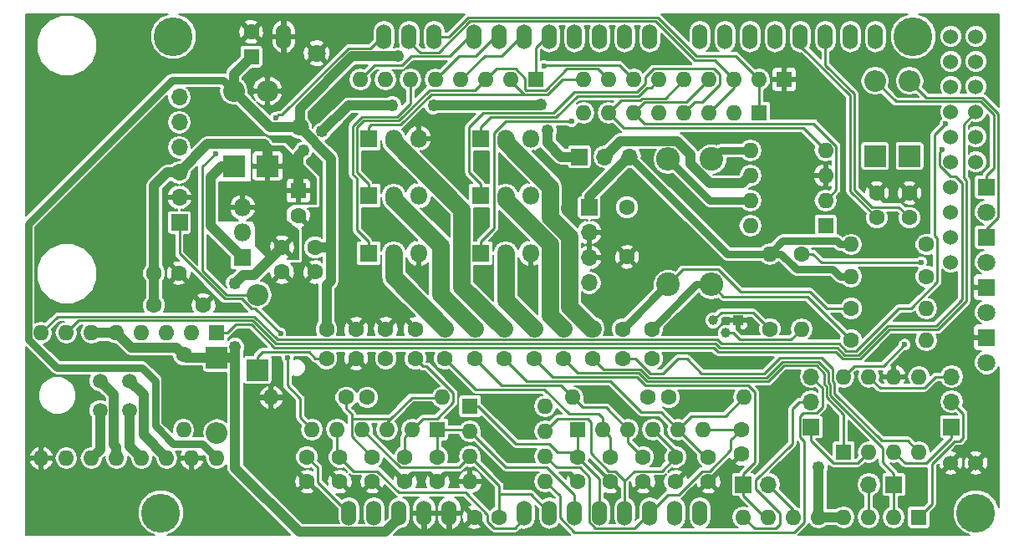
<source format=gtl>
G04 #@! TF.FileFunction,Copper,L1,Top,Signal*
%FSLAX46Y46*%
G04 Gerber Fmt 4.6, Leading zero omitted, Abs format (unit mm)*
G04 Created by KiCad (PCBNEW 4.0.6) date 09/24/17 01:01:51*
%MOMM*%
%LPD*%
G01*
G04 APERTURE LIST*
%ADD10C,0.100000*%
%ADD11C,0.600000*%
%ADD12C,2.400000*%
%ADD13O,2.400000X2.400000*%
%ADD14R,1.600000X1.600000*%
%ADD15O,1.600000X1.600000*%
%ADD16R,1.800000X1.800000*%
%ADD17O,1.800000X1.800000*%
%ADD18C,1.600000*%
%ADD19R,2.200000X2.200000*%
%ADD20O,2.200000X2.200000*%
%ADD21C,1.800000*%
%ADD22R,1.700000X1.700000*%
%ADD23O,1.700000X1.700000*%
%ADD24C,1.000000*%
%ADD25R,1.000000X1.000000*%
%ADD26C,1.500000*%
%ADD27O,1.524000X2.540000*%
%ADD28C,3.937000*%
%ADD29C,1.524000*%
%ADD30C,1.250000*%
%ADD31C,1.000000*%
%ADD32C,0.750000*%
%ADD33C,0.250000*%
%ADD34C,1.750000*%
%ADD35C,0.150000*%
G04 APERTURE END LIST*
D10*
D11*
X175700000Y-85650000D03*
X130000000Y-105300000D03*
X189044580Y-75552300D03*
X95892620Y-98826320D03*
X146400000Y-84000000D03*
D12*
X161353500Y-79057500D03*
D13*
X161353500Y-91757500D03*
D11*
X149300000Y-102800000D03*
X172796200Y-96443800D03*
X179603400Y-74853800D03*
X187960000Y-88442800D03*
X149682200Y-75057000D03*
X170053000Y-77470000D03*
X170624500Y-85661500D03*
X175704500Y-84137500D03*
X172847000Y-92329000D03*
X182372000Y-92265500D03*
X178181000Y-90200000D03*
X97500000Y-101600000D03*
X124269500Y-85915500D03*
X123698000Y-77089000D03*
X125476000Y-91376500D03*
X128270000Y-94170500D03*
X119621300Y-93151960D03*
X119634000Y-95885000D03*
X185356500Y-91313000D03*
X163512500Y-87312500D03*
X167449500Y-83185000D03*
X158300000Y-82500000D03*
X163000000Y-85100000D03*
X158178500Y-87947500D03*
X168338500Y-90360500D03*
X154940000Y-79121000D03*
X155400000Y-84200000D03*
X153416000Y-92837000D03*
X159766000Y-76835000D03*
X153543000Y-81153000D03*
X180700000Y-95100000D03*
X178500000Y-98900000D03*
X178200000Y-86800000D03*
X178200000Y-95000000D03*
X146494500Y-68389500D03*
X140700000Y-111300000D03*
X140700000Y-108100000D03*
X140700000Y-104394000D03*
X138049000Y-79565500D03*
X137985500Y-85471000D03*
X133477000Y-84645500D03*
X140843000Y-86296500D03*
X140843000Y-80391000D03*
X124079000Y-72263000D03*
X127889000Y-79819500D03*
X127952500Y-85915500D03*
X153600000Y-87600000D03*
X137922000Y-90805000D03*
X146685000Y-80899000D03*
X163322000Y-99758500D03*
X158750000Y-95694500D03*
X134620000Y-64833500D03*
X158445200Y-65405000D03*
X156972000Y-68580000D03*
X111300000Y-88600000D03*
D14*
X168719500Y-70993000D03*
D15*
X166179500Y-70993000D03*
X163639500Y-70993000D03*
X161099500Y-70993000D03*
X158559500Y-70993000D03*
X156019500Y-70993000D03*
X153479500Y-70993000D03*
X150939500Y-70993000D03*
X148399500Y-70993000D03*
D16*
X126619000Y-88582500D03*
D17*
X129159000Y-88582500D03*
X131699000Y-88582500D03*
D16*
X126619000Y-82740500D03*
D17*
X129159000Y-82740500D03*
X131699000Y-82740500D03*
D16*
X126619000Y-76962000D03*
D17*
X129159000Y-76962000D03*
X131699000Y-76962000D03*
D16*
X137985500Y-76962000D03*
D17*
X140525500Y-76962000D03*
X143065500Y-76962000D03*
D16*
X137985500Y-82740500D03*
D17*
X140525500Y-82740500D03*
X143065500Y-82740500D03*
D16*
X137985500Y-88582500D03*
D17*
X140525500Y-88582500D03*
X143065500Y-88582500D03*
D18*
X122364500Y-96250500D03*
X125364500Y-96250500D03*
X128364500Y-96250500D03*
X131364500Y-96250500D03*
X134364500Y-96250500D03*
X137364500Y-96250500D03*
X140364500Y-96250500D03*
X143364500Y-96250500D03*
X146364500Y-96250500D03*
X149364500Y-96250500D03*
X152364500Y-96250500D03*
X155364500Y-96250500D03*
X122364500Y-99250500D03*
X125364500Y-99250500D03*
X128364500Y-99250500D03*
X131364500Y-99250500D03*
X134364500Y-99250500D03*
X137364500Y-99250500D03*
X140364500Y-99250500D03*
X143364500Y-99250500D03*
X146364500Y-99250500D03*
X149364500Y-99250500D03*
X152364500Y-99250500D03*
X155364500Y-99250500D03*
D19*
X116395500Y-79756000D03*
D20*
X116395500Y-72136000D03*
D11*
X114600000Y-97300000D03*
X94700000Y-85800000D03*
X102700000Y-93500000D03*
X166624000Y-108521500D03*
X182880000Y-112141000D03*
X175200000Y-110900000D03*
X174371000Y-74803000D03*
X169354500Y-109982000D03*
X185420000Y-116332000D03*
X99450000Y-116650000D03*
X122000000Y-115200000D03*
X115500000Y-108700000D03*
X109600000Y-102800000D03*
X93700000Y-93900000D03*
X115500000Y-105300000D03*
X93218000Y-82804000D03*
X103500000Y-82850000D03*
X105689400Y-75641200D03*
X92989400Y-73837800D03*
X92964000Y-65024000D03*
X159702500Y-103124000D03*
X175400000Y-106000000D03*
X189484000Y-70612000D03*
X186944000Y-65278000D03*
X175387000Y-68834000D03*
X183388000Y-106934000D03*
X175768000Y-103378000D03*
X173482000Y-105918000D03*
X167767000Y-102108000D03*
X172085000Y-70739000D03*
D18*
X123698000Y-111720000D03*
X123698000Y-109220000D03*
D12*
X156972000Y-91757500D03*
D13*
X156972000Y-79057500D03*
D14*
X114744500Y-68667000D03*
D18*
X114744500Y-66167000D03*
D14*
X119507000Y-82272500D03*
D18*
X119507000Y-84772500D03*
D21*
X119648500Y-75826000D03*
X121348500Y-68326000D03*
D14*
X143573500Y-70993000D03*
D15*
X141033500Y-70993000D03*
X138493500Y-70993000D03*
X135953500Y-70993000D03*
X133413500Y-70993000D03*
X130873500Y-70993000D03*
X128333500Y-70993000D03*
X125793500Y-70993000D03*
D14*
X133604000Y-106426000D03*
D15*
X131064000Y-106426000D03*
X128524000Y-106426000D03*
X125984000Y-106426000D03*
X123444000Y-106426000D03*
X120904000Y-106426000D03*
D14*
X147828000Y-106426000D03*
D15*
X150368000Y-106426000D03*
X152908000Y-106426000D03*
X155448000Y-106426000D03*
X157988000Y-106426000D03*
X160528000Y-106426000D03*
D16*
X189230000Y-97113600D03*
D21*
X189230000Y-99653600D03*
D16*
X189230000Y-92033600D03*
D21*
X189230000Y-94573600D03*
D16*
X189230000Y-86953600D03*
D21*
X189230000Y-89493600D03*
D16*
X189230000Y-81873600D03*
D21*
X189230000Y-84413600D03*
D14*
X172910500Y-85788500D03*
D15*
X165290500Y-78168500D03*
X172910500Y-83248500D03*
X165290500Y-80708500D03*
X172910500Y-80708500D03*
X165290500Y-83248500D03*
X172910500Y-78168500D03*
X165290500Y-85788500D03*
D19*
X111252000Y-99187000D03*
D20*
X111252000Y-106807000D03*
D19*
X112966500Y-79756000D03*
D20*
X112966500Y-72136000D03*
D19*
X181419500Y-78740000D03*
D20*
X181419500Y-71120000D03*
D19*
X177927000Y-78740000D03*
D20*
X177927000Y-71120000D03*
D18*
X181419500Y-82486500D03*
X181419500Y-84986500D03*
X178117500Y-82486500D03*
X178117500Y-84986500D03*
X120396000Y-109220000D03*
X120396000Y-111720000D03*
X104902000Y-90600000D03*
X107402000Y-90600000D03*
X121221500Y-87987500D03*
X121221500Y-90487500D03*
X133604000Y-109220000D03*
X133604000Y-111720000D03*
X130302000Y-109220000D03*
X130302000Y-111720000D03*
X139850500Y-115316000D03*
X137350500Y-115316000D03*
X127000000Y-109220000D03*
X127000000Y-111720000D03*
X151130000Y-109220000D03*
X151130000Y-111720000D03*
X164401500Y-106426000D03*
X164401500Y-108926000D03*
X161036000Y-109220000D03*
X161036000Y-111720000D03*
X157734000Y-109220000D03*
X157734000Y-111720000D03*
X154432000Y-109220000D03*
X154432000Y-111720000D03*
D16*
X113855500Y-89027000D03*
D17*
X113855500Y-86487000D03*
X113855500Y-83947000D03*
D18*
X117856000Y-87987500D03*
X117856000Y-90487500D03*
D14*
X174752000Y-108712000D03*
D15*
X182372000Y-101092000D03*
X177292000Y-108712000D03*
X179832000Y-101092000D03*
X179832000Y-108712000D03*
X177292000Y-101092000D03*
X182372000Y-108712000D03*
X174752000Y-101092000D03*
D18*
X147828000Y-109220000D03*
X147828000Y-111720000D03*
D14*
X136906000Y-104076500D03*
D15*
X144526000Y-111696500D03*
X136906000Y-106616500D03*
X144526000Y-109156500D03*
X136906000Y-109156500D03*
X144526000Y-106616500D03*
X136906000Y-111696500D03*
X144526000Y-104076500D03*
D14*
X182372000Y-115316000D03*
D15*
X179832000Y-115316000D03*
X177292000Y-115316000D03*
X174752000Y-115316000D03*
X172212000Y-115316000D03*
X169672000Y-115316000D03*
X167132000Y-115316000D03*
X164592000Y-115316000D03*
D14*
X111252000Y-96647000D03*
D15*
X93472000Y-109347000D03*
X108712000Y-96647000D03*
X96012000Y-109347000D03*
X106172000Y-96647000D03*
X98552000Y-109347000D03*
X103632000Y-96647000D03*
X101092000Y-109347000D03*
X101092000Y-96647000D03*
X103632000Y-109347000D03*
X98552000Y-96647000D03*
X106172000Y-109347000D03*
X96012000Y-96647000D03*
X108712000Y-109347000D03*
X93472000Y-96647000D03*
X111252000Y-109347000D03*
D22*
X107458000Y-85471000D03*
D23*
X107458000Y-82931000D03*
X107458000Y-80391000D03*
X107458000Y-77851000D03*
X107458000Y-75311000D03*
X107458000Y-72771000D03*
D24*
X162814000Y-96647000D03*
X161544000Y-95377000D03*
D25*
X164084000Y-95377000D03*
D22*
X164592000Y-112014000D03*
D23*
X167132000Y-112014000D03*
D22*
X179832000Y-112014000D03*
D23*
X177292000Y-112014000D03*
D22*
X185674000Y-106172000D03*
D23*
X185674000Y-103632000D03*
X185674000Y-101092000D03*
D22*
X171450000Y-106172000D03*
D23*
X171450000Y-103632000D03*
X171450000Y-101092000D03*
D22*
X147980886Y-78811466D03*
D23*
X150520886Y-78811466D03*
X153060886Y-78811466D03*
D14*
X166179500Y-74358500D03*
D15*
X163639500Y-74358500D03*
X161099500Y-74358500D03*
X158559500Y-74358500D03*
X156019500Y-74358500D03*
X153479500Y-74358500D03*
X150939500Y-74358500D03*
X148399500Y-74358500D03*
D18*
X126492000Y-103187500D03*
D15*
X134112000Y-103187500D03*
D18*
X154940000Y-103187500D03*
D15*
X147320000Y-103187500D03*
D18*
X157035500Y-103187500D03*
D15*
X164655500Y-103187500D03*
D18*
X124375000Y-103187500D03*
D15*
X116755000Y-103187500D03*
D18*
X183134000Y-87693500D03*
D15*
X175514000Y-87693500D03*
D18*
X183134000Y-90932000D03*
D15*
X175514000Y-90932000D03*
D18*
X175514000Y-94170500D03*
D15*
X183134000Y-94170500D03*
D18*
X175514000Y-97409000D03*
D15*
X183134000Y-97409000D03*
D18*
X167259000Y-96266000D03*
D15*
X167259000Y-88646000D03*
D18*
X170497500Y-88646000D03*
D15*
X170497500Y-96266000D03*
D18*
X107886500Y-98869500D03*
D15*
X107886500Y-106489500D03*
D26*
X102420000Y-104500000D03*
X99420000Y-104500000D03*
X102420000Y-101500000D03*
X99420000Y-101500000D03*
D19*
X115400000Y-100400000D03*
D20*
X115400000Y-92780000D03*
D27*
X170361100Y-66633600D03*
X172901100Y-66633600D03*
X155121100Y-114893600D03*
X152581100Y-114893600D03*
X150041100Y-114893600D03*
X142421100Y-114893600D03*
X144961100Y-114893600D03*
X147501100Y-114893600D03*
X134801100Y-114893600D03*
X132261100Y-114893600D03*
X127181100Y-114893600D03*
X124641100Y-114893600D03*
X144961100Y-66633600D03*
X142421100Y-66633600D03*
X139881100Y-66633600D03*
X137341100Y-66633600D03*
X133277100Y-66633600D03*
X130737100Y-66633600D03*
X118037100Y-66633600D03*
X129721100Y-114893600D03*
D28*
X188141100Y-114893600D03*
X181791100Y-66633600D03*
X106861100Y-66633600D03*
X105591100Y-114893600D03*
D29*
X185601100Y-69173600D03*
X188141100Y-69173600D03*
X185601100Y-66633600D03*
X188141100Y-66633600D03*
X185601100Y-109813600D03*
X188141100Y-109813600D03*
X185601100Y-71713600D03*
X188141100Y-71713600D03*
X188141100Y-74253600D03*
X185601100Y-89493600D03*
D27*
X147501100Y-66633600D03*
X150041100Y-66633600D03*
X152581100Y-66633600D03*
X155121100Y-66633600D03*
X175441100Y-66633600D03*
X177981100Y-66633600D03*
X167821100Y-66633600D03*
X165281100Y-66633600D03*
X162741100Y-66633600D03*
X160201100Y-66633600D03*
X157661100Y-114893600D03*
X160201100Y-114893600D03*
D29*
X185601100Y-79333600D03*
X188141100Y-79333600D03*
X185601100Y-76793600D03*
X188141100Y-76793600D03*
X185601100Y-74253600D03*
X185601100Y-81873600D03*
X185601100Y-86953600D03*
X185601100Y-84413600D03*
D27*
X128197100Y-66633600D03*
D18*
X152800000Y-88947000D03*
X152800000Y-83947000D03*
X104902000Y-93853000D03*
X109902000Y-93853000D03*
D22*
X148971000Y-83947000D03*
D23*
X148971000Y-86487000D03*
X148971000Y-89027000D03*
X148971000Y-91567000D03*
D30*
X120000000Y-78200006D03*
X133200000Y-73600000D03*
X129000000Y-73599996D03*
X144072873Y-73499968D03*
X144770990Y-76130459D03*
X113100000Y-91600000D03*
X113106200Y-98094800D03*
X121920000Y-76263500D03*
X172212000Y-110236000D03*
X129603500Y-68643500D03*
D11*
X180911500Y-97853500D03*
X147199996Y-75200000D03*
X144399000Y-69593510D03*
X117700000Y-96700000D03*
X118388228Y-99175010D03*
X184721500Y-78105004D03*
X185044711Y-75496406D03*
X182600000Y-89500000D03*
X117215920Y-74869040D03*
X111100000Y-78500000D03*
D31*
X101092000Y-96647000D02*
X102570280Y-98125280D01*
X102570280Y-98125280D02*
X107142280Y-98125280D01*
X107142280Y-98125280D02*
X107886500Y-98869500D01*
X107886500Y-98869500D02*
X108198920Y-99181920D01*
X108198920Y-99181920D02*
X111246920Y-99181920D01*
X111246920Y-99181920D02*
X111252000Y-99187000D01*
X129721100Y-114893600D02*
X129721100Y-115401600D01*
X113106200Y-110337202D02*
X113106200Y-99237800D01*
X129721100Y-115401600D02*
X128305560Y-116817140D01*
X128305560Y-116817140D02*
X119586138Y-116817140D01*
X119586138Y-116817140D02*
X113106200Y-110337202D01*
X119507000Y-82272500D02*
X119507000Y-78693006D01*
X119507000Y-78693006D02*
X120000000Y-78200006D01*
X144072873Y-73499968D02*
X143972841Y-73600000D01*
X143972841Y-73600000D02*
X133200000Y-73600000D01*
X124583504Y-73599996D02*
X129000000Y-73599996D01*
X121920000Y-76263500D02*
X124583504Y-73599996D01*
X147980886Y-78811466D02*
X146130886Y-78811466D01*
X144770990Y-77451570D02*
X144770990Y-76130459D01*
X146130886Y-78811466D02*
X144770990Y-77451570D01*
X117856000Y-87987500D02*
X115043500Y-90800000D01*
X115043500Y-90800000D02*
X113900000Y-90800000D01*
X113900000Y-90800000D02*
X113100000Y-91600000D01*
X107458000Y-80391000D02*
X110315500Y-77533500D01*
X116395500Y-77906000D02*
X116395500Y-79756000D01*
X110315500Y-77533500D02*
X116023000Y-77533500D01*
X116023000Y-77533500D02*
X116395500Y-77906000D01*
X113106200Y-99237800D02*
X113106200Y-98094800D01*
X111252000Y-99187000D02*
X113102000Y-99187000D01*
X113102000Y-99187000D02*
X113106200Y-99191200D01*
X113106200Y-99191200D02*
X113106200Y-99237800D01*
X104902000Y-90600000D02*
X104902000Y-93853000D01*
X107458000Y-80391000D02*
X106255919Y-80391000D01*
X106255919Y-80391000D02*
X104902000Y-81744919D01*
X104902000Y-81744919D02*
X104902000Y-90600000D01*
X101092000Y-96647000D02*
X98552000Y-96647000D01*
X129794000Y-114820700D02*
X129721100Y-114893600D01*
X172212000Y-115316000D02*
X174752000Y-115316000D01*
X172212000Y-110236000D02*
X172212000Y-115316000D01*
D32*
X167259000Y-88646000D02*
X168390370Y-88646000D01*
X168390370Y-88646000D02*
X169944370Y-90200000D01*
X174382630Y-90932000D02*
X175514000Y-90932000D01*
X169944370Y-90200000D02*
X173650630Y-90200000D01*
X173650630Y-90200000D02*
X174382630Y-90932000D01*
X111252000Y-109347000D02*
X109783001Y-107878001D01*
X92146999Y-96337999D02*
X92138500Y-96329500D01*
X111866501Y-71036001D02*
X112966500Y-72136000D01*
X109783001Y-107878001D02*
X106828001Y-107878001D01*
X92138500Y-85629866D02*
X106732365Y-71036001D01*
X106828001Y-107878001D02*
X105000000Y-106050000D01*
X105000000Y-106050000D02*
X105000000Y-101500000D01*
X105000000Y-101500000D02*
X103700000Y-100200000D01*
X103700000Y-100200000D02*
X95063998Y-100200000D01*
X95063998Y-100200000D02*
X92146999Y-97283001D01*
X92146999Y-97283001D02*
X92146999Y-96337999D01*
X92138500Y-96329500D02*
X92138500Y-85629866D01*
X106732365Y-71036001D02*
X111866501Y-71036001D01*
D31*
X122800999Y-88074500D02*
X122800999Y-78978499D01*
X122800999Y-78978499D02*
X119648500Y-75826000D01*
X119648500Y-73951500D02*
X119648500Y-75826000D01*
X129603500Y-68643500D02*
X124956500Y-68643500D01*
X124956500Y-68643500D02*
X119648500Y-73951500D01*
X148971000Y-83947000D02*
X148971000Y-82829000D01*
X148971000Y-82829000D02*
X152988534Y-78811466D01*
X152988534Y-78811466D02*
X153060886Y-78811466D01*
D32*
X167259000Y-88646000D02*
X162941000Y-88646000D01*
X162941000Y-88646000D02*
X153106466Y-78811466D01*
X153106466Y-78811466D02*
X153060886Y-78811466D01*
D31*
X112966500Y-72136000D02*
X112966500Y-70445000D01*
X112966500Y-70445000D02*
X114744500Y-68667000D01*
D32*
X167259000Y-88646000D02*
X168584001Y-87320999D01*
X168584001Y-87320999D02*
X174010129Y-87320999D01*
X174010129Y-87320999D02*
X174382630Y-87693500D01*
X174382630Y-87693500D02*
X175514000Y-87693500D01*
D31*
X122800999Y-91397999D02*
X122364500Y-91834498D01*
X122800999Y-91397999D02*
X122800999Y-88074500D01*
X122364500Y-91834498D02*
X122364500Y-96250500D01*
X119648500Y-75826000D02*
X116656500Y-75826000D01*
X116656500Y-75826000D02*
X112966500Y-72136000D01*
X122800999Y-88074500D02*
X122713999Y-87987500D01*
X122713999Y-87987500D02*
X121221500Y-87987500D01*
D33*
X120396000Y-109220000D02*
X121471001Y-110295001D01*
X121471001Y-110295001D02*
X121471001Y-111771001D01*
X124593600Y-114893600D02*
X124641100Y-114893600D01*
X121471001Y-111771001D02*
X124593600Y-114893600D01*
X178117500Y-84986500D02*
X175412400Y-82281400D01*
X175412400Y-82281400D02*
X175412400Y-72605900D01*
X175412400Y-72605900D02*
X170361100Y-67554600D01*
X170361100Y-67554600D02*
X170361100Y-66633600D01*
X182912002Y-102217001D02*
X178417001Y-102217001D01*
X184037003Y-101092000D02*
X182912002Y-102217001D01*
X178417001Y-102217001D02*
X177292000Y-101092000D01*
X185674000Y-101092000D02*
X184037003Y-101092000D01*
X171450000Y-101092000D02*
X172593000Y-102235000D01*
X170324999Y-105101999D02*
X170324999Y-107242001D01*
X145998110Y-113168610D02*
X144526000Y-111696500D01*
X172593000Y-102235000D02*
X172593000Y-104154002D01*
X172593000Y-104154002D02*
X171990001Y-104757001D01*
X171990001Y-104757001D02*
X170669997Y-104757001D01*
X170669997Y-104757001D02*
X170324999Y-105101999D01*
X170324999Y-107242001D02*
X170747001Y-107664003D01*
X170747001Y-107664003D02*
X170747001Y-115832001D01*
X170747001Y-115832001D02*
X169731382Y-116847620D01*
X147480567Y-116847620D02*
X145998110Y-115365163D01*
X169731382Y-116847620D02*
X147480567Y-116847620D01*
X145998110Y-115365163D02*
X145998110Y-113168610D01*
X181419500Y-84986500D02*
X180344499Y-83911499D01*
X180344499Y-83911499D02*
X177612099Y-83911499D01*
X177612099Y-83911499D02*
X175818800Y-82118200D01*
X175818800Y-82118200D02*
X175818800Y-72440800D01*
X175818800Y-72440800D02*
X172901100Y-69523100D01*
X172901100Y-69523100D02*
X172901100Y-66633600D01*
X178748001Y-100016999D02*
X180911500Y-97853500D01*
X175827001Y-100016999D02*
X178748001Y-100016999D01*
X174752000Y-101092000D02*
X175827001Y-100016999D01*
D32*
X161353500Y-79057500D02*
X161378900Y-79057500D01*
X161378900Y-79057500D02*
X162280600Y-78155800D01*
X162280600Y-78155800D02*
X165277800Y-78155800D01*
X165277800Y-78155800D02*
X165290500Y-78168500D01*
D33*
X153479500Y-74358500D02*
X154554501Y-75433501D01*
X154554501Y-75433501D02*
X171703003Y-75433501D01*
X171703003Y-75433501D02*
X171703003Y-75437003D01*
X171703003Y-75437003D02*
X173985501Y-77719501D01*
X173985501Y-77719501D02*
X173985501Y-82173499D01*
X173985501Y-82173499D02*
X172910500Y-83248500D01*
X153479500Y-74358500D02*
X154554501Y-73283499D01*
X154554501Y-73283499D02*
X158809001Y-73283499D01*
X158809001Y-73283499D02*
X161099500Y-70993000D01*
D32*
X156972000Y-79057500D02*
X161163000Y-83248500D01*
X161163000Y-83248500D02*
X165290500Y-83248500D01*
D33*
X150939500Y-74358500D02*
X152482511Y-75901511D01*
X152482511Y-75901511D02*
X170643511Y-75901511D01*
X170643511Y-75901511D02*
X172910500Y-78168500D01*
X150939500Y-74358500D02*
X152209500Y-73088500D01*
X152209500Y-73088500D02*
X154106402Y-73088500D01*
X154311414Y-72883488D02*
X156669012Y-72883488D01*
X156669012Y-72883488D02*
X158559500Y-70993000D01*
X154106402Y-73088500D02*
X154311414Y-72883488D01*
X177292000Y-108712000D02*
X176166999Y-109837001D01*
X176166999Y-109837001D02*
X173691999Y-109837001D01*
X173691999Y-109837001D02*
X171450000Y-107595002D01*
X171450000Y-107595002D02*
X171450000Y-106172000D01*
X179832000Y-108712000D02*
X180957001Y-109837001D01*
X180957001Y-109837001D02*
X183108999Y-109837001D01*
X183108999Y-109837001D02*
X185674000Y-107272000D01*
X185674000Y-107272000D02*
X185674000Y-106172000D01*
X164592000Y-115316000D02*
X165717001Y-116441001D01*
X165862000Y-112483002D02*
X165862000Y-111544998D01*
X165717001Y-116441001D02*
X167861999Y-116441001D01*
X167861999Y-116441001D02*
X168300000Y-116003000D01*
X168300000Y-116003000D02*
X168300000Y-114921002D01*
X169554998Y-107852000D02*
X169554998Y-104324921D01*
X168300000Y-114921002D02*
X165862000Y-112483002D01*
X165862000Y-111544998D02*
X169554998Y-107852000D01*
X169554998Y-104324921D02*
X170247919Y-103632000D01*
X170247919Y-103632000D02*
X171450000Y-103632000D01*
X182372000Y-115316000D02*
X183700000Y-113988000D01*
X183700000Y-113988000D02*
X183700000Y-109882410D01*
X183700000Y-109882410D02*
X185982410Y-107600000D01*
X186531002Y-107600000D02*
X186849001Y-107282001D01*
X185982410Y-107600000D02*
X186531002Y-107600000D01*
X186849001Y-107282001D02*
X186849001Y-104807001D01*
X186849001Y-104807001D02*
X185674000Y-103632000D01*
X167132000Y-112014000D02*
X169672000Y-114554000D01*
X169672000Y-114554000D02*
X169672000Y-115316000D01*
X177292000Y-115316000D02*
X177292000Y-112014000D01*
X140548498Y-75200000D02*
X147199996Y-75200000D01*
X139350499Y-86067501D02*
X139350499Y-76397999D01*
X139350499Y-76397999D02*
X140548498Y-75200000D01*
X137985500Y-88582500D02*
X137985500Y-87432500D01*
X137985500Y-87432500D02*
X139350499Y-86067501D01*
X154836203Y-71792999D02*
X155219501Y-71792999D01*
X145608511Y-74799989D02*
X147764500Y-72644000D01*
X138997511Y-74799989D02*
X145608511Y-74799989D01*
X137985500Y-75812000D02*
X138997511Y-74799989D01*
X147764500Y-72644000D02*
X153985202Y-72644000D01*
X153985202Y-72644000D02*
X154836203Y-71792999D01*
X137985500Y-76962000D02*
X137985500Y-75812000D01*
X155219501Y-71792999D02*
X156019500Y-70993000D01*
X126133487Y-75152512D02*
X125443999Y-75842000D01*
X129696692Y-75152512D02*
X126133487Y-75152512D01*
X126619000Y-81590500D02*
X126619000Y-82740500D01*
X125443999Y-80415499D02*
X126619000Y-81590500D01*
X138493500Y-70993000D02*
X137418499Y-72068001D01*
X125443999Y-75842000D02*
X125443999Y-80415499D01*
X132781203Y-72068001D02*
X129696692Y-75152512D01*
X137418499Y-72068001D02*
X132781203Y-72068001D01*
X139568501Y-69917999D02*
X141549501Y-69917999D01*
X149864499Y-69917999D02*
X150939500Y-70993000D01*
X146692101Y-69917999D02*
X149864499Y-69917999D01*
X144542099Y-72068001D02*
X146692101Y-69917999D01*
X141549501Y-69917999D02*
X142498499Y-70866997D01*
X142498499Y-72013001D02*
X142553499Y-72068001D01*
X138493500Y-70993000D02*
X139568501Y-69917999D01*
X142498499Y-70866997D02*
X142498499Y-72013001D01*
X142553499Y-72068001D02*
X144542099Y-72068001D01*
X139558488Y-72468012D02*
X142387810Y-72468012D01*
X126619000Y-75812000D02*
X126878477Y-75552523D01*
X129862381Y-75552523D02*
X132946892Y-72468012D01*
X126619000Y-76962000D02*
X126619000Y-75812000D01*
X126878477Y-75552523D02*
X129862381Y-75552523D01*
X132946892Y-72468012D02*
X139558488Y-72468012D01*
X141033500Y-70993000D02*
X141033500Y-71113702D01*
X141033500Y-71113702D02*
X142387810Y-72468012D01*
X142387810Y-72468012D02*
X144759190Y-72468012D01*
X144759190Y-72468012D02*
X146234202Y-70993000D01*
X146234202Y-70993000D02*
X148399500Y-70993000D01*
X133277100Y-66633600D02*
X134800847Y-66633600D01*
X134800847Y-66633600D02*
X136745868Y-64688579D01*
X159829500Y-68580000D02*
X163766500Y-68580000D01*
X136745868Y-64688579D02*
X155938079Y-64688579D01*
X155938079Y-64688579D02*
X159829500Y-68580000D01*
X163766500Y-68580000D02*
X166179500Y-70993000D01*
X166179500Y-74358500D02*
X166179500Y-70993000D01*
X159639000Y-69024500D02*
X161671000Y-69024500D01*
X161671000Y-69024500D02*
X162839501Y-70193001D01*
X136911557Y-65088590D02*
X155703090Y-65088590D01*
X133756658Y-68243489D02*
X136911557Y-65088590D01*
X162839501Y-70193001D02*
X163639500Y-70993000D01*
X131838989Y-68243489D02*
X133756658Y-68243489D01*
X130737100Y-67141600D02*
X131838989Y-68243489D01*
X155703090Y-65088590D02*
X159639000Y-69024500D01*
X130737100Y-66633600D02*
X130737100Y-67141600D01*
X161099500Y-74358500D02*
X163639500Y-71818500D01*
X163639500Y-71818500D02*
X163639500Y-70993000D01*
X143573500Y-70993000D02*
X143573500Y-67757040D01*
X143573500Y-67757040D02*
X144696940Y-66633600D01*
X144696940Y-66633600D02*
X144961100Y-66633600D01*
X133413500Y-70993000D02*
X135803640Y-68602860D01*
X135803640Y-68602860D02*
X137454640Y-68602860D01*
X137454640Y-68602860D02*
X139423900Y-66633600D01*
X139423900Y-66633600D02*
X139881100Y-66633600D01*
X125793500Y-70993000D02*
X127223520Y-69562980D01*
X127223520Y-69562980D02*
X129989580Y-69562980D01*
X129989580Y-69562980D02*
X130909060Y-68643500D01*
X130909060Y-68643500D02*
X134810500Y-68643500D01*
X134810500Y-68643500D02*
X136820400Y-66633600D01*
X136820400Y-66633600D02*
X137341100Y-66633600D01*
X135953500Y-70993000D02*
X138366500Y-68580000D01*
X138366500Y-68580000D02*
X140081000Y-68580000D01*
X140081000Y-68580000D02*
X142027400Y-66633600D01*
X142027400Y-66633600D02*
X142421100Y-66633600D01*
D31*
X157845000Y-77200000D02*
X152132352Y-77200000D01*
X152132352Y-77200000D02*
X150520886Y-78811466D01*
X159200000Y-79550416D02*
X159200000Y-78555000D01*
X161158083Y-81508499D02*
X159200000Y-79550416D01*
X159200000Y-78555000D02*
X157845000Y-77200000D01*
X164490501Y-81508499D02*
X161158083Y-81508499D01*
X165290500Y-80708500D02*
X164490501Y-81508499D01*
D33*
X128524000Y-106426000D02*
X128524000Y-105676000D01*
X128524000Y-105676000D02*
X128849001Y-105350999D01*
X124908999Y-105400000D02*
X124958000Y-105350999D01*
X124958000Y-105350999D02*
X128849001Y-105350999D01*
X128849001Y-105350999D02*
X131000000Y-103200000D01*
X131000000Y-103200000D02*
X134036000Y-103200000D01*
X134036000Y-103200000D02*
X134048500Y-103187500D01*
X124908999Y-105400000D02*
X124908999Y-104852869D01*
X124375000Y-104318870D02*
X124375000Y-103187500D01*
X124908999Y-104852869D02*
X124375000Y-104318870D01*
X124908999Y-107128999D02*
X124908999Y-105400000D01*
X127000000Y-109220000D02*
X124908999Y-107128999D01*
X189230000Y-81873600D02*
X189230000Y-80723600D01*
X189230000Y-80723600D02*
X189992000Y-79961600D01*
X189992000Y-79961600D02*
X189992000Y-74569738D01*
X189992000Y-74569738D02*
X188638861Y-73216599D01*
X188638861Y-73216599D02*
X180023599Y-73216599D01*
X180023599Y-73216599D02*
X177927000Y-71120000D01*
X181419500Y-71120000D02*
X183116088Y-72816588D01*
X183116088Y-72816588D02*
X188804550Y-72816588D01*
X188804550Y-72816588D02*
X190405001Y-74417039D01*
X190405001Y-74417039D02*
X190405001Y-84956399D01*
X190405001Y-84956399D02*
X189230000Y-86131400D01*
X189230000Y-86131400D02*
X189230000Y-86953600D01*
D31*
X112966500Y-79756000D02*
X111696500Y-79756000D01*
X111696500Y-79756000D02*
X110600000Y-80852500D01*
X110600000Y-80852500D02*
X110600000Y-85771500D01*
X110600000Y-85771500D02*
X113855500Y-89027000D01*
D33*
X162174501Y-71509001D02*
X162174501Y-70476999D01*
X136810499Y-80415499D02*
X137985500Y-81590500D01*
X138252520Y-74399978D02*
X136810499Y-75841999D01*
X145310022Y-74399978D02*
X138252520Y-74399978D01*
X147466011Y-72243989D02*
X145310022Y-74399978D01*
X154686000Y-71377502D02*
X153819513Y-72243989D01*
X155503499Y-69917999D02*
X154686000Y-70735498D01*
X136810499Y-75841999D02*
X136810499Y-80415499D01*
X161615501Y-69917999D02*
X155503499Y-69917999D01*
X160400003Y-73283499D02*
X162174501Y-71509001D01*
X153819513Y-72243989D02*
X147466011Y-72243989D01*
X159634501Y-73283499D02*
X160400003Y-73283499D01*
X158559500Y-74358500D02*
X159634501Y-73283499D01*
X162174501Y-70476999D02*
X161615501Y-69917999D01*
X154686000Y-70735498D02*
X154686000Y-71377502D01*
X137985500Y-81590500D02*
X137985500Y-82740500D01*
X130873500Y-70993000D02*
X130873500Y-73390760D01*
X130873500Y-73390760D02*
X129511759Y-74752501D01*
X129511759Y-74752501D02*
X125967798Y-74752501D01*
X125443999Y-86257499D02*
X126619000Y-87432500D01*
X125967798Y-74752501D02*
X125043989Y-75676310D01*
X125043989Y-75676310D02*
X125043989Y-80593989D01*
X125043989Y-80593989D02*
X125443999Y-80993999D01*
X125443999Y-80993999D02*
X125443999Y-86257499D01*
X126619000Y-87432500D02*
X126619000Y-88582500D01*
X153479500Y-70993000D02*
X152003760Y-69517260D01*
X152003760Y-69517260D02*
X144475250Y-69517260D01*
X144475250Y-69517260D02*
X144399000Y-69593510D01*
X107458000Y-85471000D02*
X107458000Y-88623700D01*
X107458000Y-88623700D02*
X112034300Y-93200000D01*
X112034300Y-93200000D02*
X113784998Y-93200000D01*
X113784998Y-93200000D02*
X114739999Y-94155001D01*
X114739999Y-94155001D02*
X115155001Y-94155001D01*
X115155001Y-94155001D02*
X117700000Y-96700000D01*
X120904000Y-106426000D02*
X119700000Y-105222000D01*
X119700000Y-105222000D02*
X119700000Y-103300000D01*
X119700000Y-103300000D02*
X118388228Y-101988228D01*
X118388228Y-101988228D02*
X118388228Y-99175010D01*
X184421501Y-78405003D02*
X184721500Y-78105004D01*
X96012000Y-96647000D02*
X97262989Y-95396011D01*
X186753500Y-81491238D02*
X186098861Y-80836599D01*
X184421501Y-79688763D02*
X184421501Y-78405003D01*
X176267289Y-98884011D02*
X179217312Y-95933988D01*
X186753500Y-93275700D02*
X186753500Y-81491238D01*
X184095212Y-95933988D02*
X186753500Y-93275700D01*
X174832310Y-98884012D02*
X176267289Y-98884011D01*
X179217312Y-95933988D02*
X184095212Y-95933988D01*
X174093820Y-98145522D02*
X174832310Y-98884012D01*
X162159322Y-98145522D02*
X174093820Y-98145522D01*
X161759312Y-97745512D02*
X162159322Y-98145522D01*
X97262989Y-95396011D02*
X114896311Y-95396011D01*
X185569337Y-80836599D02*
X184421501Y-79688763D01*
X117245812Y-97745512D02*
X161759312Y-97745512D01*
X186098861Y-80836599D02*
X185569337Y-80836599D01*
X114896311Y-95396011D02*
X117245812Y-97745512D01*
X185044711Y-75496406D02*
X183959500Y-76581617D01*
X95123000Y-94996000D02*
X93472000Y-96647000D01*
X183959500Y-76581617D02*
X183959500Y-86846762D01*
X181542998Y-94170500D02*
X180340000Y-94170500D01*
X162325011Y-97745511D02*
X161925001Y-97345501D01*
X183959500Y-86846762D02*
X184209001Y-87096263D01*
X184209001Y-87096263D02*
X184209001Y-91504497D01*
X184209001Y-91504497D02*
X181542998Y-94170500D01*
X180340000Y-94170500D02*
X176589001Y-97921499D01*
X117411501Y-97345501D02*
X115062000Y-94996000D01*
X176589001Y-97921499D02*
X176589001Y-97925001D01*
X161925001Y-97345501D02*
X117411501Y-97345501D01*
X176589001Y-97925001D02*
X176030001Y-98484001D01*
X176030001Y-98484001D02*
X174997999Y-98484001D01*
X174997999Y-98484001D02*
X174259509Y-97745511D01*
X174259509Y-97745511D02*
X162325011Y-97745511D01*
X115062000Y-94996000D02*
X95123000Y-94996000D01*
X111252000Y-96647000D02*
X112302000Y-96647000D01*
X173928131Y-98545533D02*
X174666621Y-99284022D01*
X184260901Y-96333999D02*
X187153511Y-93441389D01*
X112302000Y-96647000D02*
X113140200Y-95808800D01*
X117080123Y-98145523D02*
X161593623Y-98145523D01*
X113140200Y-95808800D02*
X114743400Y-95808800D01*
X114743400Y-95808800D02*
X117080123Y-98145523D01*
X174666621Y-99284022D02*
X176432978Y-99284022D01*
X161593623Y-98145523D02*
X161993633Y-98545533D01*
X187153511Y-81253511D02*
X186880500Y-80980500D01*
X161993633Y-98545533D02*
X173928131Y-98545533D01*
X186880500Y-80980500D02*
X186880500Y-75514200D01*
X176432978Y-99284022D02*
X179383001Y-96333999D01*
X179383001Y-96333999D02*
X184260901Y-96333999D01*
X187153511Y-93441389D02*
X187153511Y-81253511D01*
X186880500Y-75514200D02*
X188141100Y-74253600D01*
X170497500Y-88646000D02*
X171628870Y-88646000D01*
X171628870Y-88646000D02*
X172482870Y-89500000D01*
X172482870Y-89500000D02*
X182600000Y-89500000D01*
X169422499Y-97341001D02*
X170497500Y-96266000D01*
X163521106Y-96647000D02*
X164215107Y-97341001D01*
X162814000Y-96647000D02*
X163521106Y-96647000D01*
X164215107Y-97341001D02*
X169422499Y-97341001D01*
X136906000Y-104076500D02*
X137731500Y-104076500D01*
X137731500Y-104076500D02*
X141541500Y-107886500D01*
X147383500Y-108775500D02*
X147828000Y-109220000D01*
X141541500Y-107886500D02*
X144894502Y-107886500D01*
X144894502Y-107886500D02*
X145783502Y-108775500D01*
X145783502Y-108775500D02*
X147383500Y-108775500D01*
X147828000Y-109220000D02*
X150041100Y-111433100D01*
X150041100Y-111433100D02*
X150041100Y-114893600D01*
X147828000Y-106426000D02*
X147828000Y-109220000D01*
X157734000Y-109220000D02*
X156309001Y-110644999D01*
X156309001Y-110644999D02*
X153515001Y-110644999D01*
X153515001Y-110644999D02*
X152581100Y-111578900D01*
X152581100Y-111578900D02*
X152581100Y-112014000D01*
X152581100Y-111580098D02*
X152581100Y-112014000D01*
X152581100Y-112014000D02*
X152581100Y-114893600D01*
X152581100Y-114893600D02*
X152581100Y-114385600D01*
X149161500Y-105664498D02*
X149161500Y-108842502D01*
X149161500Y-108842502D02*
X150963997Y-110644999D01*
X150963997Y-110644999D02*
X151646001Y-110644999D01*
X151646001Y-110644999D02*
X152581100Y-111580098D01*
X144526000Y-106616500D02*
X145791501Y-105350999D01*
X148848001Y-105350999D02*
X149161500Y-105664498D01*
X145791501Y-105350999D02*
X148848001Y-105350999D01*
X155448000Y-106426000D02*
X157734000Y-108712000D01*
X157734000Y-108712000D02*
X157734000Y-109220000D01*
X144526000Y-109156500D02*
X145664501Y-110295001D01*
X149611557Y-116438610D02*
X153563390Y-116438610D01*
X153563390Y-116438610D02*
X155108400Y-114893600D01*
X148971000Y-115798053D02*
X149611557Y-116438610D01*
X148971000Y-111252000D02*
X148971000Y-115798053D01*
X148014001Y-110295001D02*
X148971000Y-111252000D01*
X145664501Y-110295001D02*
X148014001Y-110295001D01*
X164401500Y-106426000D02*
X163326499Y-107501001D01*
X163326499Y-107501001D02*
X163326499Y-108520503D01*
X163326499Y-108520503D02*
X161202003Y-110644999D01*
X161202003Y-110644999D02*
X160400003Y-110644999D01*
X160400003Y-110644999D02*
X158015002Y-113030000D01*
X158015002Y-113030000D02*
X156972000Y-113030000D01*
X156972000Y-113030000D02*
X155121100Y-114880900D01*
X155121100Y-114880900D02*
X155121100Y-114893600D01*
X155108400Y-114893600D02*
X155121100Y-114893600D01*
X164401500Y-106426000D02*
X160528000Y-106426000D01*
X136906000Y-106616500D02*
X140521001Y-110231501D01*
X140521001Y-110231501D02*
X144652003Y-110231501D01*
X144652003Y-110231501D02*
X147501100Y-113080598D01*
X147501100Y-113080598D02*
X147501100Y-114893600D01*
X133604000Y-109220000D02*
X133604000Y-106426000D01*
X133604000Y-106426000D02*
X136715500Y-106426000D01*
X136715500Y-106426000D02*
X136906000Y-106616500D01*
X139850500Y-112101000D02*
X139850500Y-113000000D01*
X139850500Y-113000000D02*
X139850500Y-115316000D01*
X144961100Y-114893600D02*
X143067500Y-113000000D01*
X143067500Y-113000000D02*
X139850500Y-113000000D01*
X136906000Y-109156500D02*
X139850500Y-112101000D01*
X125984000Y-106426000D02*
X129853001Y-110295001D01*
X129853001Y-110295001D02*
X135767499Y-110295001D01*
X135767499Y-110295001D02*
X136906000Y-109156500D01*
X123698000Y-109220000D02*
X125122999Y-110644999D01*
X125122999Y-110644999D02*
X127516001Y-110644999D01*
X127516001Y-110644999D02*
X129666003Y-112795001D01*
X136420503Y-112795001D02*
X138684000Y-115058498D01*
X139357098Y-116413600D02*
X141409100Y-116413600D01*
X129666003Y-112795001D02*
X136420503Y-112795001D01*
X142421100Y-115401600D02*
X142421100Y-114893600D01*
X138684000Y-115058498D02*
X138684000Y-115740502D01*
X141409100Y-116413600D02*
X142421100Y-115401600D01*
X138684000Y-115740502D02*
X139357098Y-116413600D01*
X123444000Y-106426000D02*
X123444000Y-108966000D01*
X123444000Y-108966000D02*
X123698000Y-109220000D01*
X149956359Y-104882989D02*
X146923491Y-104882989D01*
X150368000Y-105294630D02*
X149956359Y-104882989D01*
X144421513Y-102381011D02*
X137495011Y-102381011D01*
X150368000Y-106426000D02*
X150368000Y-105294630D01*
X137495011Y-102381011D02*
X134364500Y-99250500D01*
X146923491Y-104882989D02*
X144421513Y-102381011D01*
X151130000Y-109220000D02*
X151130000Y-107188000D01*
X151130000Y-107188000D02*
X150368000Y-106426000D01*
X148337499Y-104204999D02*
X150686999Y-104204999D01*
X150686999Y-104204999D02*
X152908000Y-106426000D01*
X148337499Y-104204999D02*
X146113500Y-101981000D01*
X146113500Y-101981000D02*
X140095000Y-101981000D01*
X140095000Y-101981000D02*
X137364500Y-99250500D01*
X148337499Y-104204999D02*
X147320000Y-103187500D01*
X152908000Y-106426000D02*
X152908000Y-107696000D01*
X152908000Y-107696000D02*
X154432000Y-109220000D01*
X157988000Y-106426000D02*
X159321500Y-105092500D01*
X159321500Y-105092500D02*
X162750500Y-105092500D01*
X162750500Y-105092500D02*
X164655500Y-103187500D01*
X154258310Y-104662512D02*
X151132298Y-101536500D01*
X142650500Y-101536500D02*
X140364500Y-99250500D01*
X156224512Y-104662512D02*
X154258310Y-104662512D01*
X157988000Y-106426000D02*
X156224512Y-104662512D01*
X151132298Y-101536500D02*
X142650500Y-101536500D01*
X157988000Y-106426000D02*
X160782000Y-109220000D01*
X160782000Y-109220000D02*
X161036000Y-109220000D01*
X135191500Y-103695500D02*
X135191500Y-102739498D01*
X132502501Y-100050499D02*
X132164499Y-100050499D01*
X135191500Y-102739498D02*
X132502501Y-100050499D01*
X132164499Y-100050499D02*
X131364500Y-99250500D01*
X133536001Y-105350999D02*
X135191500Y-103695500D01*
X131064000Y-106426000D02*
X132139001Y-105350999D01*
X132139001Y-105350999D02*
X133536001Y-105350999D01*
X130302000Y-109220000D02*
X130302000Y-107188000D01*
X130302000Y-107188000D02*
X131064000Y-106426000D01*
D34*
X140525500Y-88582500D02*
X140525500Y-93356491D01*
X140525500Y-93356491D02*
X143364500Y-96195491D01*
X140525500Y-82740500D02*
X140525500Y-83193498D01*
X140525500Y-83193498D02*
X144990501Y-87658499D01*
X144990501Y-87658499D02*
X144990501Y-94821492D01*
X144990501Y-94821492D02*
X146364500Y-96195491D01*
D33*
X174752000Y-108712000D02*
X174752000Y-104890399D01*
X174752000Y-104890399D02*
X172993011Y-103131409D01*
X147839512Y-100725512D02*
X146364500Y-99250500D01*
X172993011Y-103131409D02*
X172993011Y-102069311D01*
X172993011Y-102069311D02*
X172808978Y-101885278D01*
X172808978Y-101885278D02*
X172808978Y-100785976D01*
X172808978Y-100785976D02*
X171990001Y-99966999D01*
X171990001Y-99966999D02*
X168701501Y-99966999D01*
X168701501Y-99966999D02*
X167087511Y-101580989D01*
X167087511Y-101580989D02*
X154828391Y-101580989D01*
X154828391Y-101580989D02*
X153972914Y-100725512D01*
X153972914Y-100725512D02*
X147839512Y-100725512D01*
X182372000Y-108712000D02*
X181246999Y-107586999D01*
X156444833Y-100780967D02*
X155159769Y-100780967D01*
X158851600Y-99288600D02*
X157937200Y-99288600D01*
X166681033Y-100780967D02*
X160343967Y-100780967D01*
X172497877Y-99166977D02*
X168295023Y-99166977D01*
X153629302Y-99250500D02*
X152364500Y-99250500D01*
X181246999Y-107586999D02*
X178580001Y-107586999D01*
X178580001Y-107586999D02*
X173793033Y-102800031D01*
X155159769Y-100780967D02*
X153629302Y-99250500D01*
X173793033Y-102800031D02*
X173793033Y-101737933D01*
X173793033Y-101737933D02*
X173609000Y-101553900D01*
X173609000Y-101553900D02*
X173609000Y-100278100D01*
X173609000Y-100278100D02*
X172497877Y-99166977D01*
X168295023Y-99166977D02*
X166681033Y-100780967D01*
X160343967Y-100780967D02*
X158851600Y-99288600D01*
X157937200Y-99288600D02*
X156444833Y-100780967D01*
D31*
X99420000Y-104500000D02*
X99420000Y-108479000D01*
X99420000Y-108479000D02*
X98552000Y-109347000D01*
X99420000Y-101500000D02*
X100820001Y-102900001D01*
X100820001Y-102900001D02*
X100820001Y-107943631D01*
X100820001Y-107943631D02*
X101092000Y-108215630D01*
X101092000Y-108215630D02*
X101092000Y-109347000D01*
X102420000Y-104500000D02*
X102420000Y-108135000D01*
X102420000Y-108135000D02*
X103632000Y-109347000D01*
X103820001Y-102900001D02*
X103820001Y-106995001D01*
X103820001Y-106995001D02*
X106172000Y-109347000D01*
X102420000Y-101500000D02*
X103820001Y-102900001D01*
D33*
X164592000Y-112014000D02*
X164592000Y-110914000D01*
X164592000Y-110914000D02*
X165735000Y-109771000D01*
X165735000Y-109771000D02*
X165735000Y-102675998D01*
X153811724Y-101130022D02*
X145244022Y-101130022D01*
X165735000Y-102675998D02*
X165040002Y-101981000D01*
X154662702Y-101981000D02*
X153811724Y-101130022D01*
X165040002Y-101981000D02*
X154662702Y-101981000D01*
X145244022Y-101130022D02*
X143364500Y-99250500D01*
X164592000Y-112014000D02*
X164592000Y-113114000D01*
X164592000Y-113114000D02*
X166794000Y-115316000D01*
X166794000Y-115316000D02*
X167132000Y-115316000D01*
X150439501Y-100325501D02*
X149364500Y-99250500D01*
X154138603Y-100325501D02*
X150439501Y-100325501D01*
X179832000Y-112014000D02*
X179832000Y-110914000D01*
X172155690Y-99566988D02*
X168535812Y-99566988D01*
X173393022Y-102965720D02*
X173393022Y-101903622D01*
X178706999Y-109788999D02*
X178706999Y-108279697D01*
X179832000Y-110914000D02*
X178706999Y-109788999D01*
X178706999Y-108279697D02*
X173393022Y-102965720D01*
X173393022Y-101903622D02*
X173208989Y-101719589D01*
X173208989Y-101719589D02*
X173208989Y-100620287D01*
X173208989Y-100620287D02*
X172155690Y-99566988D01*
X154994080Y-101180978D02*
X154138603Y-100325501D01*
X168535812Y-99566988D02*
X166921822Y-101180978D01*
X166921822Y-101180978D02*
X154994080Y-101180978D01*
X179832000Y-115316000D02*
X179832000Y-112014000D01*
D34*
X136060499Y-91946499D02*
X140309491Y-96195491D01*
X129159000Y-76962000D02*
X129159000Y-77271002D01*
X129159000Y-77271002D02*
X136060499Y-84172501D01*
X136060499Y-84172501D02*
X136060499Y-91946499D01*
X140309491Y-96195491D02*
X140364500Y-96195491D01*
X140525500Y-76962000D02*
X140525500Y-77351498D01*
X140525500Y-77351498D02*
X145034000Y-81859998D01*
X146939000Y-93980000D02*
X149154491Y-96195491D01*
X145034000Y-81859998D02*
X145034000Y-84963000D01*
X145034000Y-84963000D02*
X146939000Y-86868000D01*
X146939000Y-86868000D02*
X146939000Y-93980000D01*
X149154491Y-96195491D02*
X149364500Y-96195491D01*
X129159000Y-82740500D02*
X129159000Y-83049502D01*
X133926490Y-87816992D02*
X133926490Y-92757481D01*
X133926490Y-92757481D02*
X137364500Y-96195491D01*
X129159000Y-83049502D02*
X133926490Y-87816992D01*
D33*
X171062499Y-92957499D02*
X175514000Y-97409000D01*
X162553499Y-92957499D02*
X171062499Y-92957499D01*
X161353500Y-91757500D02*
X162553499Y-92957499D01*
D32*
X155364500Y-96250500D02*
X159857500Y-91757500D01*
X159857500Y-91757500D02*
X161353500Y-91757500D01*
D33*
X156972000Y-91757500D02*
X158496000Y-90233500D01*
X158496000Y-90233500D02*
X162012502Y-90233500D01*
X162012502Y-90233500D02*
X164279002Y-92500000D01*
X172995616Y-94170500D02*
X175514000Y-94170500D01*
X164279002Y-92500000D02*
X171325116Y-92500000D01*
X171325116Y-92500000D02*
X172995616Y-94170500D01*
D32*
X156972000Y-91757500D02*
X156857500Y-91757500D01*
X156857500Y-91757500D02*
X152364500Y-96250500D01*
D33*
X161544000Y-95377000D02*
X162319001Y-94601999D01*
X162319001Y-94601999D02*
X165594999Y-94601999D01*
X165594999Y-94601999D02*
X167259000Y-96266000D01*
D34*
X129159000Y-90989991D02*
X134364500Y-96195491D01*
X129159000Y-88582500D02*
X129159000Y-90989991D01*
D33*
X115400000Y-100400000D02*
X115400000Y-99050000D01*
X115400000Y-99050000D02*
X115850000Y-98600000D01*
X115850000Y-98600000D02*
X120582630Y-98600000D01*
X120582630Y-98600000D02*
X121233130Y-99250500D01*
X121233130Y-99250500D02*
X122364500Y-99250500D01*
X128197100Y-66633600D02*
X128011680Y-66633600D01*
X128011680Y-66633600D02*
X126822200Y-67823080D01*
X126822200Y-67823080D02*
X124587000Y-67823080D01*
X124587000Y-67823080D02*
X117841039Y-74569041D01*
X117841039Y-74569041D02*
X117515919Y-74569041D01*
X117515919Y-74569041D02*
X117215920Y-74869040D01*
X111100000Y-78500000D02*
X109800001Y-79799999D01*
X109800001Y-79799999D02*
X109800000Y-90360000D01*
X109800000Y-90360000D02*
X112220000Y-92780000D01*
X112220000Y-92780000D02*
X115400000Y-92780000D01*
D35*
G36*
X189492000Y-74776845D02*
X189492000Y-79754493D01*
X188876447Y-80370047D01*
X188768060Y-80532258D01*
X188756325Y-80591254D01*
X188330000Y-80591254D01*
X188191034Y-80617402D01*
X188063401Y-80699531D01*
X187977777Y-80824846D01*
X187947654Y-80973600D01*
X187947654Y-82773600D01*
X187973802Y-82912566D01*
X188055931Y-83040199D01*
X188181246Y-83125823D01*
X188330000Y-83155946D01*
X188934984Y-83155946D01*
X188508714Y-83332077D01*
X188149738Y-83690427D01*
X187955222Y-84158874D01*
X187954779Y-84666101D01*
X188148477Y-85134886D01*
X188506827Y-85493862D01*
X188934035Y-85671254D01*
X188330000Y-85671254D01*
X188191034Y-85697402D01*
X188063401Y-85779531D01*
X187977777Y-85904846D01*
X187947654Y-86053600D01*
X187947654Y-87853600D01*
X187973802Y-87992566D01*
X188055931Y-88120199D01*
X188181246Y-88205823D01*
X188330000Y-88235946D01*
X188934984Y-88235946D01*
X188508714Y-88412077D01*
X188149738Y-88770427D01*
X187955222Y-89238874D01*
X187954779Y-89746101D01*
X188148477Y-90214886D01*
X188506827Y-90573862D01*
X188710899Y-90658600D01*
X188235516Y-90658600D01*
X188060934Y-90730915D01*
X187927314Y-90864534D01*
X187855000Y-91039117D01*
X187855000Y-91739850D01*
X187973750Y-91858600D01*
X189055000Y-91858600D01*
X189055000Y-91838600D01*
X189405000Y-91838600D01*
X189405000Y-91858600D01*
X189425000Y-91858600D01*
X189425000Y-92208600D01*
X189405000Y-92208600D01*
X189405000Y-92228600D01*
X189055000Y-92228600D01*
X189055000Y-92208600D01*
X187973750Y-92208600D01*
X187855000Y-92327350D01*
X187855000Y-93028083D01*
X187927314Y-93202666D01*
X188060934Y-93336285D01*
X188235516Y-93408600D01*
X188710744Y-93408600D01*
X188508714Y-93492077D01*
X188149738Y-93850427D01*
X187955222Y-94318874D01*
X187954779Y-94826101D01*
X188148477Y-95294886D01*
X188506827Y-95653862D01*
X188710899Y-95738600D01*
X188235516Y-95738600D01*
X188060934Y-95810915D01*
X187927314Y-95944534D01*
X187855000Y-96119117D01*
X187855000Y-96819850D01*
X187973750Y-96938600D01*
X189055000Y-96938600D01*
X189055000Y-96918600D01*
X189405000Y-96918600D01*
X189405000Y-96938600D01*
X189425000Y-96938600D01*
X189425000Y-97288600D01*
X189405000Y-97288600D01*
X189405000Y-97308600D01*
X189055000Y-97308600D01*
X189055000Y-97288600D01*
X187973750Y-97288600D01*
X187855000Y-97407350D01*
X187855000Y-98108083D01*
X187927314Y-98282666D01*
X188060934Y-98416285D01*
X188235516Y-98488600D01*
X188710744Y-98488600D01*
X188508714Y-98572077D01*
X188149738Y-98930427D01*
X187955222Y-99398874D01*
X187954779Y-99906101D01*
X188148477Y-100374886D01*
X188506827Y-100733862D01*
X188975274Y-100928378D01*
X189482501Y-100928821D01*
X189951286Y-100735123D01*
X190310262Y-100376773D01*
X190431000Y-100086003D01*
X190431000Y-114298790D01*
X190128981Y-113567848D01*
X189470319Y-112908036D01*
X188609296Y-112550508D01*
X187676994Y-112549694D01*
X186815348Y-112905719D01*
X186155536Y-113564381D01*
X185798008Y-114425404D01*
X185797194Y-115357706D01*
X186153219Y-116219352D01*
X186811881Y-116879164D01*
X187468943Y-117152000D01*
X170134108Y-117152000D01*
X171100554Y-116185555D01*
X171208941Y-116023343D01*
X171212987Y-116003000D01*
X171224234Y-115946460D01*
X171358130Y-116146850D01*
X171739327Y-116401558D01*
X172188980Y-116491000D01*
X172235020Y-116491000D01*
X172684673Y-116401558D01*
X172999795Y-116191000D01*
X173964205Y-116191000D01*
X174279327Y-116401558D01*
X174728980Y-116491000D01*
X174775020Y-116491000D01*
X175224673Y-116401558D01*
X175605870Y-116146850D01*
X175860578Y-115765653D01*
X175950020Y-115316000D01*
X175860578Y-114866347D01*
X175605870Y-114485150D01*
X175224673Y-114230442D01*
X174775020Y-114141000D01*
X174728980Y-114141000D01*
X174279327Y-114230442D01*
X173964205Y-114441000D01*
X173087000Y-114441000D01*
X173087000Y-111990001D01*
X176067000Y-111990001D01*
X176067000Y-112037999D01*
X176160248Y-112506786D01*
X176425794Y-112904205D01*
X176792000Y-113148895D01*
X176792000Y-114248701D01*
X176438130Y-114485150D01*
X176183422Y-114866347D01*
X176093980Y-115316000D01*
X176183422Y-115765653D01*
X176438130Y-116146850D01*
X176819327Y-116401558D01*
X177268980Y-116491000D01*
X177315020Y-116491000D01*
X177764673Y-116401558D01*
X178145870Y-116146850D01*
X178400578Y-115765653D01*
X178490020Y-115316000D01*
X178400578Y-114866347D01*
X178145870Y-114485150D01*
X177792000Y-114248701D01*
X177792000Y-113148895D01*
X178158206Y-112904205D01*
X178423752Y-112506786D01*
X178517000Y-112037999D01*
X178517000Y-111990001D01*
X178423752Y-111521214D01*
X178158206Y-111123795D01*
X177760787Y-110858249D01*
X177292000Y-110765001D01*
X176823213Y-110858249D01*
X176425794Y-111123795D01*
X176160248Y-111521214D01*
X176067000Y-111990001D01*
X173087000Y-111990001D01*
X173087000Y-110736398D01*
X173211826Y-110435785D01*
X173212150Y-110064259D01*
X173338445Y-110190554D01*
X173489440Y-110291446D01*
X173500657Y-110298941D01*
X173691999Y-110337001D01*
X176166999Y-110337001D01*
X176358341Y-110298941D01*
X176520552Y-110190554D01*
X176882534Y-109828572D01*
X177292000Y-109910020D01*
X177741653Y-109820578D01*
X178122850Y-109565870D01*
X178206999Y-109439932D01*
X178206999Y-109788999D01*
X178236044Y-109935017D01*
X178245059Y-109980341D01*
X178353446Y-110142552D01*
X178992547Y-110781654D01*
X178982000Y-110781654D01*
X178843034Y-110807802D01*
X178715401Y-110889931D01*
X178629777Y-111015246D01*
X178599654Y-111164000D01*
X178599654Y-112864000D01*
X178625802Y-113002966D01*
X178707931Y-113130599D01*
X178833246Y-113216223D01*
X178982000Y-113246346D01*
X179332000Y-113246346D01*
X179332000Y-114248701D01*
X178978130Y-114485150D01*
X178723422Y-114866347D01*
X178633980Y-115316000D01*
X178723422Y-115765653D01*
X178978130Y-116146850D01*
X179359327Y-116401558D01*
X179808980Y-116491000D01*
X179855020Y-116491000D01*
X180304673Y-116401558D01*
X180685870Y-116146850D01*
X180940578Y-115765653D01*
X181030020Y-115316000D01*
X180940578Y-114866347D01*
X180685870Y-114485150D01*
X180332000Y-114248701D01*
X180332000Y-113246346D01*
X180682000Y-113246346D01*
X180820966Y-113220198D01*
X180948599Y-113138069D01*
X181034223Y-113012754D01*
X181064346Y-112864000D01*
X181064346Y-111164000D01*
X181038198Y-111025034D01*
X180956069Y-110897401D01*
X180830754Y-110811777D01*
X180682000Y-110781654D01*
X180305675Y-110781654D01*
X180293940Y-110722658D01*
X180250526Y-110657686D01*
X180185554Y-110560447D01*
X179461411Y-109836305D01*
X179832000Y-109910020D01*
X180241465Y-109828572D01*
X180603448Y-110190555D01*
X180671462Y-110236000D01*
X180765659Y-110298941D01*
X180957001Y-110337001D01*
X183108999Y-110337001D01*
X183200000Y-110318900D01*
X183200000Y-113780893D01*
X182847239Y-114133654D01*
X181572000Y-114133654D01*
X181433034Y-114159802D01*
X181305401Y-114241931D01*
X181219777Y-114367246D01*
X181189654Y-114516000D01*
X181189654Y-116116000D01*
X181215802Y-116254966D01*
X181297931Y-116382599D01*
X181423246Y-116468223D01*
X181572000Y-116498346D01*
X183172000Y-116498346D01*
X183310966Y-116472198D01*
X183438599Y-116390069D01*
X183524223Y-116264754D01*
X183554346Y-116116000D01*
X183554346Y-114840761D01*
X184053554Y-114341553D01*
X184146812Y-114201982D01*
X184161940Y-114179342D01*
X184200000Y-113988000D01*
X184200000Y-110735669D01*
X184926519Y-110735669D01*
X185008514Y-110926952D01*
X185479683Y-111068975D01*
X185969337Y-111019880D01*
X186193686Y-110926952D01*
X186275681Y-110735669D01*
X187466519Y-110735669D01*
X187548514Y-110926952D01*
X188019683Y-111068975D01*
X188509337Y-111019880D01*
X188733686Y-110926952D01*
X188815681Y-110735669D01*
X188141100Y-110061087D01*
X187466519Y-110735669D01*
X186275681Y-110735669D01*
X185601100Y-110061087D01*
X184926519Y-110735669D01*
X184200000Y-110735669D01*
X184200000Y-110089516D01*
X184368653Y-109920863D01*
X184394820Y-110181837D01*
X184487748Y-110406186D01*
X184679031Y-110488181D01*
X185353613Y-109813600D01*
X185848587Y-109813600D01*
X186523169Y-110488181D01*
X186714452Y-110406186D01*
X186856475Y-109935017D01*
X186832128Y-109692183D01*
X186885725Y-109692183D01*
X186934820Y-110181837D01*
X187027748Y-110406186D01*
X187219031Y-110488181D01*
X187893613Y-109813600D01*
X188388587Y-109813600D01*
X189063169Y-110488181D01*
X189254452Y-110406186D01*
X189396475Y-109935017D01*
X189347380Y-109445363D01*
X189254452Y-109221014D01*
X189063169Y-109139019D01*
X188388587Y-109813600D01*
X187893613Y-109813600D01*
X187219031Y-109139019D01*
X187027748Y-109221014D01*
X186885725Y-109692183D01*
X186832128Y-109692183D01*
X186807380Y-109445363D01*
X186714452Y-109221014D01*
X186523169Y-109139019D01*
X185848587Y-109813600D01*
X185353613Y-109813600D01*
X185339470Y-109799458D01*
X185586958Y-109551970D01*
X185601100Y-109566113D01*
X186275681Y-108891531D01*
X187466519Y-108891531D01*
X188141100Y-109566113D01*
X188815681Y-108891531D01*
X188733686Y-108700248D01*
X188262517Y-108558225D01*
X187772863Y-108607320D01*
X187548514Y-108700248D01*
X187466519Y-108891531D01*
X186275681Y-108891531D01*
X186193686Y-108700248D01*
X185729259Y-108560257D01*
X186189517Y-108100000D01*
X186531002Y-108100000D01*
X186722344Y-108061940D01*
X186884555Y-107953553D01*
X187202554Y-107635555D01*
X187310941Y-107473343D01*
X187321246Y-107421536D01*
X187349001Y-107282001D01*
X187349001Y-104807001D01*
X187310941Y-104615659D01*
X187301814Y-104601999D01*
X187202554Y-104453447D01*
X186833093Y-104083986D01*
X186922999Y-103632000D01*
X186829751Y-103163213D01*
X186564205Y-102765794D01*
X186166786Y-102500248D01*
X185697999Y-102407000D01*
X185650001Y-102407000D01*
X185181214Y-102500248D01*
X184783795Y-102765794D01*
X184518249Y-103163213D01*
X184425001Y-103632000D01*
X184518249Y-104100787D01*
X184783795Y-104498206D01*
X185181214Y-104763752D01*
X185650001Y-104857000D01*
X185697999Y-104857000D01*
X186109951Y-104775057D01*
X186274547Y-104939654D01*
X184824000Y-104939654D01*
X184685034Y-104965802D01*
X184557401Y-105047931D01*
X184471777Y-105173246D01*
X184441654Y-105322000D01*
X184441654Y-107022000D01*
X184467802Y-107160966D01*
X184549931Y-107288599D01*
X184675246Y-107374223D01*
X184824000Y-107404346D01*
X184834547Y-107404346D01*
X183547000Y-108691894D01*
X183547000Y-108688980D01*
X183457558Y-108239327D01*
X183202850Y-107858130D01*
X182821653Y-107603422D01*
X182372000Y-107513980D01*
X181962534Y-107595428D01*
X181600552Y-107233446D01*
X181438341Y-107125059D01*
X181246999Y-107086999D01*
X178787107Y-107086999D01*
X174293033Y-102592925D01*
X174293033Y-102194355D01*
X174302347Y-102200578D01*
X174752000Y-102290020D01*
X175201653Y-102200578D01*
X175582850Y-101945870D01*
X175837558Y-101564673D01*
X175927000Y-101115020D01*
X175927000Y-101068980D01*
X175853190Y-100697916D01*
X176034107Y-100516999D01*
X176274815Y-100516999D01*
X176206442Y-100619327D01*
X176117000Y-101068980D01*
X176117000Y-101115020D01*
X176206442Y-101564673D01*
X176461150Y-101945870D01*
X176842347Y-102200578D01*
X177292000Y-102290020D01*
X177701465Y-102208572D01*
X178063448Y-102570555D01*
X178160687Y-102635527D01*
X178225659Y-102678941D01*
X178417001Y-102717001D01*
X182912002Y-102717001D01*
X183103344Y-102678941D01*
X183265555Y-102570554D01*
X184244110Y-101592000D01*
X184539105Y-101592000D01*
X184783795Y-101958206D01*
X185181214Y-102223752D01*
X185650001Y-102317000D01*
X185697999Y-102317000D01*
X186166786Y-102223752D01*
X186564205Y-101958206D01*
X186829751Y-101560787D01*
X186922999Y-101092000D01*
X186829751Y-100623213D01*
X186564205Y-100225794D01*
X186166786Y-99960248D01*
X185697999Y-99867000D01*
X185650001Y-99867000D01*
X185181214Y-99960248D01*
X184783795Y-100225794D01*
X184539105Y-100592000D01*
X184037003Y-100592000D01*
X183845661Y-100630060D01*
X183825999Y-100643198D01*
X183683450Y-100738446D01*
X183514799Y-100907097D01*
X183457558Y-100619327D01*
X183202850Y-100238130D01*
X182821653Y-99983422D01*
X182372000Y-99893980D01*
X181922347Y-99983422D01*
X181541150Y-100238130D01*
X181286442Y-100619327D01*
X181197000Y-101068980D01*
X181197000Y-101115020D01*
X181286442Y-101564673D01*
X181388224Y-101717001D01*
X180915865Y-101717001D01*
X181052024Y-101462414D01*
X180976199Y-101267000D01*
X180007000Y-101267000D01*
X180007000Y-101287000D01*
X179657000Y-101287000D01*
X179657000Y-101267000D01*
X178687801Y-101267000D01*
X178611976Y-101462414D01*
X178748135Y-101717001D01*
X178624108Y-101717001D01*
X178393190Y-101486084D01*
X178467000Y-101115020D01*
X178467000Y-101068980D01*
X178377558Y-100619327D01*
X178309185Y-100516999D01*
X178721394Y-100516999D01*
X178611976Y-100721586D01*
X178687801Y-100917000D01*
X179657000Y-100917000D01*
X179657000Y-99949070D01*
X180007000Y-99949070D01*
X180007000Y-100917000D01*
X180976199Y-100917000D01*
X181052024Y-100721586D01*
X180817404Y-100282899D01*
X180432765Y-99967390D01*
X180202412Y-99871992D01*
X180007000Y-99949070D01*
X179657000Y-99949070D01*
X179560930Y-99911176D01*
X180943578Y-98528528D01*
X181045177Y-98528617D01*
X181293357Y-98426071D01*
X181483403Y-98236356D01*
X181586383Y-97988355D01*
X181586617Y-97719823D01*
X181484071Y-97471643D01*
X181294356Y-97281597D01*
X181046355Y-97178617D01*
X180777823Y-97178383D01*
X180529643Y-97280929D01*
X180339597Y-97470644D01*
X180236617Y-97718645D01*
X180236527Y-97821366D01*
X178540895Y-99516999D01*
X176907107Y-99516999D01*
X179590108Y-96833999D01*
X182109177Y-96833999D01*
X182025422Y-96959347D01*
X181935980Y-97409000D01*
X182025422Y-97858653D01*
X182280130Y-98239850D01*
X182661327Y-98494558D01*
X183110980Y-98584000D01*
X183157020Y-98584000D01*
X183606673Y-98494558D01*
X183987870Y-98239850D01*
X184242578Y-97858653D01*
X184332020Y-97409000D01*
X184242578Y-96959347D01*
X184158823Y-96833999D01*
X184260901Y-96833999D01*
X184452243Y-96795939D01*
X184614454Y-96687552D01*
X187507064Y-93794943D01*
X187615451Y-93632731D01*
X187631200Y-93553553D01*
X187653511Y-93441389D01*
X187653511Y-81253511D01*
X187615451Y-81062169D01*
X187507064Y-80899958D01*
X187380500Y-80773394D01*
X187380500Y-80181038D01*
X187496200Y-80296940D01*
X187913945Y-80470402D01*
X188366271Y-80470797D01*
X188784317Y-80298064D01*
X189104440Y-79978500D01*
X189277902Y-79560755D01*
X189278297Y-79108429D01*
X189105564Y-78690383D01*
X188786000Y-78370260D01*
X188368255Y-78196798D01*
X187915929Y-78196403D01*
X187497883Y-78369136D01*
X187380500Y-78486314D01*
X187380500Y-77641038D01*
X187496200Y-77756940D01*
X187913945Y-77930402D01*
X188366271Y-77930797D01*
X188784317Y-77758064D01*
X189104440Y-77438500D01*
X189277902Y-77020755D01*
X189278297Y-76568429D01*
X189105564Y-76150383D01*
X188786000Y-75830260D01*
X188368255Y-75656798D01*
X187915929Y-75656403D01*
X187497883Y-75829136D01*
X187380500Y-75946314D01*
X187380500Y-75721306D01*
X187770830Y-75330976D01*
X187913945Y-75390402D01*
X188366271Y-75390797D01*
X188784317Y-75218064D01*
X189104440Y-74898500D01*
X189253845Y-74538690D01*
X189492000Y-74776845D01*
X189492000Y-74776845D01*
G37*
X189492000Y-74776845D02*
X189492000Y-79754493D01*
X188876447Y-80370047D01*
X188768060Y-80532258D01*
X188756325Y-80591254D01*
X188330000Y-80591254D01*
X188191034Y-80617402D01*
X188063401Y-80699531D01*
X187977777Y-80824846D01*
X187947654Y-80973600D01*
X187947654Y-82773600D01*
X187973802Y-82912566D01*
X188055931Y-83040199D01*
X188181246Y-83125823D01*
X188330000Y-83155946D01*
X188934984Y-83155946D01*
X188508714Y-83332077D01*
X188149738Y-83690427D01*
X187955222Y-84158874D01*
X187954779Y-84666101D01*
X188148477Y-85134886D01*
X188506827Y-85493862D01*
X188934035Y-85671254D01*
X188330000Y-85671254D01*
X188191034Y-85697402D01*
X188063401Y-85779531D01*
X187977777Y-85904846D01*
X187947654Y-86053600D01*
X187947654Y-87853600D01*
X187973802Y-87992566D01*
X188055931Y-88120199D01*
X188181246Y-88205823D01*
X188330000Y-88235946D01*
X188934984Y-88235946D01*
X188508714Y-88412077D01*
X188149738Y-88770427D01*
X187955222Y-89238874D01*
X187954779Y-89746101D01*
X188148477Y-90214886D01*
X188506827Y-90573862D01*
X188710899Y-90658600D01*
X188235516Y-90658600D01*
X188060934Y-90730915D01*
X187927314Y-90864534D01*
X187855000Y-91039117D01*
X187855000Y-91739850D01*
X187973750Y-91858600D01*
X189055000Y-91858600D01*
X189055000Y-91838600D01*
X189405000Y-91838600D01*
X189405000Y-91858600D01*
X189425000Y-91858600D01*
X189425000Y-92208600D01*
X189405000Y-92208600D01*
X189405000Y-92228600D01*
X189055000Y-92228600D01*
X189055000Y-92208600D01*
X187973750Y-92208600D01*
X187855000Y-92327350D01*
X187855000Y-93028083D01*
X187927314Y-93202666D01*
X188060934Y-93336285D01*
X188235516Y-93408600D01*
X188710744Y-93408600D01*
X188508714Y-93492077D01*
X188149738Y-93850427D01*
X187955222Y-94318874D01*
X187954779Y-94826101D01*
X188148477Y-95294886D01*
X188506827Y-95653862D01*
X188710899Y-95738600D01*
X188235516Y-95738600D01*
X188060934Y-95810915D01*
X187927314Y-95944534D01*
X187855000Y-96119117D01*
X187855000Y-96819850D01*
X187973750Y-96938600D01*
X189055000Y-96938600D01*
X189055000Y-96918600D01*
X189405000Y-96918600D01*
X189405000Y-96938600D01*
X189425000Y-96938600D01*
X189425000Y-97288600D01*
X189405000Y-97288600D01*
X189405000Y-97308600D01*
X189055000Y-97308600D01*
X189055000Y-97288600D01*
X187973750Y-97288600D01*
X187855000Y-97407350D01*
X187855000Y-98108083D01*
X187927314Y-98282666D01*
X188060934Y-98416285D01*
X188235516Y-98488600D01*
X188710744Y-98488600D01*
X188508714Y-98572077D01*
X188149738Y-98930427D01*
X187955222Y-99398874D01*
X187954779Y-99906101D01*
X188148477Y-100374886D01*
X188506827Y-100733862D01*
X188975274Y-100928378D01*
X189482501Y-100928821D01*
X189951286Y-100735123D01*
X190310262Y-100376773D01*
X190431000Y-100086003D01*
X190431000Y-114298790D01*
X190128981Y-113567848D01*
X189470319Y-112908036D01*
X188609296Y-112550508D01*
X187676994Y-112549694D01*
X186815348Y-112905719D01*
X186155536Y-113564381D01*
X185798008Y-114425404D01*
X185797194Y-115357706D01*
X186153219Y-116219352D01*
X186811881Y-116879164D01*
X187468943Y-117152000D01*
X170134108Y-117152000D01*
X171100554Y-116185555D01*
X171208941Y-116023343D01*
X171212987Y-116003000D01*
X171224234Y-115946460D01*
X171358130Y-116146850D01*
X171739327Y-116401558D01*
X172188980Y-116491000D01*
X172235020Y-116491000D01*
X172684673Y-116401558D01*
X172999795Y-116191000D01*
X173964205Y-116191000D01*
X174279327Y-116401558D01*
X174728980Y-116491000D01*
X174775020Y-116491000D01*
X175224673Y-116401558D01*
X175605870Y-116146850D01*
X175860578Y-115765653D01*
X175950020Y-115316000D01*
X175860578Y-114866347D01*
X175605870Y-114485150D01*
X175224673Y-114230442D01*
X174775020Y-114141000D01*
X174728980Y-114141000D01*
X174279327Y-114230442D01*
X173964205Y-114441000D01*
X173087000Y-114441000D01*
X173087000Y-111990001D01*
X176067000Y-111990001D01*
X176067000Y-112037999D01*
X176160248Y-112506786D01*
X176425794Y-112904205D01*
X176792000Y-113148895D01*
X176792000Y-114248701D01*
X176438130Y-114485150D01*
X176183422Y-114866347D01*
X176093980Y-115316000D01*
X176183422Y-115765653D01*
X176438130Y-116146850D01*
X176819327Y-116401558D01*
X177268980Y-116491000D01*
X177315020Y-116491000D01*
X177764673Y-116401558D01*
X178145870Y-116146850D01*
X178400578Y-115765653D01*
X178490020Y-115316000D01*
X178400578Y-114866347D01*
X178145870Y-114485150D01*
X177792000Y-114248701D01*
X177792000Y-113148895D01*
X178158206Y-112904205D01*
X178423752Y-112506786D01*
X178517000Y-112037999D01*
X178517000Y-111990001D01*
X178423752Y-111521214D01*
X178158206Y-111123795D01*
X177760787Y-110858249D01*
X177292000Y-110765001D01*
X176823213Y-110858249D01*
X176425794Y-111123795D01*
X176160248Y-111521214D01*
X176067000Y-111990001D01*
X173087000Y-111990001D01*
X173087000Y-110736398D01*
X173211826Y-110435785D01*
X173212150Y-110064259D01*
X173338445Y-110190554D01*
X173489440Y-110291446D01*
X173500657Y-110298941D01*
X173691999Y-110337001D01*
X176166999Y-110337001D01*
X176358341Y-110298941D01*
X176520552Y-110190554D01*
X176882534Y-109828572D01*
X177292000Y-109910020D01*
X177741653Y-109820578D01*
X178122850Y-109565870D01*
X178206999Y-109439932D01*
X178206999Y-109788999D01*
X178236044Y-109935017D01*
X178245059Y-109980341D01*
X178353446Y-110142552D01*
X178992547Y-110781654D01*
X178982000Y-110781654D01*
X178843034Y-110807802D01*
X178715401Y-110889931D01*
X178629777Y-111015246D01*
X178599654Y-111164000D01*
X178599654Y-112864000D01*
X178625802Y-113002966D01*
X178707931Y-113130599D01*
X178833246Y-113216223D01*
X178982000Y-113246346D01*
X179332000Y-113246346D01*
X179332000Y-114248701D01*
X178978130Y-114485150D01*
X178723422Y-114866347D01*
X178633980Y-115316000D01*
X178723422Y-115765653D01*
X178978130Y-116146850D01*
X179359327Y-116401558D01*
X179808980Y-116491000D01*
X179855020Y-116491000D01*
X180304673Y-116401558D01*
X180685870Y-116146850D01*
X180940578Y-115765653D01*
X181030020Y-115316000D01*
X180940578Y-114866347D01*
X180685870Y-114485150D01*
X180332000Y-114248701D01*
X180332000Y-113246346D01*
X180682000Y-113246346D01*
X180820966Y-113220198D01*
X180948599Y-113138069D01*
X181034223Y-113012754D01*
X181064346Y-112864000D01*
X181064346Y-111164000D01*
X181038198Y-111025034D01*
X180956069Y-110897401D01*
X180830754Y-110811777D01*
X180682000Y-110781654D01*
X180305675Y-110781654D01*
X180293940Y-110722658D01*
X180250526Y-110657686D01*
X180185554Y-110560447D01*
X179461411Y-109836305D01*
X179832000Y-109910020D01*
X180241465Y-109828572D01*
X180603448Y-110190555D01*
X180671462Y-110236000D01*
X180765659Y-110298941D01*
X180957001Y-110337001D01*
X183108999Y-110337001D01*
X183200000Y-110318900D01*
X183200000Y-113780893D01*
X182847239Y-114133654D01*
X181572000Y-114133654D01*
X181433034Y-114159802D01*
X181305401Y-114241931D01*
X181219777Y-114367246D01*
X181189654Y-114516000D01*
X181189654Y-116116000D01*
X181215802Y-116254966D01*
X181297931Y-116382599D01*
X181423246Y-116468223D01*
X181572000Y-116498346D01*
X183172000Y-116498346D01*
X183310966Y-116472198D01*
X183438599Y-116390069D01*
X183524223Y-116264754D01*
X183554346Y-116116000D01*
X183554346Y-114840761D01*
X184053554Y-114341553D01*
X184146812Y-114201982D01*
X184161940Y-114179342D01*
X184200000Y-113988000D01*
X184200000Y-110735669D01*
X184926519Y-110735669D01*
X185008514Y-110926952D01*
X185479683Y-111068975D01*
X185969337Y-111019880D01*
X186193686Y-110926952D01*
X186275681Y-110735669D01*
X187466519Y-110735669D01*
X187548514Y-110926952D01*
X188019683Y-111068975D01*
X188509337Y-111019880D01*
X188733686Y-110926952D01*
X188815681Y-110735669D01*
X188141100Y-110061087D01*
X187466519Y-110735669D01*
X186275681Y-110735669D01*
X185601100Y-110061087D01*
X184926519Y-110735669D01*
X184200000Y-110735669D01*
X184200000Y-110089516D01*
X184368653Y-109920863D01*
X184394820Y-110181837D01*
X184487748Y-110406186D01*
X184679031Y-110488181D01*
X185353613Y-109813600D01*
X185848587Y-109813600D01*
X186523169Y-110488181D01*
X186714452Y-110406186D01*
X186856475Y-109935017D01*
X186832128Y-109692183D01*
X186885725Y-109692183D01*
X186934820Y-110181837D01*
X187027748Y-110406186D01*
X187219031Y-110488181D01*
X187893613Y-109813600D01*
X188388587Y-109813600D01*
X189063169Y-110488181D01*
X189254452Y-110406186D01*
X189396475Y-109935017D01*
X189347380Y-109445363D01*
X189254452Y-109221014D01*
X189063169Y-109139019D01*
X188388587Y-109813600D01*
X187893613Y-109813600D01*
X187219031Y-109139019D01*
X187027748Y-109221014D01*
X186885725Y-109692183D01*
X186832128Y-109692183D01*
X186807380Y-109445363D01*
X186714452Y-109221014D01*
X186523169Y-109139019D01*
X185848587Y-109813600D01*
X185353613Y-109813600D01*
X185339470Y-109799458D01*
X185586958Y-109551970D01*
X185601100Y-109566113D01*
X186275681Y-108891531D01*
X187466519Y-108891531D01*
X188141100Y-109566113D01*
X188815681Y-108891531D01*
X188733686Y-108700248D01*
X188262517Y-108558225D01*
X187772863Y-108607320D01*
X187548514Y-108700248D01*
X187466519Y-108891531D01*
X186275681Y-108891531D01*
X186193686Y-108700248D01*
X185729259Y-108560257D01*
X186189517Y-108100000D01*
X186531002Y-108100000D01*
X186722344Y-108061940D01*
X186884555Y-107953553D01*
X187202554Y-107635555D01*
X187310941Y-107473343D01*
X187321246Y-107421536D01*
X187349001Y-107282001D01*
X187349001Y-104807001D01*
X187310941Y-104615659D01*
X187301814Y-104601999D01*
X187202554Y-104453447D01*
X186833093Y-104083986D01*
X186922999Y-103632000D01*
X186829751Y-103163213D01*
X186564205Y-102765794D01*
X186166786Y-102500248D01*
X185697999Y-102407000D01*
X185650001Y-102407000D01*
X185181214Y-102500248D01*
X184783795Y-102765794D01*
X184518249Y-103163213D01*
X184425001Y-103632000D01*
X184518249Y-104100787D01*
X184783795Y-104498206D01*
X185181214Y-104763752D01*
X185650001Y-104857000D01*
X185697999Y-104857000D01*
X186109951Y-104775057D01*
X186274547Y-104939654D01*
X184824000Y-104939654D01*
X184685034Y-104965802D01*
X184557401Y-105047931D01*
X184471777Y-105173246D01*
X184441654Y-105322000D01*
X184441654Y-107022000D01*
X184467802Y-107160966D01*
X184549931Y-107288599D01*
X184675246Y-107374223D01*
X184824000Y-107404346D01*
X184834547Y-107404346D01*
X183547000Y-108691894D01*
X183547000Y-108688980D01*
X183457558Y-108239327D01*
X183202850Y-107858130D01*
X182821653Y-107603422D01*
X182372000Y-107513980D01*
X181962534Y-107595428D01*
X181600552Y-107233446D01*
X181438341Y-107125059D01*
X181246999Y-107086999D01*
X178787107Y-107086999D01*
X174293033Y-102592925D01*
X174293033Y-102194355D01*
X174302347Y-102200578D01*
X174752000Y-102290020D01*
X175201653Y-102200578D01*
X175582850Y-101945870D01*
X175837558Y-101564673D01*
X175927000Y-101115020D01*
X175927000Y-101068980D01*
X175853190Y-100697916D01*
X176034107Y-100516999D01*
X176274815Y-100516999D01*
X176206442Y-100619327D01*
X176117000Y-101068980D01*
X176117000Y-101115020D01*
X176206442Y-101564673D01*
X176461150Y-101945870D01*
X176842347Y-102200578D01*
X177292000Y-102290020D01*
X177701465Y-102208572D01*
X178063448Y-102570555D01*
X178160687Y-102635527D01*
X178225659Y-102678941D01*
X178417001Y-102717001D01*
X182912002Y-102717001D01*
X183103344Y-102678941D01*
X183265555Y-102570554D01*
X184244110Y-101592000D01*
X184539105Y-101592000D01*
X184783795Y-101958206D01*
X185181214Y-102223752D01*
X185650001Y-102317000D01*
X185697999Y-102317000D01*
X186166786Y-102223752D01*
X186564205Y-101958206D01*
X186829751Y-101560787D01*
X186922999Y-101092000D01*
X186829751Y-100623213D01*
X186564205Y-100225794D01*
X186166786Y-99960248D01*
X185697999Y-99867000D01*
X185650001Y-99867000D01*
X185181214Y-99960248D01*
X184783795Y-100225794D01*
X184539105Y-100592000D01*
X184037003Y-100592000D01*
X183845661Y-100630060D01*
X183825999Y-100643198D01*
X183683450Y-100738446D01*
X183514799Y-100907097D01*
X183457558Y-100619327D01*
X183202850Y-100238130D01*
X182821653Y-99983422D01*
X182372000Y-99893980D01*
X181922347Y-99983422D01*
X181541150Y-100238130D01*
X181286442Y-100619327D01*
X181197000Y-101068980D01*
X181197000Y-101115020D01*
X181286442Y-101564673D01*
X181388224Y-101717001D01*
X180915865Y-101717001D01*
X181052024Y-101462414D01*
X180976199Y-101267000D01*
X180007000Y-101267000D01*
X180007000Y-101287000D01*
X179657000Y-101287000D01*
X179657000Y-101267000D01*
X178687801Y-101267000D01*
X178611976Y-101462414D01*
X178748135Y-101717001D01*
X178624108Y-101717001D01*
X178393190Y-101486084D01*
X178467000Y-101115020D01*
X178467000Y-101068980D01*
X178377558Y-100619327D01*
X178309185Y-100516999D01*
X178721394Y-100516999D01*
X178611976Y-100721586D01*
X178687801Y-100917000D01*
X179657000Y-100917000D01*
X179657000Y-99949070D01*
X180007000Y-99949070D01*
X180007000Y-100917000D01*
X180976199Y-100917000D01*
X181052024Y-100721586D01*
X180817404Y-100282899D01*
X180432765Y-99967390D01*
X180202412Y-99871992D01*
X180007000Y-99949070D01*
X179657000Y-99949070D01*
X179560930Y-99911176D01*
X180943578Y-98528528D01*
X181045177Y-98528617D01*
X181293357Y-98426071D01*
X181483403Y-98236356D01*
X181586383Y-97988355D01*
X181586617Y-97719823D01*
X181484071Y-97471643D01*
X181294356Y-97281597D01*
X181046355Y-97178617D01*
X180777823Y-97178383D01*
X180529643Y-97280929D01*
X180339597Y-97470644D01*
X180236617Y-97718645D01*
X180236527Y-97821366D01*
X178540895Y-99516999D01*
X176907107Y-99516999D01*
X179590108Y-96833999D01*
X182109177Y-96833999D01*
X182025422Y-96959347D01*
X181935980Y-97409000D01*
X182025422Y-97858653D01*
X182280130Y-98239850D01*
X182661327Y-98494558D01*
X183110980Y-98584000D01*
X183157020Y-98584000D01*
X183606673Y-98494558D01*
X183987870Y-98239850D01*
X184242578Y-97858653D01*
X184332020Y-97409000D01*
X184242578Y-96959347D01*
X184158823Y-96833999D01*
X184260901Y-96833999D01*
X184452243Y-96795939D01*
X184614454Y-96687552D01*
X187507064Y-93794943D01*
X187615451Y-93632731D01*
X187631200Y-93553553D01*
X187653511Y-93441389D01*
X187653511Y-81253511D01*
X187615451Y-81062169D01*
X187507064Y-80899958D01*
X187380500Y-80773394D01*
X187380500Y-80181038D01*
X187496200Y-80296940D01*
X187913945Y-80470402D01*
X188366271Y-80470797D01*
X188784317Y-80298064D01*
X189104440Y-79978500D01*
X189277902Y-79560755D01*
X189278297Y-79108429D01*
X189105564Y-78690383D01*
X188786000Y-78370260D01*
X188368255Y-78196798D01*
X187915929Y-78196403D01*
X187497883Y-78369136D01*
X187380500Y-78486314D01*
X187380500Y-77641038D01*
X187496200Y-77756940D01*
X187913945Y-77930402D01*
X188366271Y-77930797D01*
X188784317Y-77758064D01*
X189104440Y-77438500D01*
X189277902Y-77020755D01*
X189278297Y-76568429D01*
X189105564Y-76150383D01*
X188786000Y-75830260D01*
X188368255Y-75656798D01*
X187915929Y-75656403D01*
X187497883Y-75829136D01*
X187380500Y-75946314D01*
X187380500Y-75721306D01*
X187770830Y-75330976D01*
X187913945Y-75390402D01*
X188366271Y-75390797D01*
X188784317Y-75218064D01*
X189104440Y-74898500D01*
X189253845Y-74538690D01*
X189492000Y-74776845D01*
G36*
X94533668Y-100730330D02*
X94776986Y-100892911D01*
X95063998Y-100950000D01*
X98430249Y-100950000D01*
X98295196Y-101275242D01*
X98294805Y-101722795D01*
X98465715Y-102136429D01*
X98781907Y-102453172D01*
X99195242Y-102624804D01*
X99307466Y-102624902D01*
X99945001Y-103262438D01*
X99945001Y-103499868D01*
X99644758Y-103375196D01*
X99197205Y-103374805D01*
X98783571Y-103545715D01*
X98466828Y-103861907D01*
X98295196Y-104275242D01*
X98294805Y-104722795D01*
X98465715Y-105136429D01*
X98545000Y-105215852D01*
X98545000Y-108116563D01*
X98502796Y-108158767D01*
X98102347Y-108238422D01*
X97721150Y-108493130D01*
X97466442Y-108874327D01*
X97377000Y-109323980D01*
X97377000Y-109370020D01*
X97466442Y-109819673D01*
X97721150Y-110200870D01*
X98102347Y-110455578D01*
X98552000Y-110545020D01*
X99001653Y-110455578D01*
X99382850Y-110200870D01*
X99637558Y-109819673D01*
X99717213Y-109419224D01*
X99942959Y-109193478D01*
X99917000Y-109323980D01*
X99917000Y-109370020D01*
X100006442Y-109819673D01*
X100261150Y-110200870D01*
X100642347Y-110455578D01*
X101092000Y-110545020D01*
X101541653Y-110455578D01*
X101922850Y-110200870D01*
X102177558Y-109819673D01*
X102267000Y-109370020D01*
X102267000Y-109323980D01*
X102241041Y-109193478D01*
X102466787Y-109419224D01*
X102546442Y-109819673D01*
X102801150Y-110200870D01*
X103182347Y-110455578D01*
X103632000Y-110545020D01*
X104081653Y-110455578D01*
X104462850Y-110200870D01*
X104717558Y-109819673D01*
X104807000Y-109370020D01*
X104807000Y-109323980D01*
X104781041Y-109193478D01*
X105006787Y-109419224D01*
X105086442Y-109819673D01*
X105341150Y-110200870D01*
X105722347Y-110455578D01*
X106172000Y-110545020D01*
X106621653Y-110455578D01*
X107002850Y-110200870D01*
X107257558Y-109819673D01*
X107277898Y-109717414D01*
X107491976Y-109717414D01*
X107726596Y-110156101D01*
X108111235Y-110471610D01*
X108341588Y-110567008D01*
X108537000Y-110489930D01*
X108537000Y-109522000D01*
X108887000Y-109522000D01*
X108887000Y-110489930D01*
X109082412Y-110567008D01*
X109312765Y-110471610D01*
X109697404Y-110156101D01*
X109932024Y-109717414D01*
X109856199Y-109522000D01*
X108887000Y-109522000D01*
X108537000Y-109522000D01*
X107567801Y-109522000D01*
X107491976Y-109717414D01*
X107277898Y-109717414D01*
X107347000Y-109370020D01*
X107347000Y-109323980D01*
X107257558Y-108874327D01*
X107092968Y-108628001D01*
X107678407Y-108628001D01*
X107491976Y-108976586D01*
X107567801Y-109172000D01*
X108537000Y-109172000D01*
X108537000Y-109152000D01*
X108887000Y-109152000D01*
X108887000Y-109172000D01*
X109856199Y-109172000D01*
X109900966Y-109056626D01*
X110092151Y-109247811D01*
X110077000Y-109323980D01*
X110077000Y-109370020D01*
X110166442Y-109819673D01*
X110421150Y-110200870D01*
X110802347Y-110455578D01*
X111252000Y-110545020D01*
X111701653Y-110455578D01*
X112082850Y-110200870D01*
X112231200Y-109978849D01*
X112231200Y-110337202D01*
X112273986Y-110552301D01*
X112297805Y-110672050D01*
X112487482Y-110955920D01*
X118683561Y-117152000D01*
X106262146Y-117152000D01*
X106916852Y-116881481D01*
X107576664Y-116222819D01*
X107934192Y-115361796D01*
X107935006Y-114429494D01*
X107578981Y-113567848D01*
X106920319Y-112908036D01*
X106059296Y-112550508D01*
X105126994Y-112549694D01*
X104265348Y-112905719D01*
X103605536Y-113564381D01*
X103248008Y-114425404D01*
X103247194Y-115357706D01*
X103603219Y-116219352D01*
X104261881Y-116879164D01*
X104918943Y-117152000D01*
X91890000Y-117152000D01*
X91890000Y-109717414D01*
X92251976Y-109717414D01*
X92486596Y-110156101D01*
X92871235Y-110471610D01*
X93101588Y-110567008D01*
X93297000Y-110489930D01*
X93297000Y-109522000D01*
X93647000Y-109522000D01*
X93647000Y-110489930D01*
X93842412Y-110567008D01*
X94072765Y-110471610D01*
X94457404Y-110156101D01*
X94692024Y-109717414D01*
X94616199Y-109522000D01*
X93647000Y-109522000D01*
X93297000Y-109522000D01*
X92327801Y-109522000D01*
X92251976Y-109717414D01*
X91890000Y-109717414D01*
X91890000Y-109323980D01*
X94837000Y-109323980D01*
X94837000Y-109370020D01*
X94926442Y-109819673D01*
X95181150Y-110200870D01*
X95562347Y-110455578D01*
X96012000Y-110545020D01*
X96461653Y-110455578D01*
X96842850Y-110200870D01*
X97097558Y-109819673D01*
X97187000Y-109370020D01*
X97187000Y-109323980D01*
X97097558Y-108874327D01*
X96842850Y-108493130D01*
X96461653Y-108238422D01*
X96012000Y-108148980D01*
X95562347Y-108238422D01*
X95181150Y-108493130D01*
X94926442Y-108874327D01*
X94837000Y-109323980D01*
X91890000Y-109323980D01*
X91890000Y-108976586D01*
X92251976Y-108976586D01*
X92327801Y-109172000D01*
X93297000Y-109172000D01*
X93297000Y-108204070D01*
X93647000Y-108204070D01*
X93647000Y-109172000D01*
X94616199Y-109172000D01*
X94692024Y-108976586D01*
X94457404Y-108537899D01*
X94072765Y-108222390D01*
X93842412Y-108126992D01*
X93647000Y-108204070D01*
X93297000Y-108204070D01*
X93101588Y-108126992D01*
X92871235Y-108222390D01*
X92486596Y-108537899D01*
X92251976Y-108976586D01*
X91890000Y-108976586D01*
X91890000Y-103381226D01*
X93174667Y-103381226D01*
X93467113Y-104089000D01*
X94008151Y-104630984D01*
X94715414Y-104924665D01*
X95481226Y-104925333D01*
X96189000Y-104632887D01*
X96730984Y-104091849D01*
X97024665Y-103384586D01*
X97025333Y-102618774D01*
X96732887Y-101911000D01*
X96191849Y-101369016D01*
X95484586Y-101075335D01*
X94718774Y-101074667D01*
X94011000Y-101367113D01*
X93469016Y-101908151D01*
X93175335Y-102615414D01*
X93174667Y-103381226D01*
X91890000Y-103381226D01*
X91890000Y-98086662D01*
X94533668Y-100730330D01*
X94533668Y-100730330D01*
G37*
X94533668Y-100730330D02*
X94776986Y-100892911D01*
X95063998Y-100950000D01*
X98430249Y-100950000D01*
X98295196Y-101275242D01*
X98294805Y-101722795D01*
X98465715Y-102136429D01*
X98781907Y-102453172D01*
X99195242Y-102624804D01*
X99307466Y-102624902D01*
X99945001Y-103262438D01*
X99945001Y-103499868D01*
X99644758Y-103375196D01*
X99197205Y-103374805D01*
X98783571Y-103545715D01*
X98466828Y-103861907D01*
X98295196Y-104275242D01*
X98294805Y-104722795D01*
X98465715Y-105136429D01*
X98545000Y-105215852D01*
X98545000Y-108116563D01*
X98502796Y-108158767D01*
X98102347Y-108238422D01*
X97721150Y-108493130D01*
X97466442Y-108874327D01*
X97377000Y-109323980D01*
X97377000Y-109370020D01*
X97466442Y-109819673D01*
X97721150Y-110200870D01*
X98102347Y-110455578D01*
X98552000Y-110545020D01*
X99001653Y-110455578D01*
X99382850Y-110200870D01*
X99637558Y-109819673D01*
X99717213Y-109419224D01*
X99942959Y-109193478D01*
X99917000Y-109323980D01*
X99917000Y-109370020D01*
X100006442Y-109819673D01*
X100261150Y-110200870D01*
X100642347Y-110455578D01*
X101092000Y-110545020D01*
X101541653Y-110455578D01*
X101922850Y-110200870D01*
X102177558Y-109819673D01*
X102267000Y-109370020D01*
X102267000Y-109323980D01*
X102241041Y-109193478D01*
X102466787Y-109419224D01*
X102546442Y-109819673D01*
X102801150Y-110200870D01*
X103182347Y-110455578D01*
X103632000Y-110545020D01*
X104081653Y-110455578D01*
X104462850Y-110200870D01*
X104717558Y-109819673D01*
X104807000Y-109370020D01*
X104807000Y-109323980D01*
X104781041Y-109193478D01*
X105006787Y-109419224D01*
X105086442Y-109819673D01*
X105341150Y-110200870D01*
X105722347Y-110455578D01*
X106172000Y-110545020D01*
X106621653Y-110455578D01*
X107002850Y-110200870D01*
X107257558Y-109819673D01*
X107277898Y-109717414D01*
X107491976Y-109717414D01*
X107726596Y-110156101D01*
X108111235Y-110471610D01*
X108341588Y-110567008D01*
X108537000Y-110489930D01*
X108537000Y-109522000D01*
X108887000Y-109522000D01*
X108887000Y-110489930D01*
X109082412Y-110567008D01*
X109312765Y-110471610D01*
X109697404Y-110156101D01*
X109932024Y-109717414D01*
X109856199Y-109522000D01*
X108887000Y-109522000D01*
X108537000Y-109522000D01*
X107567801Y-109522000D01*
X107491976Y-109717414D01*
X107277898Y-109717414D01*
X107347000Y-109370020D01*
X107347000Y-109323980D01*
X107257558Y-108874327D01*
X107092968Y-108628001D01*
X107678407Y-108628001D01*
X107491976Y-108976586D01*
X107567801Y-109172000D01*
X108537000Y-109172000D01*
X108537000Y-109152000D01*
X108887000Y-109152000D01*
X108887000Y-109172000D01*
X109856199Y-109172000D01*
X109900966Y-109056626D01*
X110092151Y-109247811D01*
X110077000Y-109323980D01*
X110077000Y-109370020D01*
X110166442Y-109819673D01*
X110421150Y-110200870D01*
X110802347Y-110455578D01*
X111252000Y-110545020D01*
X111701653Y-110455578D01*
X112082850Y-110200870D01*
X112231200Y-109978849D01*
X112231200Y-110337202D01*
X112273986Y-110552301D01*
X112297805Y-110672050D01*
X112487482Y-110955920D01*
X118683561Y-117152000D01*
X106262146Y-117152000D01*
X106916852Y-116881481D01*
X107576664Y-116222819D01*
X107934192Y-115361796D01*
X107935006Y-114429494D01*
X107578981Y-113567848D01*
X106920319Y-112908036D01*
X106059296Y-112550508D01*
X105126994Y-112549694D01*
X104265348Y-112905719D01*
X103605536Y-113564381D01*
X103248008Y-114425404D01*
X103247194Y-115357706D01*
X103603219Y-116219352D01*
X104261881Y-116879164D01*
X104918943Y-117152000D01*
X91890000Y-117152000D01*
X91890000Y-109717414D01*
X92251976Y-109717414D01*
X92486596Y-110156101D01*
X92871235Y-110471610D01*
X93101588Y-110567008D01*
X93297000Y-110489930D01*
X93297000Y-109522000D01*
X93647000Y-109522000D01*
X93647000Y-110489930D01*
X93842412Y-110567008D01*
X94072765Y-110471610D01*
X94457404Y-110156101D01*
X94692024Y-109717414D01*
X94616199Y-109522000D01*
X93647000Y-109522000D01*
X93297000Y-109522000D01*
X92327801Y-109522000D01*
X92251976Y-109717414D01*
X91890000Y-109717414D01*
X91890000Y-109323980D01*
X94837000Y-109323980D01*
X94837000Y-109370020D01*
X94926442Y-109819673D01*
X95181150Y-110200870D01*
X95562347Y-110455578D01*
X96012000Y-110545020D01*
X96461653Y-110455578D01*
X96842850Y-110200870D01*
X97097558Y-109819673D01*
X97187000Y-109370020D01*
X97187000Y-109323980D01*
X97097558Y-108874327D01*
X96842850Y-108493130D01*
X96461653Y-108238422D01*
X96012000Y-108148980D01*
X95562347Y-108238422D01*
X95181150Y-108493130D01*
X94926442Y-108874327D01*
X94837000Y-109323980D01*
X91890000Y-109323980D01*
X91890000Y-108976586D01*
X92251976Y-108976586D01*
X92327801Y-109172000D01*
X93297000Y-109172000D01*
X93297000Y-108204070D01*
X93647000Y-108204070D01*
X93647000Y-109172000D01*
X94616199Y-109172000D01*
X94692024Y-108976586D01*
X94457404Y-108537899D01*
X94072765Y-108222390D01*
X93842412Y-108126992D01*
X93647000Y-108204070D01*
X93297000Y-108204070D01*
X93101588Y-108126992D01*
X92871235Y-108222390D01*
X92486596Y-108537899D01*
X92251976Y-108976586D01*
X91890000Y-108976586D01*
X91890000Y-103381226D01*
X93174667Y-103381226D01*
X93467113Y-104089000D01*
X94008151Y-104630984D01*
X94715414Y-104924665D01*
X95481226Y-104925333D01*
X96189000Y-104632887D01*
X96730984Y-104091849D01*
X97024665Y-103384586D01*
X97025333Y-102618774D01*
X96732887Y-101911000D01*
X96191849Y-101369016D01*
X95484586Y-101075335D01*
X94718774Y-101074667D01*
X94011000Y-101367113D01*
X93469016Y-101908151D01*
X93175335Y-102615414D01*
X93174667Y-103381226D01*
X91890000Y-103381226D01*
X91890000Y-98086662D01*
X94533668Y-100730330D01*
G36*
X131510153Y-113387166D02*
X131185231Y-113750542D01*
X131024100Y-114210600D01*
X131024100Y-114718600D01*
X132086100Y-114718600D01*
X132086100Y-114698600D01*
X132436100Y-114698600D01*
X132436100Y-114718600D01*
X133498100Y-114718600D01*
X133498100Y-114210600D01*
X133336969Y-113750542D01*
X133012047Y-113387166D01*
X132818087Y-113295001D01*
X134244113Y-113295001D01*
X134050153Y-113387166D01*
X133725231Y-113750542D01*
X133564100Y-114210600D01*
X133564100Y-114718600D01*
X134626100Y-114718600D01*
X134626100Y-114698600D01*
X134976100Y-114698600D01*
X134976100Y-114718600D01*
X136038100Y-114718600D01*
X136038100Y-114210600D01*
X135876969Y-113750542D01*
X135552047Y-113387166D01*
X135358087Y-113295001D01*
X136213397Y-113295001D01*
X136988315Y-114069920D01*
X136976144Y-114071089D01*
X136734925Y-114171005D01*
X136648206Y-114366218D01*
X137350500Y-115068513D01*
X137364643Y-115054371D01*
X137612130Y-115301858D01*
X137597987Y-115316000D01*
X138238629Y-115956641D01*
X138330447Y-116094055D01*
X139003544Y-116767153D01*
X139078355Y-116817140D01*
X139165756Y-116875540D01*
X139357098Y-116913600D01*
X141409100Y-116913600D01*
X141600442Y-116875540D01*
X141762653Y-116767153D01*
X142035650Y-116494156D01*
X142421100Y-116570827D01*
X142856211Y-116484278D01*
X143225080Y-116237807D01*
X143471551Y-115868938D01*
X143558100Y-115433827D01*
X143558100Y-114353373D01*
X143519448Y-114159054D01*
X143824100Y-114463707D01*
X143824100Y-115433827D01*
X143910649Y-115868938D01*
X144157120Y-116237807D01*
X144525989Y-116484278D01*
X144961100Y-116570827D01*
X145396211Y-116484278D01*
X145765080Y-116237807D01*
X145924724Y-115998883D01*
X147077840Y-117152000D01*
X129208136Y-117152000D01*
X129806246Y-116553890D01*
X130156211Y-116484278D01*
X130525080Y-116237807D01*
X130771551Y-115868938D01*
X130858100Y-115433827D01*
X130858100Y-115068600D01*
X131024100Y-115068600D01*
X131024100Y-115576600D01*
X131185231Y-116036658D01*
X131510153Y-116400034D01*
X131896691Y-116583707D01*
X132086100Y-116506072D01*
X132086100Y-115068600D01*
X132436100Y-115068600D01*
X132436100Y-116506072D01*
X132625509Y-116583707D01*
X133012047Y-116400034D01*
X133336969Y-116036658D01*
X133498100Y-115576600D01*
X133498100Y-115068600D01*
X133564100Y-115068600D01*
X133564100Y-115576600D01*
X133725231Y-116036658D01*
X134050153Y-116400034D01*
X134436691Y-116583707D01*
X134626100Y-116506072D01*
X134626100Y-115068600D01*
X134976100Y-115068600D01*
X134976100Y-116506072D01*
X135165509Y-116583707D01*
X135552047Y-116400034D01*
X135672091Y-116265782D01*
X136648206Y-116265782D01*
X136734925Y-116460995D01*
X137219953Y-116609408D01*
X137724856Y-116560911D01*
X137966075Y-116460995D01*
X138052794Y-116265782D01*
X137350500Y-115563487D01*
X136648206Y-116265782D01*
X135672091Y-116265782D01*
X135876969Y-116036658D01*
X136038100Y-115576600D01*
X136038100Y-115185453D01*
X136057092Y-115185453D01*
X136105589Y-115690356D01*
X136205505Y-115931575D01*
X136400718Y-116018294D01*
X137103013Y-115316000D01*
X136400718Y-114613706D01*
X136205505Y-114700425D01*
X136057092Y-115185453D01*
X136038100Y-115185453D01*
X136038100Y-115068600D01*
X134976100Y-115068600D01*
X134626100Y-115068600D01*
X133564100Y-115068600D01*
X133498100Y-115068600D01*
X132436100Y-115068600D01*
X132086100Y-115068600D01*
X131024100Y-115068600D01*
X130858100Y-115068600D01*
X130858100Y-114353373D01*
X130771551Y-113918262D01*
X130525080Y-113549393D01*
X130156211Y-113302922D01*
X130116389Y-113295001D01*
X131704113Y-113295001D01*
X131510153Y-113387166D01*
X131510153Y-113387166D01*
G37*
X131510153Y-113387166D02*
X131185231Y-113750542D01*
X131024100Y-114210600D01*
X131024100Y-114718600D01*
X132086100Y-114718600D01*
X132086100Y-114698600D01*
X132436100Y-114698600D01*
X132436100Y-114718600D01*
X133498100Y-114718600D01*
X133498100Y-114210600D01*
X133336969Y-113750542D01*
X133012047Y-113387166D01*
X132818087Y-113295001D01*
X134244113Y-113295001D01*
X134050153Y-113387166D01*
X133725231Y-113750542D01*
X133564100Y-114210600D01*
X133564100Y-114718600D01*
X134626100Y-114718600D01*
X134626100Y-114698600D01*
X134976100Y-114698600D01*
X134976100Y-114718600D01*
X136038100Y-114718600D01*
X136038100Y-114210600D01*
X135876969Y-113750542D01*
X135552047Y-113387166D01*
X135358087Y-113295001D01*
X136213397Y-113295001D01*
X136988315Y-114069920D01*
X136976144Y-114071089D01*
X136734925Y-114171005D01*
X136648206Y-114366218D01*
X137350500Y-115068513D01*
X137364643Y-115054371D01*
X137612130Y-115301858D01*
X137597987Y-115316000D01*
X138238629Y-115956641D01*
X138330447Y-116094055D01*
X139003544Y-116767153D01*
X139078355Y-116817140D01*
X139165756Y-116875540D01*
X139357098Y-116913600D01*
X141409100Y-116913600D01*
X141600442Y-116875540D01*
X141762653Y-116767153D01*
X142035650Y-116494156D01*
X142421100Y-116570827D01*
X142856211Y-116484278D01*
X143225080Y-116237807D01*
X143471551Y-115868938D01*
X143558100Y-115433827D01*
X143558100Y-114353373D01*
X143519448Y-114159054D01*
X143824100Y-114463707D01*
X143824100Y-115433827D01*
X143910649Y-115868938D01*
X144157120Y-116237807D01*
X144525989Y-116484278D01*
X144961100Y-116570827D01*
X145396211Y-116484278D01*
X145765080Y-116237807D01*
X145924724Y-115998883D01*
X147077840Y-117152000D01*
X129208136Y-117152000D01*
X129806246Y-116553890D01*
X130156211Y-116484278D01*
X130525080Y-116237807D01*
X130771551Y-115868938D01*
X130858100Y-115433827D01*
X130858100Y-115068600D01*
X131024100Y-115068600D01*
X131024100Y-115576600D01*
X131185231Y-116036658D01*
X131510153Y-116400034D01*
X131896691Y-116583707D01*
X132086100Y-116506072D01*
X132086100Y-115068600D01*
X132436100Y-115068600D01*
X132436100Y-116506072D01*
X132625509Y-116583707D01*
X133012047Y-116400034D01*
X133336969Y-116036658D01*
X133498100Y-115576600D01*
X133498100Y-115068600D01*
X133564100Y-115068600D01*
X133564100Y-115576600D01*
X133725231Y-116036658D01*
X134050153Y-116400034D01*
X134436691Y-116583707D01*
X134626100Y-116506072D01*
X134626100Y-115068600D01*
X134976100Y-115068600D01*
X134976100Y-116506072D01*
X135165509Y-116583707D01*
X135552047Y-116400034D01*
X135672091Y-116265782D01*
X136648206Y-116265782D01*
X136734925Y-116460995D01*
X137219953Y-116609408D01*
X137724856Y-116560911D01*
X137966075Y-116460995D01*
X138052794Y-116265782D01*
X137350500Y-115563487D01*
X136648206Y-116265782D01*
X135672091Y-116265782D01*
X135876969Y-116036658D01*
X136038100Y-115576600D01*
X136038100Y-115185453D01*
X136057092Y-115185453D01*
X136105589Y-115690356D01*
X136205505Y-115931575D01*
X136400718Y-116018294D01*
X137103013Y-115316000D01*
X136400718Y-114613706D01*
X136205505Y-114700425D01*
X136057092Y-115185453D01*
X136038100Y-115185453D01*
X136038100Y-115068600D01*
X134976100Y-115068600D01*
X134626100Y-115068600D01*
X133564100Y-115068600D01*
X133498100Y-115068600D01*
X132436100Y-115068600D01*
X132086100Y-115068600D01*
X131024100Y-115068600D01*
X130858100Y-115068600D01*
X130858100Y-114353373D01*
X130771551Y-113918262D01*
X130525080Y-113549393D01*
X130156211Y-113302922D01*
X130116389Y-113295001D01*
X131704113Y-113295001D01*
X131510153Y-113387166D01*
G36*
X164663130Y-108911858D02*
X164648987Y-108926000D01*
X164663130Y-108940142D01*
X164415642Y-109187630D01*
X164401500Y-109173487D01*
X163699206Y-109875782D01*
X163785925Y-110070995D01*
X164270953Y-110219408D01*
X164612270Y-110186624D01*
X164238447Y-110560447D01*
X164130060Y-110722658D01*
X164118325Y-110781654D01*
X163742000Y-110781654D01*
X163603034Y-110807802D01*
X163475401Y-110889931D01*
X163389777Y-111015246D01*
X163359654Y-111164000D01*
X163359654Y-112864000D01*
X163385802Y-113002966D01*
X163467931Y-113130599D01*
X163593246Y-113216223D01*
X163742000Y-113246346D01*
X164118325Y-113246346D01*
X164130060Y-113305342D01*
X164238447Y-113467553D01*
X164985609Y-114214715D01*
X164615020Y-114141000D01*
X164568980Y-114141000D01*
X164119327Y-114230442D01*
X163738130Y-114485150D01*
X163483422Y-114866347D01*
X163393980Y-115316000D01*
X163483422Y-115765653D01*
X163738130Y-116146850D01*
X164038603Y-116347620D01*
X160840734Y-116347620D01*
X161005080Y-116237807D01*
X161251551Y-115868938D01*
X161338100Y-115433827D01*
X161338100Y-114353373D01*
X161251551Y-113918262D01*
X161005080Y-113549393D01*
X160636211Y-113302922D01*
X160201100Y-113216373D01*
X159765989Y-113302922D01*
X159397120Y-113549393D01*
X159150649Y-113918262D01*
X159064100Y-114353373D01*
X159064100Y-115433827D01*
X159150649Y-115868938D01*
X159397120Y-116237807D01*
X159561466Y-116347620D01*
X158300734Y-116347620D01*
X158465080Y-116237807D01*
X158711551Y-115868938D01*
X158798100Y-115433827D01*
X158798100Y-114353373D01*
X158711551Y-113918262D01*
X158465080Y-113549393D01*
X158292720Y-113434225D01*
X158368555Y-113383553D01*
X159082326Y-112669782D01*
X160333706Y-112669782D01*
X160420425Y-112864995D01*
X160905453Y-113013408D01*
X161410356Y-112964911D01*
X161651575Y-112864995D01*
X161738294Y-112669782D01*
X161036000Y-111967487D01*
X160333706Y-112669782D01*
X159082326Y-112669782D01*
X159779404Y-111972704D01*
X159791089Y-112094356D01*
X159891005Y-112335575D01*
X160086218Y-112422294D01*
X160788513Y-111720000D01*
X161283487Y-111720000D01*
X161985782Y-112422294D01*
X162180995Y-112335575D01*
X162329408Y-111850547D01*
X162280911Y-111345644D01*
X162180995Y-111104425D01*
X161985782Y-111017706D01*
X161283487Y-111720000D01*
X160788513Y-111720000D01*
X160774371Y-111705858D01*
X161021858Y-111458371D01*
X161036000Y-111472513D01*
X161418143Y-111090369D01*
X161555556Y-110998552D01*
X163185047Y-109369061D01*
X163256505Y-109541575D01*
X163451718Y-109628294D01*
X164154013Y-108926000D01*
X164139871Y-108911858D01*
X164387358Y-108664370D01*
X164401500Y-108678513D01*
X164415642Y-108664370D01*
X164663130Y-108911858D01*
X164663130Y-108911858D01*
G37*
X164663130Y-108911858D02*
X164648987Y-108926000D01*
X164663130Y-108940142D01*
X164415642Y-109187630D01*
X164401500Y-109173487D01*
X163699206Y-109875782D01*
X163785925Y-110070995D01*
X164270953Y-110219408D01*
X164612270Y-110186624D01*
X164238447Y-110560447D01*
X164130060Y-110722658D01*
X164118325Y-110781654D01*
X163742000Y-110781654D01*
X163603034Y-110807802D01*
X163475401Y-110889931D01*
X163389777Y-111015246D01*
X163359654Y-111164000D01*
X163359654Y-112864000D01*
X163385802Y-113002966D01*
X163467931Y-113130599D01*
X163593246Y-113216223D01*
X163742000Y-113246346D01*
X164118325Y-113246346D01*
X164130060Y-113305342D01*
X164238447Y-113467553D01*
X164985609Y-114214715D01*
X164615020Y-114141000D01*
X164568980Y-114141000D01*
X164119327Y-114230442D01*
X163738130Y-114485150D01*
X163483422Y-114866347D01*
X163393980Y-115316000D01*
X163483422Y-115765653D01*
X163738130Y-116146850D01*
X164038603Y-116347620D01*
X160840734Y-116347620D01*
X161005080Y-116237807D01*
X161251551Y-115868938D01*
X161338100Y-115433827D01*
X161338100Y-114353373D01*
X161251551Y-113918262D01*
X161005080Y-113549393D01*
X160636211Y-113302922D01*
X160201100Y-113216373D01*
X159765989Y-113302922D01*
X159397120Y-113549393D01*
X159150649Y-113918262D01*
X159064100Y-114353373D01*
X159064100Y-115433827D01*
X159150649Y-115868938D01*
X159397120Y-116237807D01*
X159561466Y-116347620D01*
X158300734Y-116347620D01*
X158465080Y-116237807D01*
X158711551Y-115868938D01*
X158798100Y-115433827D01*
X158798100Y-114353373D01*
X158711551Y-113918262D01*
X158465080Y-113549393D01*
X158292720Y-113434225D01*
X158368555Y-113383553D01*
X159082326Y-112669782D01*
X160333706Y-112669782D01*
X160420425Y-112864995D01*
X160905453Y-113013408D01*
X161410356Y-112964911D01*
X161651575Y-112864995D01*
X161738294Y-112669782D01*
X161036000Y-111967487D01*
X160333706Y-112669782D01*
X159082326Y-112669782D01*
X159779404Y-111972704D01*
X159791089Y-112094356D01*
X159891005Y-112335575D01*
X160086218Y-112422294D01*
X160788513Y-111720000D01*
X161283487Y-111720000D01*
X161985782Y-112422294D01*
X162180995Y-112335575D01*
X162329408Y-111850547D01*
X162280911Y-111345644D01*
X162180995Y-111104425D01*
X161985782Y-111017706D01*
X161283487Y-111720000D01*
X160788513Y-111720000D01*
X160774371Y-111705858D01*
X161021858Y-111458371D01*
X161036000Y-111472513D01*
X161418143Y-111090369D01*
X161555556Y-110998552D01*
X163185047Y-109369061D01*
X163256505Y-109541575D01*
X163451718Y-109628294D01*
X164154013Y-108926000D01*
X164139871Y-108911858D01*
X164387358Y-108664370D01*
X164401500Y-108678513D01*
X164415642Y-108664370D01*
X164663130Y-108911858D01*
G36*
X124071092Y-99119953D02*
X124119589Y-99624856D01*
X124219505Y-99866075D01*
X124414718Y-99952794D01*
X125117013Y-99250500D01*
X125102870Y-99236358D01*
X125350358Y-98988870D01*
X125364500Y-99003013D01*
X125378642Y-98988870D01*
X125626130Y-99236358D01*
X125611987Y-99250500D01*
X126314282Y-99952794D01*
X126509495Y-99866075D01*
X126657908Y-99381047D01*
X126609411Y-98876144D01*
X126513885Y-98645523D01*
X127343437Y-98645523D01*
X127189704Y-99015753D01*
X127189296Y-99483197D01*
X127367802Y-99915215D01*
X127698047Y-100246036D01*
X128129753Y-100425296D01*
X128597197Y-100425704D01*
X129029215Y-100247198D01*
X129360036Y-99916953D01*
X129539296Y-99485247D01*
X129539704Y-99017803D01*
X129385881Y-98645523D01*
X130343437Y-98645523D01*
X130189704Y-99015753D01*
X130189296Y-99483197D01*
X130367802Y-99915215D01*
X130698047Y-100246036D01*
X131129753Y-100425296D01*
X131597197Y-100425704D01*
X131763770Y-100356877D01*
X131810945Y-100404052D01*
X131947673Y-100495411D01*
X131973157Y-100512439D01*
X132164499Y-100550499D01*
X132295395Y-100550499D01*
X133812410Y-102067514D01*
X133639327Y-102101942D01*
X133258130Y-102356650D01*
X133028711Y-102700000D01*
X131000000Y-102700000D01*
X130826234Y-102734564D01*
X130808658Y-102738060D01*
X130646447Y-102846447D01*
X128641895Y-104850999D01*
X125408627Y-104850999D01*
X125370939Y-104661527D01*
X125314125Y-104576500D01*
X125262553Y-104499316D01*
X124974416Y-104211179D01*
X125039715Y-104184198D01*
X125370536Y-103853953D01*
X125433433Y-103702480D01*
X125495302Y-103852215D01*
X125825547Y-104183036D01*
X126257253Y-104362296D01*
X126724697Y-104362704D01*
X127156715Y-104184198D01*
X127487536Y-103853953D01*
X127666796Y-103422247D01*
X127667204Y-102954803D01*
X127488698Y-102522785D01*
X127158453Y-102191964D01*
X126726747Y-102012704D01*
X126259303Y-102012296D01*
X125827285Y-102190802D01*
X125496464Y-102521047D01*
X125433567Y-102672520D01*
X125371698Y-102522785D01*
X125041453Y-102191964D01*
X124609747Y-102012704D01*
X124142303Y-102012296D01*
X123710285Y-102190802D01*
X123379464Y-102521047D01*
X123200204Y-102952753D01*
X123199796Y-103420197D01*
X123378302Y-103852215D01*
X123708547Y-104183036D01*
X123875000Y-104252153D01*
X123875000Y-104318870D01*
X123912532Y-104507556D01*
X123913060Y-104510212D01*
X124021447Y-104672423D01*
X124408999Y-105059976D01*
X124408999Y-105761466D01*
X124297870Y-105595150D01*
X123916673Y-105340442D01*
X123467020Y-105251000D01*
X123420980Y-105251000D01*
X122971327Y-105340442D01*
X122590130Y-105595150D01*
X122335422Y-105976347D01*
X122245980Y-106426000D01*
X122335422Y-106875653D01*
X122590130Y-107256850D01*
X122944000Y-107493299D01*
X122944000Y-108312432D01*
X122702464Y-108553547D01*
X122523204Y-108985253D01*
X122522796Y-109452697D01*
X122701302Y-109884715D01*
X123031547Y-110215536D01*
X123463253Y-110394796D01*
X123930697Y-110395204D01*
X124097271Y-110326377D01*
X124470702Y-110699808D01*
X124400293Y-110770216D01*
X124313575Y-110575005D01*
X123828547Y-110426592D01*
X123323644Y-110475089D01*
X123082425Y-110575005D01*
X122995706Y-110770218D01*
X123698000Y-111472513D01*
X123712142Y-111458370D01*
X123959630Y-111705858D01*
X123945487Y-111720000D01*
X124647782Y-112422294D01*
X124842995Y-112335575D01*
X124991408Y-111850547D01*
X124942911Y-111345644D01*
X124842995Y-111104425D01*
X124647784Y-111017707D01*
X124718192Y-110947298D01*
X124769446Y-110998552D01*
X124931657Y-111106939D01*
X125122999Y-111144999D01*
X125842590Y-111144999D01*
X125706592Y-111589453D01*
X125755089Y-112094356D01*
X125855005Y-112335575D01*
X126050218Y-112422294D01*
X126752513Y-111720000D01*
X126738370Y-111705858D01*
X126985858Y-111458371D01*
X127000000Y-111472513D01*
X127014142Y-111458370D01*
X127261630Y-111705858D01*
X127247487Y-111720000D01*
X127949782Y-112422294D01*
X128144995Y-112335575D01*
X128228047Y-112064151D01*
X129312450Y-113148554D01*
X129474661Y-113256941D01*
X129495906Y-113261167D01*
X129285989Y-113302922D01*
X128917120Y-113549393D01*
X128670649Y-113918262D01*
X128584100Y-114353373D01*
X128584100Y-115301163D01*
X128284992Y-115600271D01*
X128318100Y-115433827D01*
X128318100Y-114353373D01*
X128231551Y-113918262D01*
X127985080Y-113549393D01*
X127616211Y-113302922D01*
X127181100Y-113216373D01*
X126745989Y-113302922D01*
X126377120Y-113549393D01*
X126130649Y-113918262D01*
X126044100Y-114353373D01*
X126044100Y-115433827D01*
X126130649Y-115868938D01*
X126179561Y-115942140D01*
X125642639Y-115942140D01*
X125691551Y-115868938D01*
X125778100Y-115433827D01*
X125778100Y-114353373D01*
X125691551Y-113918262D01*
X125445080Y-113549393D01*
X125076211Y-113302922D01*
X124641100Y-113216373D01*
X124205989Y-113302922D01*
X123908682Y-113501576D01*
X123355729Y-112948623D01*
X123567453Y-113013408D01*
X124072356Y-112964911D01*
X124313575Y-112864995D01*
X124400294Y-112669782D01*
X126297706Y-112669782D01*
X126384425Y-112864995D01*
X126869453Y-113013408D01*
X127374356Y-112964911D01*
X127615575Y-112864995D01*
X127702294Y-112669782D01*
X127000000Y-111967487D01*
X126297706Y-112669782D01*
X124400294Y-112669782D01*
X123698000Y-111967487D01*
X123683858Y-111981630D01*
X123436370Y-111734142D01*
X123450513Y-111720000D01*
X122748218Y-111017706D01*
X122553005Y-111104425D01*
X122404592Y-111589453D01*
X122447949Y-112040843D01*
X121971001Y-111563895D01*
X121971001Y-110295001D01*
X121932941Y-110103659D01*
X121824554Y-109941448D01*
X121502450Y-109619344D01*
X121570796Y-109454747D01*
X121571204Y-108987303D01*
X121392698Y-108555285D01*
X121062453Y-108224464D01*
X120630747Y-108045204D01*
X120163303Y-108044796D01*
X119731285Y-108223302D01*
X119400464Y-108553547D01*
X119221204Y-108985253D01*
X119220796Y-109452697D01*
X119399302Y-109884715D01*
X119729547Y-110215536D01*
X120161253Y-110394796D01*
X120628697Y-110395204D01*
X120795271Y-110326377D01*
X120971001Y-110502107D01*
X120971001Y-110562590D01*
X120526547Y-110426592D01*
X120021644Y-110475089D01*
X119780425Y-110575005D01*
X119693706Y-110770218D01*
X120396000Y-111472513D01*
X120410142Y-111458370D01*
X120657630Y-111705858D01*
X120643487Y-111720000D01*
X121345782Y-112422294D01*
X121393840Y-112400946D01*
X123504100Y-114511206D01*
X123504100Y-115433827D01*
X123590649Y-115868938D01*
X123639561Y-115942140D01*
X119948575Y-115942140D01*
X116676217Y-112669782D01*
X119693706Y-112669782D01*
X119780425Y-112864995D01*
X120265453Y-113013408D01*
X120770356Y-112964911D01*
X121011575Y-112864995D01*
X121098294Y-112669782D01*
X120396000Y-111967487D01*
X119693706Y-112669782D01*
X116676217Y-112669782D01*
X115595888Y-111589453D01*
X119102592Y-111589453D01*
X119151089Y-112094356D01*
X119251005Y-112335575D01*
X119446218Y-112422294D01*
X120148513Y-111720000D01*
X119446218Y-111017706D01*
X119251005Y-111104425D01*
X119102592Y-111589453D01*
X115595888Y-111589453D01*
X113981200Y-109974766D01*
X113981200Y-103557912D01*
X115534992Y-103557912D01*
X115630390Y-103788265D01*
X115945899Y-104172904D01*
X116384586Y-104407524D01*
X116580000Y-104331699D01*
X116580000Y-103362500D01*
X116930000Y-103362500D01*
X116930000Y-104331699D01*
X117125414Y-104407524D01*
X117564101Y-104172904D01*
X117879610Y-103788265D01*
X117975008Y-103557912D01*
X117897930Y-103362500D01*
X116930000Y-103362500D01*
X116580000Y-103362500D01*
X115612070Y-103362500D01*
X115534992Y-103557912D01*
X113981200Y-103557912D01*
X113981200Y-102817088D01*
X115534992Y-102817088D01*
X115612070Y-103012500D01*
X116580000Y-103012500D01*
X116580000Y-102043301D01*
X116930000Y-102043301D01*
X116930000Y-103012500D01*
X117897930Y-103012500D01*
X117975008Y-102817088D01*
X117879610Y-102586735D01*
X117564101Y-102202096D01*
X117125414Y-101967476D01*
X116930000Y-102043301D01*
X116580000Y-102043301D01*
X116384586Y-101967476D01*
X115945899Y-102202096D01*
X115630390Y-102586735D01*
X115534992Y-102817088D01*
X113981200Y-102817088D01*
X113981200Y-101697085D01*
X114025931Y-101766599D01*
X114151246Y-101852223D01*
X114300000Y-101882346D01*
X116500000Y-101882346D01*
X116638966Y-101856198D01*
X116766599Y-101774069D01*
X116852223Y-101648754D01*
X116882346Y-101500000D01*
X116882346Y-99300000D01*
X116856198Y-99161034D01*
X116816924Y-99100000D01*
X117713293Y-99100000D01*
X117713111Y-99308687D01*
X117815657Y-99556867D01*
X117888228Y-99629565D01*
X117888228Y-101988228D01*
X117926288Y-102179570D01*
X118034675Y-102341781D01*
X119200000Y-103507107D01*
X119200000Y-105222000D01*
X119235406Y-105400000D01*
X119238060Y-105413342D01*
X119346447Y-105575553D01*
X119787428Y-106016534D01*
X119705980Y-106426000D01*
X119795422Y-106875653D01*
X120050130Y-107256850D01*
X120431327Y-107511558D01*
X120880980Y-107601000D01*
X120927020Y-107601000D01*
X121376673Y-107511558D01*
X121757870Y-107256850D01*
X122012578Y-106875653D01*
X122102020Y-106426000D01*
X122012578Y-105976347D01*
X121757870Y-105595150D01*
X121376673Y-105340442D01*
X120927020Y-105251000D01*
X120880980Y-105251000D01*
X120509916Y-105324810D01*
X120200000Y-105014894D01*
X120200000Y-103300000D01*
X120161940Y-103108658D01*
X120097689Y-103012500D01*
X120053554Y-102946447D01*
X118888228Y-101781122D01*
X118888228Y-100994310D01*
X119179699Y-101115339D01*
X119547687Y-101115660D01*
X119887786Y-100975134D01*
X120148220Y-100715155D01*
X120289339Y-100375301D01*
X120289660Y-100007313D01*
X120149134Y-99667214D01*
X119889155Y-99406780D01*
X119549301Y-99265661D01*
X119181313Y-99265340D01*
X119060948Y-99315074D01*
X119063111Y-99309865D01*
X119063294Y-99100000D01*
X120375524Y-99100000D01*
X120879577Y-99604053D01*
X121041788Y-99712440D01*
X121233130Y-99750500D01*
X121299743Y-99750500D01*
X121367802Y-99915215D01*
X121698047Y-100246036D01*
X122129753Y-100425296D01*
X122597197Y-100425704D01*
X123029215Y-100247198D01*
X123076212Y-100200282D01*
X124662206Y-100200282D01*
X124748925Y-100395495D01*
X125233953Y-100543908D01*
X125738856Y-100495411D01*
X125980075Y-100395495D01*
X126066794Y-100200282D01*
X125364500Y-99497987D01*
X124662206Y-100200282D01*
X123076212Y-100200282D01*
X123360036Y-99916953D01*
X123539296Y-99485247D01*
X123539704Y-99017803D01*
X123385881Y-98645523D01*
X124216262Y-98645523D01*
X124071092Y-99119953D01*
X124071092Y-99119953D01*
G37*
X124071092Y-99119953D02*
X124119589Y-99624856D01*
X124219505Y-99866075D01*
X124414718Y-99952794D01*
X125117013Y-99250500D01*
X125102870Y-99236358D01*
X125350358Y-98988870D01*
X125364500Y-99003013D01*
X125378642Y-98988870D01*
X125626130Y-99236358D01*
X125611987Y-99250500D01*
X126314282Y-99952794D01*
X126509495Y-99866075D01*
X126657908Y-99381047D01*
X126609411Y-98876144D01*
X126513885Y-98645523D01*
X127343437Y-98645523D01*
X127189704Y-99015753D01*
X127189296Y-99483197D01*
X127367802Y-99915215D01*
X127698047Y-100246036D01*
X128129753Y-100425296D01*
X128597197Y-100425704D01*
X129029215Y-100247198D01*
X129360036Y-99916953D01*
X129539296Y-99485247D01*
X129539704Y-99017803D01*
X129385881Y-98645523D01*
X130343437Y-98645523D01*
X130189704Y-99015753D01*
X130189296Y-99483197D01*
X130367802Y-99915215D01*
X130698047Y-100246036D01*
X131129753Y-100425296D01*
X131597197Y-100425704D01*
X131763770Y-100356877D01*
X131810945Y-100404052D01*
X131947673Y-100495411D01*
X131973157Y-100512439D01*
X132164499Y-100550499D01*
X132295395Y-100550499D01*
X133812410Y-102067514D01*
X133639327Y-102101942D01*
X133258130Y-102356650D01*
X133028711Y-102700000D01*
X131000000Y-102700000D01*
X130826234Y-102734564D01*
X130808658Y-102738060D01*
X130646447Y-102846447D01*
X128641895Y-104850999D01*
X125408627Y-104850999D01*
X125370939Y-104661527D01*
X125314125Y-104576500D01*
X125262553Y-104499316D01*
X124974416Y-104211179D01*
X125039715Y-104184198D01*
X125370536Y-103853953D01*
X125433433Y-103702480D01*
X125495302Y-103852215D01*
X125825547Y-104183036D01*
X126257253Y-104362296D01*
X126724697Y-104362704D01*
X127156715Y-104184198D01*
X127487536Y-103853953D01*
X127666796Y-103422247D01*
X127667204Y-102954803D01*
X127488698Y-102522785D01*
X127158453Y-102191964D01*
X126726747Y-102012704D01*
X126259303Y-102012296D01*
X125827285Y-102190802D01*
X125496464Y-102521047D01*
X125433567Y-102672520D01*
X125371698Y-102522785D01*
X125041453Y-102191964D01*
X124609747Y-102012704D01*
X124142303Y-102012296D01*
X123710285Y-102190802D01*
X123379464Y-102521047D01*
X123200204Y-102952753D01*
X123199796Y-103420197D01*
X123378302Y-103852215D01*
X123708547Y-104183036D01*
X123875000Y-104252153D01*
X123875000Y-104318870D01*
X123912532Y-104507556D01*
X123913060Y-104510212D01*
X124021447Y-104672423D01*
X124408999Y-105059976D01*
X124408999Y-105761466D01*
X124297870Y-105595150D01*
X123916673Y-105340442D01*
X123467020Y-105251000D01*
X123420980Y-105251000D01*
X122971327Y-105340442D01*
X122590130Y-105595150D01*
X122335422Y-105976347D01*
X122245980Y-106426000D01*
X122335422Y-106875653D01*
X122590130Y-107256850D01*
X122944000Y-107493299D01*
X122944000Y-108312432D01*
X122702464Y-108553547D01*
X122523204Y-108985253D01*
X122522796Y-109452697D01*
X122701302Y-109884715D01*
X123031547Y-110215536D01*
X123463253Y-110394796D01*
X123930697Y-110395204D01*
X124097271Y-110326377D01*
X124470702Y-110699808D01*
X124400293Y-110770216D01*
X124313575Y-110575005D01*
X123828547Y-110426592D01*
X123323644Y-110475089D01*
X123082425Y-110575005D01*
X122995706Y-110770218D01*
X123698000Y-111472513D01*
X123712142Y-111458370D01*
X123959630Y-111705858D01*
X123945487Y-111720000D01*
X124647782Y-112422294D01*
X124842995Y-112335575D01*
X124991408Y-111850547D01*
X124942911Y-111345644D01*
X124842995Y-111104425D01*
X124647784Y-111017707D01*
X124718192Y-110947298D01*
X124769446Y-110998552D01*
X124931657Y-111106939D01*
X125122999Y-111144999D01*
X125842590Y-111144999D01*
X125706592Y-111589453D01*
X125755089Y-112094356D01*
X125855005Y-112335575D01*
X126050218Y-112422294D01*
X126752513Y-111720000D01*
X126738370Y-111705858D01*
X126985858Y-111458371D01*
X127000000Y-111472513D01*
X127014142Y-111458370D01*
X127261630Y-111705858D01*
X127247487Y-111720000D01*
X127949782Y-112422294D01*
X128144995Y-112335575D01*
X128228047Y-112064151D01*
X129312450Y-113148554D01*
X129474661Y-113256941D01*
X129495906Y-113261167D01*
X129285989Y-113302922D01*
X128917120Y-113549393D01*
X128670649Y-113918262D01*
X128584100Y-114353373D01*
X128584100Y-115301163D01*
X128284992Y-115600271D01*
X128318100Y-115433827D01*
X128318100Y-114353373D01*
X128231551Y-113918262D01*
X127985080Y-113549393D01*
X127616211Y-113302922D01*
X127181100Y-113216373D01*
X126745989Y-113302922D01*
X126377120Y-113549393D01*
X126130649Y-113918262D01*
X126044100Y-114353373D01*
X126044100Y-115433827D01*
X126130649Y-115868938D01*
X126179561Y-115942140D01*
X125642639Y-115942140D01*
X125691551Y-115868938D01*
X125778100Y-115433827D01*
X125778100Y-114353373D01*
X125691551Y-113918262D01*
X125445080Y-113549393D01*
X125076211Y-113302922D01*
X124641100Y-113216373D01*
X124205989Y-113302922D01*
X123908682Y-113501576D01*
X123355729Y-112948623D01*
X123567453Y-113013408D01*
X124072356Y-112964911D01*
X124313575Y-112864995D01*
X124400294Y-112669782D01*
X126297706Y-112669782D01*
X126384425Y-112864995D01*
X126869453Y-113013408D01*
X127374356Y-112964911D01*
X127615575Y-112864995D01*
X127702294Y-112669782D01*
X127000000Y-111967487D01*
X126297706Y-112669782D01*
X124400294Y-112669782D01*
X123698000Y-111967487D01*
X123683858Y-111981630D01*
X123436370Y-111734142D01*
X123450513Y-111720000D01*
X122748218Y-111017706D01*
X122553005Y-111104425D01*
X122404592Y-111589453D01*
X122447949Y-112040843D01*
X121971001Y-111563895D01*
X121971001Y-110295001D01*
X121932941Y-110103659D01*
X121824554Y-109941448D01*
X121502450Y-109619344D01*
X121570796Y-109454747D01*
X121571204Y-108987303D01*
X121392698Y-108555285D01*
X121062453Y-108224464D01*
X120630747Y-108045204D01*
X120163303Y-108044796D01*
X119731285Y-108223302D01*
X119400464Y-108553547D01*
X119221204Y-108985253D01*
X119220796Y-109452697D01*
X119399302Y-109884715D01*
X119729547Y-110215536D01*
X120161253Y-110394796D01*
X120628697Y-110395204D01*
X120795271Y-110326377D01*
X120971001Y-110502107D01*
X120971001Y-110562590D01*
X120526547Y-110426592D01*
X120021644Y-110475089D01*
X119780425Y-110575005D01*
X119693706Y-110770218D01*
X120396000Y-111472513D01*
X120410142Y-111458370D01*
X120657630Y-111705858D01*
X120643487Y-111720000D01*
X121345782Y-112422294D01*
X121393840Y-112400946D01*
X123504100Y-114511206D01*
X123504100Y-115433827D01*
X123590649Y-115868938D01*
X123639561Y-115942140D01*
X119948575Y-115942140D01*
X116676217Y-112669782D01*
X119693706Y-112669782D01*
X119780425Y-112864995D01*
X120265453Y-113013408D01*
X120770356Y-112964911D01*
X121011575Y-112864995D01*
X121098294Y-112669782D01*
X120396000Y-111967487D01*
X119693706Y-112669782D01*
X116676217Y-112669782D01*
X115595888Y-111589453D01*
X119102592Y-111589453D01*
X119151089Y-112094356D01*
X119251005Y-112335575D01*
X119446218Y-112422294D01*
X120148513Y-111720000D01*
X119446218Y-111017706D01*
X119251005Y-111104425D01*
X119102592Y-111589453D01*
X115595888Y-111589453D01*
X113981200Y-109974766D01*
X113981200Y-103557912D01*
X115534992Y-103557912D01*
X115630390Y-103788265D01*
X115945899Y-104172904D01*
X116384586Y-104407524D01*
X116580000Y-104331699D01*
X116580000Y-103362500D01*
X116930000Y-103362500D01*
X116930000Y-104331699D01*
X117125414Y-104407524D01*
X117564101Y-104172904D01*
X117879610Y-103788265D01*
X117975008Y-103557912D01*
X117897930Y-103362500D01*
X116930000Y-103362500D01*
X116580000Y-103362500D01*
X115612070Y-103362500D01*
X115534992Y-103557912D01*
X113981200Y-103557912D01*
X113981200Y-102817088D01*
X115534992Y-102817088D01*
X115612070Y-103012500D01*
X116580000Y-103012500D01*
X116580000Y-102043301D01*
X116930000Y-102043301D01*
X116930000Y-103012500D01*
X117897930Y-103012500D01*
X117975008Y-102817088D01*
X117879610Y-102586735D01*
X117564101Y-102202096D01*
X117125414Y-101967476D01*
X116930000Y-102043301D01*
X116580000Y-102043301D01*
X116384586Y-101967476D01*
X115945899Y-102202096D01*
X115630390Y-102586735D01*
X115534992Y-102817088D01*
X113981200Y-102817088D01*
X113981200Y-101697085D01*
X114025931Y-101766599D01*
X114151246Y-101852223D01*
X114300000Y-101882346D01*
X116500000Y-101882346D01*
X116638966Y-101856198D01*
X116766599Y-101774069D01*
X116852223Y-101648754D01*
X116882346Y-101500000D01*
X116882346Y-99300000D01*
X116856198Y-99161034D01*
X116816924Y-99100000D01*
X117713293Y-99100000D01*
X117713111Y-99308687D01*
X117815657Y-99556867D01*
X117888228Y-99629565D01*
X117888228Y-101988228D01*
X117926288Y-102179570D01*
X118034675Y-102341781D01*
X119200000Y-103507107D01*
X119200000Y-105222000D01*
X119235406Y-105400000D01*
X119238060Y-105413342D01*
X119346447Y-105575553D01*
X119787428Y-106016534D01*
X119705980Y-106426000D01*
X119795422Y-106875653D01*
X120050130Y-107256850D01*
X120431327Y-107511558D01*
X120880980Y-107601000D01*
X120927020Y-107601000D01*
X121376673Y-107511558D01*
X121757870Y-107256850D01*
X122012578Y-106875653D01*
X122102020Y-106426000D01*
X122012578Y-105976347D01*
X121757870Y-105595150D01*
X121376673Y-105340442D01*
X120927020Y-105251000D01*
X120880980Y-105251000D01*
X120509916Y-105324810D01*
X120200000Y-105014894D01*
X120200000Y-103300000D01*
X120161940Y-103108658D01*
X120097689Y-103012500D01*
X120053554Y-102946447D01*
X118888228Y-101781122D01*
X118888228Y-100994310D01*
X119179699Y-101115339D01*
X119547687Y-101115660D01*
X119887786Y-100975134D01*
X120148220Y-100715155D01*
X120289339Y-100375301D01*
X120289660Y-100007313D01*
X120149134Y-99667214D01*
X119889155Y-99406780D01*
X119549301Y-99265661D01*
X119181313Y-99265340D01*
X119060948Y-99315074D01*
X119063111Y-99309865D01*
X119063294Y-99100000D01*
X120375524Y-99100000D01*
X120879577Y-99604053D01*
X121041788Y-99712440D01*
X121233130Y-99750500D01*
X121299743Y-99750500D01*
X121367802Y-99915215D01*
X121698047Y-100246036D01*
X122129753Y-100425296D01*
X122597197Y-100425704D01*
X123029215Y-100247198D01*
X123076212Y-100200282D01*
X124662206Y-100200282D01*
X124748925Y-100395495D01*
X125233953Y-100543908D01*
X125738856Y-100495411D01*
X125980075Y-100395495D01*
X126066794Y-100200282D01*
X125364500Y-99497987D01*
X124662206Y-100200282D01*
X123076212Y-100200282D01*
X123360036Y-99916953D01*
X123539296Y-99485247D01*
X123539704Y-99017803D01*
X123385881Y-98645523D01*
X124216262Y-98645523D01*
X124071092Y-99119953D01*
G36*
X150610444Y-110998553D02*
X150703391Y-111060658D01*
X150747857Y-111090369D01*
X151130000Y-111472513D01*
X151144142Y-111458370D01*
X151391630Y-111705858D01*
X151377487Y-111720000D01*
X152079782Y-112422294D01*
X152081100Y-112421709D01*
X152081100Y-113346280D01*
X151777120Y-113549393D01*
X151530649Y-113918262D01*
X151444100Y-114353373D01*
X151444100Y-115433827D01*
X151530649Y-115868938D01*
X151577202Y-115938610D01*
X151044998Y-115938610D01*
X151091551Y-115868938D01*
X151178100Y-115433827D01*
X151178100Y-114353373D01*
X151091551Y-113918262D01*
X150845080Y-113549393D01*
X150541100Y-113346280D01*
X150541100Y-112873157D01*
X150999453Y-113013408D01*
X151504356Y-112964911D01*
X151745575Y-112864995D01*
X151832294Y-112669782D01*
X151130000Y-111967487D01*
X151115858Y-111981630D01*
X150868371Y-111734143D01*
X150882513Y-111720000D01*
X150527565Y-111365052D01*
X150503040Y-111241758D01*
X150394653Y-111079547D01*
X148934450Y-109619344D01*
X149002796Y-109454747D01*
X149002852Y-109390960D01*
X150610444Y-110998553D01*
X150610444Y-110998553D01*
G37*
X150610444Y-110998553D02*
X150703391Y-111060658D01*
X150747857Y-111090369D01*
X151130000Y-111472513D01*
X151144142Y-111458370D01*
X151391630Y-111705858D01*
X151377487Y-111720000D01*
X152079782Y-112422294D01*
X152081100Y-112421709D01*
X152081100Y-113346280D01*
X151777120Y-113549393D01*
X151530649Y-113918262D01*
X151444100Y-114353373D01*
X151444100Y-115433827D01*
X151530649Y-115868938D01*
X151577202Y-115938610D01*
X151044998Y-115938610D01*
X151091551Y-115868938D01*
X151178100Y-115433827D01*
X151178100Y-114353373D01*
X151091551Y-113918262D01*
X150845080Y-113549393D01*
X150541100Y-113346280D01*
X150541100Y-112873157D01*
X150999453Y-113013408D01*
X151504356Y-112964911D01*
X151745575Y-112864995D01*
X151832294Y-112669782D01*
X151130000Y-111967487D01*
X151115858Y-111981630D01*
X150868371Y-111734143D01*
X150882513Y-111720000D01*
X150527565Y-111365052D01*
X150503040Y-111241758D01*
X150394653Y-111079547D01*
X148934450Y-109619344D01*
X149002796Y-109454747D01*
X149002852Y-109390960D01*
X150610444Y-110998553D01*
G36*
X156784216Y-111017707D02*
X156589005Y-111104425D01*
X156440592Y-111589453D01*
X156489089Y-112094356D01*
X156589005Y-112335575D01*
X156784216Y-112422293D01*
X156692070Y-112514439D01*
X156759697Y-112582066D01*
X156618447Y-112676447D01*
X155817430Y-113477464D01*
X155556211Y-113302922D01*
X155121100Y-113216373D01*
X154685989Y-113302922D01*
X154317120Y-113549393D01*
X154070649Y-113918262D01*
X153984100Y-114353373D01*
X153984100Y-115310794D01*
X153682601Y-115612293D01*
X153718100Y-115433827D01*
X153718100Y-114353373D01*
X153631551Y-113918262D01*
X153385080Y-113549393D01*
X153081100Y-113346280D01*
X153081100Y-112669782D01*
X153729706Y-112669782D01*
X153816425Y-112864995D01*
X154301453Y-113013408D01*
X154806356Y-112964911D01*
X155047575Y-112864995D01*
X155134294Y-112669782D01*
X154432000Y-111967487D01*
X153729706Y-112669782D01*
X153081100Y-112669782D01*
X153081100Y-111786006D01*
X153150779Y-111716328D01*
X153187089Y-112094356D01*
X153287005Y-112335575D01*
X153482218Y-112422294D01*
X154184513Y-111720000D01*
X154170371Y-111705858D01*
X154417858Y-111458371D01*
X154432000Y-111472513D01*
X154446143Y-111458371D01*
X154693630Y-111705858D01*
X154679487Y-111720000D01*
X155381782Y-112422294D01*
X155576995Y-112335575D01*
X155725408Y-111850547D01*
X155676911Y-111345644D01*
X155593801Y-111144999D01*
X156309001Y-111144999D01*
X156500343Y-111106939D01*
X156662554Y-110998552D01*
X156713808Y-110947298D01*
X156784216Y-111017707D01*
X156784216Y-111017707D01*
G37*
X156784216Y-111017707D02*
X156589005Y-111104425D01*
X156440592Y-111589453D01*
X156489089Y-112094356D01*
X156589005Y-112335575D01*
X156784216Y-112422293D01*
X156692070Y-112514439D01*
X156759697Y-112582066D01*
X156618447Y-112676447D01*
X155817430Y-113477464D01*
X155556211Y-113302922D01*
X155121100Y-113216373D01*
X154685989Y-113302922D01*
X154317120Y-113549393D01*
X154070649Y-113918262D01*
X153984100Y-114353373D01*
X153984100Y-115310794D01*
X153682601Y-115612293D01*
X153718100Y-115433827D01*
X153718100Y-114353373D01*
X153631551Y-113918262D01*
X153385080Y-113549393D01*
X153081100Y-113346280D01*
X153081100Y-112669782D01*
X153729706Y-112669782D01*
X153816425Y-112864995D01*
X154301453Y-113013408D01*
X154806356Y-112964911D01*
X155047575Y-112864995D01*
X155134294Y-112669782D01*
X154432000Y-111967487D01*
X153729706Y-112669782D01*
X153081100Y-112669782D01*
X153081100Y-111786006D01*
X153150779Y-111716328D01*
X153187089Y-112094356D01*
X153287005Y-112335575D01*
X153482218Y-112422294D01*
X154184513Y-111720000D01*
X154170371Y-111705858D01*
X154417858Y-111458371D01*
X154432000Y-111472513D01*
X154446143Y-111458371D01*
X154693630Y-111705858D01*
X154679487Y-111720000D01*
X155381782Y-112422294D01*
X155576995Y-112335575D01*
X155725408Y-111850547D01*
X155676911Y-111345644D01*
X155593801Y-111144999D01*
X156309001Y-111144999D01*
X156500343Y-111106939D01*
X156662554Y-110998552D01*
X156713808Y-110947298D01*
X156784216Y-111017707D01*
G36*
X129499448Y-110648555D02*
X129566625Y-110693441D01*
X129618434Y-110728059D01*
X129599706Y-110770218D01*
X130302000Y-111472513D01*
X130979511Y-110795001D01*
X132926489Y-110795001D01*
X133604000Y-111472513D01*
X134281511Y-110795001D01*
X135767499Y-110795001D01*
X135958841Y-110756941D01*
X136121052Y-110648554D01*
X136511916Y-110257690D01*
X136882980Y-110331500D01*
X136929020Y-110331500D01*
X137300084Y-110257690D01*
X139350500Y-112308107D01*
X139350500Y-114251243D01*
X139185785Y-114319302D01*
X138918615Y-114586006D01*
X137231834Y-112899226D01*
X137276414Y-112916524D01*
X137715101Y-112681904D01*
X138030610Y-112297265D01*
X138126008Y-112066912D01*
X138048930Y-111871500D01*
X137081000Y-111871500D01*
X137081000Y-111891500D01*
X136731000Y-111891500D01*
X136731000Y-111871500D01*
X135763070Y-111871500D01*
X135685992Y-112066912D01*
X135780452Y-112295001D01*
X134761410Y-112295001D01*
X134897408Y-111850547D01*
X134848911Y-111345644D01*
X134840811Y-111326088D01*
X135685992Y-111326088D01*
X135763070Y-111521500D01*
X136731000Y-111521500D01*
X136731000Y-110552301D01*
X137081000Y-110552301D01*
X137081000Y-111521500D01*
X138048930Y-111521500D01*
X138126008Y-111326088D01*
X138030610Y-111095735D01*
X137715101Y-110711096D01*
X137276414Y-110476476D01*
X137081000Y-110552301D01*
X136731000Y-110552301D01*
X136535586Y-110476476D01*
X136096899Y-110711096D01*
X135781390Y-111095735D01*
X135685992Y-111326088D01*
X134840811Y-111326088D01*
X134748995Y-111104425D01*
X134553782Y-111017706D01*
X133851487Y-111720000D01*
X133865630Y-111734142D01*
X133618143Y-111981630D01*
X133604000Y-111967487D01*
X133589858Y-111981630D01*
X133342370Y-111734142D01*
X133356513Y-111720000D01*
X132654218Y-111017706D01*
X132459005Y-111104425D01*
X132310592Y-111589453D01*
X132359089Y-112094356D01*
X132442199Y-112295001D01*
X131459410Y-112295001D01*
X131595408Y-111850547D01*
X131546911Y-111345644D01*
X131446995Y-111104425D01*
X131251782Y-111017706D01*
X130549487Y-111720000D01*
X130563630Y-111734142D01*
X130316143Y-111981630D01*
X130302000Y-111967487D01*
X130287858Y-111981630D01*
X130040370Y-111734142D01*
X130054513Y-111720000D01*
X129352218Y-111017706D01*
X129157005Y-111104425D01*
X129045838Y-111467730D01*
X127869554Y-110291446D01*
X127707343Y-110183059D01*
X127699896Y-110181578D01*
X127995536Y-109886453D01*
X128174796Y-109454747D01*
X128174910Y-109324017D01*
X129499448Y-110648555D01*
X129499448Y-110648555D01*
G37*
X129499448Y-110648555D02*
X129566625Y-110693441D01*
X129618434Y-110728059D01*
X129599706Y-110770218D01*
X130302000Y-111472513D01*
X130979511Y-110795001D01*
X132926489Y-110795001D01*
X133604000Y-111472513D01*
X134281511Y-110795001D01*
X135767499Y-110795001D01*
X135958841Y-110756941D01*
X136121052Y-110648554D01*
X136511916Y-110257690D01*
X136882980Y-110331500D01*
X136929020Y-110331500D01*
X137300084Y-110257690D01*
X139350500Y-112308107D01*
X139350500Y-114251243D01*
X139185785Y-114319302D01*
X138918615Y-114586006D01*
X137231834Y-112899226D01*
X137276414Y-112916524D01*
X137715101Y-112681904D01*
X138030610Y-112297265D01*
X138126008Y-112066912D01*
X138048930Y-111871500D01*
X137081000Y-111871500D01*
X137081000Y-111891500D01*
X136731000Y-111891500D01*
X136731000Y-111871500D01*
X135763070Y-111871500D01*
X135685992Y-112066912D01*
X135780452Y-112295001D01*
X134761410Y-112295001D01*
X134897408Y-111850547D01*
X134848911Y-111345644D01*
X134840811Y-111326088D01*
X135685992Y-111326088D01*
X135763070Y-111521500D01*
X136731000Y-111521500D01*
X136731000Y-110552301D01*
X137081000Y-110552301D01*
X137081000Y-111521500D01*
X138048930Y-111521500D01*
X138126008Y-111326088D01*
X138030610Y-111095735D01*
X137715101Y-110711096D01*
X137276414Y-110476476D01*
X137081000Y-110552301D01*
X136731000Y-110552301D01*
X136535586Y-110476476D01*
X136096899Y-110711096D01*
X135781390Y-111095735D01*
X135685992Y-111326088D01*
X134840811Y-111326088D01*
X134748995Y-111104425D01*
X134553782Y-111017706D01*
X133851487Y-111720000D01*
X133865630Y-111734142D01*
X133618143Y-111981630D01*
X133604000Y-111967487D01*
X133589858Y-111981630D01*
X133342370Y-111734142D01*
X133356513Y-111720000D01*
X132654218Y-111017706D01*
X132459005Y-111104425D01*
X132310592Y-111589453D01*
X132359089Y-112094356D01*
X132442199Y-112295001D01*
X131459410Y-112295001D01*
X131595408Y-111850547D01*
X131546911Y-111345644D01*
X131446995Y-111104425D01*
X131251782Y-111017706D01*
X130549487Y-111720000D01*
X130563630Y-111734142D01*
X130316143Y-111981630D01*
X130302000Y-111967487D01*
X130287858Y-111981630D01*
X130040370Y-111734142D01*
X130054513Y-111720000D01*
X129352218Y-111017706D01*
X129157005Y-111104425D01*
X129045838Y-111467730D01*
X127869554Y-110291446D01*
X127707343Y-110183059D01*
X127699896Y-110181578D01*
X127995536Y-109886453D01*
X128174796Y-109454747D01*
X128174910Y-109324017D01*
X129499448Y-110648555D01*
G36*
X170247001Y-107871109D02*
X170247001Y-114298815D01*
X170144673Y-114230442D01*
X170030409Y-114207713D01*
X170025553Y-114200446D01*
X168275057Y-112449951D01*
X168357000Y-112037999D01*
X168357000Y-111990001D01*
X168263752Y-111521214D01*
X167998206Y-111123795D01*
X167600787Y-110858249D01*
X167313083Y-110801021D01*
X169908551Y-108205553D01*
X170016938Y-108043342D01*
X170054998Y-107852000D01*
X170054998Y-107679106D01*
X170247001Y-107871109D01*
X170247001Y-107871109D01*
G37*
X170247001Y-107871109D02*
X170247001Y-114298815D01*
X170144673Y-114230442D01*
X170030409Y-114207713D01*
X170025553Y-114200446D01*
X168275057Y-112449951D01*
X168357000Y-112037999D01*
X168357000Y-111990001D01*
X168263752Y-111521214D01*
X167998206Y-111123795D01*
X167600787Y-110858249D01*
X167313083Y-110801021D01*
X169908551Y-108205553D01*
X170016938Y-108043342D01*
X170054998Y-107852000D01*
X170054998Y-107679106D01*
X170247001Y-107871109D01*
G36*
X135797422Y-107066153D02*
X136052130Y-107447350D01*
X136433327Y-107702058D01*
X136882980Y-107791500D01*
X136929020Y-107791500D01*
X137300084Y-107717690D01*
X140167447Y-110585054D01*
X140262483Y-110648555D01*
X140329659Y-110693441D01*
X140521001Y-110731501D01*
X143872898Y-110731501D01*
X143672130Y-110865650D01*
X143417422Y-111246847D01*
X143327980Y-111696500D01*
X143417422Y-112146153D01*
X143672130Y-112527350D01*
X144053327Y-112782058D01*
X144502980Y-112871500D01*
X144549020Y-112871500D01*
X144920084Y-112797690D01*
X145483924Y-113361530D01*
X145396211Y-113302922D01*
X144961100Y-113216373D01*
X144525989Y-113302922D01*
X144257157Y-113482550D01*
X143421053Y-112646447D01*
X143258842Y-112538060D01*
X143067500Y-112500000D01*
X140350500Y-112500000D01*
X140350500Y-112101000D01*
X140312440Y-111909658D01*
X140204054Y-111747447D01*
X138022572Y-109565966D01*
X138104020Y-109156500D01*
X138014578Y-108706847D01*
X137759870Y-108325650D01*
X137378673Y-108070942D01*
X136929020Y-107981500D01*
X136882980Y-107981500D01*
X136433327Y-108070942D01*
X136052130Y-108325650D01*
X135797422Y-108706847D01*
X135707980Y-109156500D01*
X135789428Y-109565966D01*
X135560393Y-109795001D01*
X134637510Y-109795001D01*
X134778796Y-109454747D01*
X134779204Y-108987303D01*
X134600698Y-108555285D01*
X134270453Y-108224464D01*
X134104000Y-108155347D01*
X134104000Y-107608346D01*
X134404000Y-107608346D01*
X134542966Y-107582198D01*
X134670599Y-107500069D01*
X134756223Y-107374754D01*
X134786346Y-107226000D01*
X134786346Y-106926000D01*
X135769544Y-106926000D01*
X135797422Y-107066153D01*
X135797422Y-107066153D01*
G37*
X135797422Y-107066153D02*
X136052130Y-107447350D01*
X136433327Y-107702058D01*
X136882980Y-107791500D01*
X136929020Y-107791500D01*
X137300084Y-107717690D01*
X140167447Y-110585054D01*
X140262483Y-110648555D01*
X140329659Y-110693441D01*
X140521001Y-110731501D01*
X143872898Y-110731501D01*
X143672130Y-110865650D01*
X143417422Y-111246847D01*
X143327980Y-111696500D01*
X143417422Y-112146153D01*
X143672130Y-112527350D01*
X144053327Y-112782058D01*
X144502980Y-112871500D01*
X144549020Y-112871500D01*
X144920084Y-112797690D01*
X145483924Y-113361530D01*
X145396211Y-113302922D01*
X144961100Y-113216373D01*
X144525989Y-113302922D01*
X144257157Y-113482550D01*
X143421053Y-112646447D01*
X143258842Y-112538060D01*
X143067500Y-112500000D01*
X140350500Y-112500000D01*
X140350500Y-112101000D01*
X140312440Y-111909658D01*
X140204054Y-111747447D01*
X138022572Y-109565966D01*
X138104020Y-109156500D01*
X138014578Y-108706847D01*
X137759870Y-108325650D01*
X137378673Y-108070942D01*
X136929020Y-107981500D01*
X136882980Y-107981500D01*
X136433327Y-108070942D01*
X136052130Y-108325650D01*
X135797422Y-108706847D01*
X135707980Y-109156500D01*
X135789428Y-109565966D01*
X135560393Y-109795001D01*
X134637510Y-109795001D01*
X134778796Y-109454747D01*
X134779204Y-108987303D01*
X134600698Y-108555285D01*
X134270453Y-108224464D01*
X134104000Y-108155347D01*
X134104000Y-107608346D01*
X134404000Y-107608346D01*
X134542966Y-107582198D01*
X134670599Y-107500069D01*
X134756223Y-107374754D01*
X134786346Y-107226000D01*
X134786346Y-106926000D01*
X135769544Y-106926000D01*
X135797422Y-107066153D01*
G36*
X147828000Y-111472513D02*
X147842142Y-111458370D01*
X148089630Y-111705858D01*
X148075487Y-111720000D01*
X148089630Y-111734142D01*
X147842142Y-111981630D01*
X147828000Y-111967487D01*
X147813858Y-111981630D01*
X147566371Y-111734143D01*
X147580513Y-111720000D01*
X146878218Y-111017706D01*
X146683005Y-111104425D01*
X146577344Y-111449735D01*
X145922609Y-110795001D01*
X147150489Y-110795001D01*
X147828000Y-111472513D01*
X147828000Y-111472513D01*
G37*
X147828000Y-111472513D02*
X147842142Y-111458370D01*
X148089630Y-111705858D01*
X148075487Y-111720000D01*
X148089630Y-111734142D01*
X147842142Y-111981630D01*
X147828000Y-111967487D01*
X147813858Y-111981630D01*
X147566371Y-111734143D01*
X147580513Y-111720000D01*
X146878218Y-111017706D01*
X146683005Y-111104425D01*
X146577344Y-111449735D01*
X145922609Y-110795001D01*
X147150489Y-110795001D01*
X147828000Y-111472513D01*
G36*
X153904757Y-105016066D02*
X153991957Y-105074331D01*
X154066968Y-105124452D01*
X154258310Y-105162512D01*
X156017406Y-105162512D01*
X156871428Y-106016535D01*
X156789980Y-106426000D01*
X156879422Y-106875653D01*
X157134130Y-107256850D01*
X157515327Y-107511558D01*
X157964980Y-107601000D01*
X158011020Y-107601000D01*
X158382084Y-107527190D01*
X159861186Y-109006292D01*
X159860796Y-109452697D01*
X160039302Y-109884715D01*
X160315844Y-110161739D01*
X160208661Y-110183059D01*
X160046450Y-110291445D01*
X158980080Y-111357815D01*
X158978911Y-111345644D01*
X158878995Y-111104425D01*
X158683782Y-111017706D01*
X157981487Y-111720000D01*
X157995630Y-111734142D01*
X157748142Y-111981630D01*
X157734000Y-111967487D01*
X157719858Y-111981630D01*
X157472370Y-111734142D01*
X157486513Y-111720000D01*
X157472370Y-111705858D01*
X157719858Y-111458370D01*
X157734000Y-111472513D01*
X158436294Y-110770218D01*
X158349575Y-110575005D01*
X157864547Y-110426592D01*
X157359644Y-110475089D01*
X157118425Y-110575005D01*
X157031707Y-110770216D01*
X156961298Y-110699808D01*
X157334656Y-110326450D01*
X157499253Y-110394796D01*
X157966697Y-110395204D01*
X158398715Y-110216698D01*
X158729536Y-109886453D01*
X158908796Y-109454747D01*
X158909204Y-108987303D01*
X158730698Y-108555285D01*
X158400453Y-108224464D01*
X157968747Y-108045204D01*
X157774141Y-108045034D01*
X156564572Y-106835465D01*
X156646020Y-106426000D01*
X156556578Y-105976347D01*
X156301870Y-105595150D01*
X155920673Y-105340442D01*
X155471020Y-105251000D01*
X155424980Y-105251000D01*
X154975327Y-105340442D01*
X154594130Y-105595150D01*
X154339422Y-105976347D01*
X154249980Y-106426000D01*
X154339422Y-106875653D01*
X154594130Y-107256850D01*
X154975327Y-107511558D01*
X155424980Y-107601000D01*
X155471020Y-107601000D01*
X155842084Y-107527190D01*
X156803509Y-108488615D01*
X156738464Y-108553547D01*
X156559204Y-108985253D01*
X156558796Y-109452697D01*
X156627623Y-109619271D01*
X156101895Y-110144999D01*
X155168539Y-110144999D01*
X155427536Y-109886453D01*
X155606796Y-109454747D01*
X155607204Y-108987303D01*
X155428698Y-108555285D01*
X155098453Y-108224464D01*
X154666747Y-108045204D01*
X154199303Y-108044796D01*
X154032729Y-108113623D01*
X153410640Y-107491534D01*
X153761870Y-107256850D01*
X154016578Y-106875653D01*
X154106020Y-106426000D01*
X154016578Y-105976347D01*
X153761870Y-105595150D01*
X153380673Y-105340442D01*
X152931020Y-105251000D01*
X152884980Y-105251000D01*
X152513916Y-105324810D01*
X151040552Y-103851446D01*
X150878341Y-103743059D01*
X150686999Y-103704999D01*
X148544606Y-103704999D01*
X148436572Y-103596965D01*
X148518020Y-103187500D01*
X148428578Y-102737847D01*
X148173870Y-102356650D01*
X147792673Y-102101942D01*
X147463676Y-102036500D01*
X150925192Y-102036500D01*
X153904757Y-105016066D01*
X153904757Y-105016066D01*
G37*
X153904757Y-105016066D02*
X153991957Y-105074331D01*
X154066968Y-105124452D01*
X154258310Y-105162512D01*
X156017406Y-105162512D01*
X156871428Y-106016535D01*
X156789980Y-106426000D01*
X156879422Y-106875653D01*
X157134130Y-107256850D01*
X157515327Y-107511558D01*
X157964980Y-107601000D01*
X158011020Y-107601000D01*
X158382084Y-107527190D01*
X159861186Y-109006292D01*
X159860796Y-109452697D01*
X160039302Y-109884715D01*
X160315844Y-110161739D01*
X160208661Y-110183059D01*
X160046450Y-110291445D01*
X158980080Y-111357815D01*
X158978911Y-111345644D01*
X158878995Y-111104425D01*
X158683782Y-111017706D01*
X157981487Y-111720000D01*
X157995630Y-111734142D01*
X157748142Y-111981630D01*
X157734000Y-111967487D01*
X157719858Y-111981630D01*
X157472370Y-111734142D01*
X157486513Y-111720000D01*
X157472370Y-111705858D01*
X157719858Y-111458370D01*
X157734000Y-111472513D01*
X158436294Y-110770218D01*
X158349575Y-110575005D01*
X157864547Y-110426592D01*
X157359644Y-110475089D01*
X157118425Y-110575005D01*
X157031707Y-110770216D01*
X156961298Y-110699808D01*
X157334656Y-110326450D01*
X157499253Y-110394796D01*
X157966697Y-110395204D01*
X158398715Y-110216698D01*
X158729536Y-109886453D01*
X158908796Y-109454747D01*
X158909204Y-108987303D01*
X158730698Y-108555285D01*
X158400453Y-108224464D01*
X157968747Y-108045204D01*
X157774141Y-108045034D01*
X156564572Y-106835465D01*
X156646020Y-106426000D01*
X156556578Y-105976347D01*
X156301870Y-105595150D01*
X155920673Y-105340442D01*
X155471020Y-105251000D01*
X155424980Y-105251000D01*
X154975327Y-105340442D01*
X154594130Y-105595150D01*
X154339422Y-105976347D01*
X154249980Y-106426000D01*
X154339422Y-106875653D01*
X154594130Y-107256850D01*
X154975327Y-107511558D01*
X155424980Y-107601000D01*
X155471020Y-107601000D01*
X155842084Y-107527190D01*
X156803509Y-108488615D01*
X156738464Y-108553547D01*
X156559204Y-108985253D01*
X156558796Y-109452697D01*
X156627623Y-109619271D01*
X156101895Y-110144999D01*
X155168539Y-110144999D01*
X155427536Y-109886453D01*
X155606796Y-109454747D01*
X155607204Y-108987303D01*
X155428698Y-108555285D01*
X155098453Y-108224464D01*
X154666747Y-108045204D01*
X154199303Y-108044796D01*
X154032729Y-108113623D01*
X153410640Y-107491534D01*
X153761870Y-107256850D01*
X154016578Y-106875653D01*
X154106020Y-106426000D01*
X154016578Y-105976347D01*
X153761870Y-105595150D01*
X153380673Y-105340442D01*
X152931020Y-105251000D01*
X152884980Y-105251000D01*
X152513916Y-105324810D01*
X151040552Y-103851446D01*
X150878341Y-103743059D01*
X150686999Y-103704999D01*
X148544606Y-103704999D01*
X148436572Y-103596965D01*
X148518020Y-103187500D01*
X148428578Y-102737847D01*
X148173870Y-102356650D01*
X147792673Y-102101942D01*
X147463676Y-102036500D01*
X150925192Y-102036500D01*
X153904757Y-105016066D01*
G36*
X170294249Y-100623213D02*
X170201001Y-101092000D01*
X170294249Y-101560787D01*
X170559795Y-101958206D01*
X170957214Y-102223752D01*
X171426001Y-102317000D01*
X171473999Y-102317000D01*
X171885951Y-102235057D01*
X172093000Y-102442106D01*
X172093000Y-102600617D01*
X171942786Y-102500248D01*
X171473999Y-102407000D01*
X171426001Y-102407000D01*
X170957214Y-102500248D01*
X170559795Y-102765794D01*
X170315105Y-103132000D01*
X170247919Y-103132000D01*
X170056577Y-103170060D01*
X169894365Y-103278447D01*
X169201445Y-103971368D01*
X169093058Y-104133579D01*
X169054998Y-104324921D01*
X169054998Y-107644894D01*
X165749906Y-110949986D01*
X165716069Y-110897401D01*
X165590754Y-110811777D01*
X165442000Y-110781654D01*
X165431452Y-110781654D01*
X166088553Y-110124553D01*
X166196940Y-109962342D01*
X166212035Y-109886453D01*
X166235000Y-109771000D01*
X166235000Y-102675998D01*
X166196940Y-102484656D01*
X166145949Y-102408343D01*
X166088554Y-102322445D01*
X165847098Y-102080989D01*
X167087511Y-102080989D01*
X167278853Y-102042929D01*
X167441064Y-101934542D01*
X168908608Y-100466999D01*
X170398628Y-100466999D01*
X170294249Y-100623213D01*
X170294249Y-100623213D01*
G37*
X170294249Y-100623213D02*
X170201001Y-101092000D01*
X170294249Y-101560787D01*
X170559795Y-101958206D01*
X170957214Y-102223752D01*
X171426001Y-102317000D01*
X171473999Y-102317000D01*
X171885951Y-102235057D01*
X172093000Y-102442106D01*
X172093000Y-102600617D01*
X171942786Y-102500248D01*
X171473999Y-102407000D01*
X171426001Y-102407000D01*
X170957214Y-102500248D01*
X170559795Y-102765794D01*
X170315105Y-103132000D01*
X170247919Y-103132000D01*
X170056577Y-103170060D01*
X169894365Y-103278447D01*
X169201445Y-103971368D01*
X169093058Y-104133579D01*
X169054998Y-104324921D01*
X169054998Y-107644894D01*
X165749906Y-110949986D01*
X165716069Y-110897401D01*
X165590754Y-110811777D01*
X165442000Y-110781654D01*
X165431452Y-110781654D01*
X166088553Y-110124553D01*
X166196940Y-109962342D01*
X166212035Y-109886453D01*
X166235000Y-109771000D01*
X166235000Y-102675998D01*
X166196940Y-102484656D01*
X166145949Y-102408343D01*
X166088554Y-102322445D01*
X165847098Y-102080989D01*
X167087511Y-102080989D01*
X167278853Y-102042929D01*
X167441064Y-101934542D01*
X168908608Y-100466999D01*
X170398628Y-100466999D01*
X170294249Y-100623213D01*
G36*
X133189704Y-99015753D02*
X133189296Y-99483197D01*
X133367802Y-99915215D01*
X133698047Y-100246036D01*
X134129753Y-100425296D01*
X134597197Y-100425704D01*
X134763771Y-100356877D01*
X137141458Y-102734564D01*
X137303669Y-102842951D01*
X137495011Y-102881011D01*
X144214407Y-102881011D01*
X144279374Y-102945978D01*
X144053327Y-102990942D01*
X143672130Y-103245650D01*
X143417422Y-103626847D01*
X143327980Y-104076500D01*
X143417422Y-104526153D01*
X143672130Y-104907350D01*
X144053327Y-105162058D01*
X144502980Y-105251500D01*
X144549020Y-105251500D01*
X144998673Y-105162058D01*
X145379870Y-104907350D01*
X145634578Y-104526153D01*
X145671903Y-104338508D01*
X146184394Y-104850999D01*
X145791501Y-104850999D01*
X145600159Y-104889059D01*
X145545872Y-104925333D01*
X145437948Y-104997445D01*
X144920084Y-105515310D01*
X144549020Y-105441500D01*
X144502980Y-105441500D01*
X144053327Y-105530942D01*
X143672130Y-105785650D01*
X143417422Y-106166847D01*
X143327980Y-106616500D01*
X143417422Y-107066153D01*
X143631471Y-107386500D01*
X141748607Y-107386500D01*
X138088346Y-103726240D01*
X138088346Y-103276500D01*
X138062198Y-103137534D01*
X137980069Y-103009901D01*
X137854754Y-102924277D01*
X137706000Y-102894154D01*
X136106000Y-102894154D01*
X135967034Y-102920302D01*
X135839401Y-103002431D01*
X135753777Y-103127746D01*
X135723654Y-103276500D01*
X135723654Y-104876500D01*
X135749802Y-105015466D01*
X135831931Y-105143099D01*
X135957246Y-105228723D01*
X136106000Y-105258846D01*
X137706000Y-105258846D01*
X137844966Y-105232698D01*
X137972599Y-105150569D01*
X138023689Y-105075796D01*
X141187947Y-108240054D01*
X141285186Y-108305026D01*
X141350158Y-108348440D01*
X141541500Y-108386500D01*
X143631471Y-108386500D01*
X143417422Y-108706847D01*
X143327980Y-109156500D01*
X143417422Y-109606153D01*
X143501177Y-109731501D01*
X140728108Y-109731501D01*
X138022572Y-107025966D01*
X138104020Y-106616500D01*
X138014578Y-106166847D01*
X137759870Y-105785650D01*
X137378673Y-105530942D01*
X136929020Y-105441500D01*
X136882980Y-105441500D01*
X136433327Y-105530942D01*
X136052130Y-105785650D01*
X135958351Y-105926000D01*
X134786346Y-105926000D01*
X134786346Y-105626000D01*
X134760198Y-105487034D01*
X134678069Y-105359401D01*
X134552754Y-105273777D01*
X134404000Y-105243654D01*
X134350452Y-105243654D01*
X135545053Y-104049053D01*
X135653440Y-103886842D01*
X135660328Y-103852215D01*
X135691500Y-103695500D01*
X135691500Y-102739498D01*
X135653440Y-102548156D01*
X135545053Y-102385945D01*
X132856054Y-99696946D01*
X132693843Y-99588559D01*
X132511461Y-99552281D01*
X132539296Y-99485247D01*
X132539704Y-99017803D01*
X132385881Y-98645523D01*
X133343437Y-98645523D01*
X133189704Y-99015753D01*
X133189704Y-99015753D01*
G37*
X133189704Y-99015753D02*
X133189296Y-99483197D01*
X133367802Y-99915215D01*
X133698047Y-100246036D01*
X134129753Y-100425296D01*
X134597197Y-100425704D01*
X134763771Y-100356877D01*
X137141458Y-102734564D01*
X137303669Y-102842951D01*
X137495011Y-102881011D01*
X144214407Y-102881011D01*
X144279374Y-102945978D01*
X144053327Y-102990942D01*
X143672130Y-103245650D01*
X143417422Y-103626847D01*
X143327980Y-104076500D01*
X143417422Y-104526153D01*
X143672130Y-104907350D01*
X144053327Y-105162058D01*
X144502980Y-105251500D01*
X144549020Y-105251500D01*
X144998673Y-105162058D01*
X145379870Y-104907350D01*
X145634578Y-104526153D01*
X145671903Y-104338508D01*
X146184394Y-104850999D01*
X145791501Y-104850999D01*
X145600159Y-104889059D01*
X145545872Y-104925333D01*
X145437948Y-104997445D01*
X144920084Y-105515310D01*
X144549020Y-105441500D01*
X144502980Y-105441500D01*
X144053327Y-105530942D01*
X143672130Y-105785650D01*
X143417422Y-106166847D01*
X143327980Y-106616500D01*
X143417422Y-107066153D01*
X143631471Y-107386500D01*
X141748607Y-107386500D01*
X138088346Y-103726240D01*
X138088346Y-103276500D01*
X138062198Y-103137534D01*
X137980069Y-103009901D01*
X137854754Y-102924277D01*
X137706000Y-102894154D01*
X136106000Y-102894154D01*
X135967034Y-102920302D01*
X135839401Y-103002431D01*
X135753777Y-103127746D01*
X135723654Y-103276500D01*
X135723654Y-104876500D01*
X135749802Y-105015466D01*
X135831931Y-105143099D01*
X135957246Y-105228723D01*
X136106000Y-105258846D01*
X137706000Y-105258846D01*
X137844966Y-105232698D01*
X137972599Y-105150569D01*
X138023689Y-105075796D01*
X141187947Y-108240054D01*
X141285186Y-108305026D01*
X141350158Y-108348440D01*
X141541500Y-108386500D01*
X143631471Y-108386500D01*
X143417422Y-108706847D01*
X143327980Y-109156500D01*
X143417422Y-109606153D01*
X143501177Y-109731501D01*
X140728108Y-109731501D01*
X138022572Y-107025966D01*
X138104020Y-106616500D01*
X138014578Y-106166847D01*
X137759870Y-105785650D01*
X137378673Y-105530942D01*
X136929020Y-105441500D01*
X136882980Y-105441500D01*
X136433327Y-105530942D01*
X136052130Y-105785650D01*
X135958351Y-105926000D01*
X134786346Y-105926000D01*
X134786346Y-105626000D01*
X134760198Y-105487034D01*
X134678069Y-105359401D01*
X134552754Y-105273777D01*
X134404000Y-105243654D01*
X134350452Y-105243654D01*
X135545053Y-104049053D01*
X135653440Y-103886842D01*
X135660328Y-103852215D01*
X135691500Y-103695500D01*
X135691500Y-102739498D01*
X135653440Y-102548156D01*
X135545053Y-102385945D01*
X132856054Y-99696946D01*
X132693843Y-99588559D01*
X132511461Y-99552281D01*
X132539296Y-99485247D01*
X132539704Y-99017803D01*
X132385881Y-98645523D01*
X133343437Y-98645523D01*
X133189704Y-99015753D01*
G36*
X177243769Y-107523574D02*
X176842347Y-107603422D01*
X176461150Y-107858130D01*
X176206442Y-108239327D01*
X176117000Y-108688980D01*
X176117000Y-108735020D01*
X176190810Y-109106084D01*
X175959893Y-109337001D01*
X175934346Y-109337001D01*
X175934346Y-107912000D01*
X175908198Y-107773034D01*
X175826069Y-107645401D01*
X175700754Y-107559777D01*
X175552000Y-107529654D01*
X175252000Y-107529654D01*
X175252000Y-105531804D01*
X177243769Y-107523574D01*
X177243769Y-107523574D01*
G37*
X177243769Y-107523574D02*
X176842347Y-107603422D01*
X176461150Y-107858130D01*
X176206442Y-108239327D01*
X176117000Y-108688980D01*
X176117000Y-108735020D01*
X176190810Y-109106084D01*
X175959893Y-109337001D01*
X175934346Y-109337001D01*
X175934346Y-107912000D01*
X175908198Y-107773034D01*
X175826069Y-107645401D01*
X175700754Y-107559777D01*
X175552000Y-107529654D01*
X175252000Y-107529654D01*
X175252000Y-105531804D01*
X177243769Y-107523574D01*
G36*
X174252000Y-105097505D02*
X174252000Y-107529654D01*
X173952000Y-107529654D01*
X173813034Y-107555802D01*
X173685401Y-107637931D01*
X173599777Y-107763246D01*
X173569654Y-107912000D01*
X173569654Y-109007549D01*
X171966450Y-107404346D01*
X172300000Y-107404346D01*
X172438966Y-107378198D01*
X172566599Y-107296069D01*
X172652223Y-107170754D01*
X172682346Y-107022000D01*
X172682346Y-105322000D01*
X172656198Y-105183034D01*
X172574069Y-105055401D01*
X172469890Y-104984218D01*
X172946553Y-104507556D01*
X173054940Y-104345344D01*
X173064942Y-104295061D01*
X173093000Y-104154002D01*
X173093000Y-103938504D01*
X174252000Y-105097505D01*
X174252000Y-105097505D01*
G37*
X174252000Y-105097505D02*
X174252000Y-107529654D01*
X173952000Y-107529654D01*
X173813034Y-107555802D01*
X173685401Y-107637931D01*
X173599777Y-107763246D01*
X173569654Y-107912000D01*
X173569654Y-109007549D01*
X171966450Y-107404346D01*
X172300000Y-107404346D01*
X172438966Y-107378198D01*
X172566599Y-107296069D01*
X172652223Y-107170754D01*
X172682346Y-107022000D01*
X172682346Y-105322000D01*
X172656198Y-105183034D01*
X172574069Y-105055401D01*
X172469890Y-104984218D01*
X172946553Y-104507556D01*
X173054940Y-104345344D01*
X173064942Y-104295061D01*
X173093000Y-104154002D01*
X173093000Y-103938504D01*
X174252000Y-105097505D01*
G36*
X133258130Y-104018350D02*
X133639327Y-104273058D01*
X133862453Y-104317441D01*
X133328895Y-104850999D01*
X132139001Y-104850999D01*
X131947659Y-104889059D01*
X131785448Y-104997446D01*
X131458084Y-105324810D01*
X131087020Y-105251000D01*
X131040980Y-105251000D01*
X130591327Y-105340442D01*
X130210130Y-105595150D01*
X129955422Y-105976347D01*
X129865980Y-106426000D01*
X129947506Y-106835856D01*
X129840060Y-106996658D01*
X129802000Y-107188000D01*
X129802000Y-108155243D01*
X129637285Y-108223302D01*
X129306464Y-108553547D01*
X129163338Y-108898232D01*
X127100572Y-106835466D01*
X127182020Y-106426000D01*
X127092578Y-105976347D01*
X127008823Y-105850999D01*
X127499177Y-105850999D01*
X127415422Y-105976347D01*
X127325980Y-106426000D01*
X127415422Y-106875653D01*
X127670130Y-107256850D01*
X128051327Y-107511558D01*
X128500980Y-107601000D01*
X128547020Y-107601000D01*
X128996673Y-107511558D01*
X129377870Y-107256850D01*
X129632578Y-106875653D01*
X129722020Y-106426000D01*
X129632578Y-105976347D01*
X129377870Y-105595150D01*
X129338357Y-105568749D01*
X131207106Y-103700000D01*
X133045415Y-103700000D01*
X133258130Y-104018350D01*
X133258130Y-104018350D01*
G37*
X133258130Y-104018350D02*
X133639327Y-104273058D01*
X133862453Y-104317441D01*
X133328895Y-104850999D01*
X132139001Y-104850999D01*
X131947659Y-104889059D01*
X131785448Y-104997446D01*
X131458084Y-105324810D01*
X131087020Y-105251000D01*
X131040980Y-105251000D01*
X130591327Y-105340442D01*
X130210130Y-105595150D01*
X129955422Y-105976347D01*
X129865980Y-106426000D01*
X129947506Y-106835856D01*
X129840060Y-106996658D01*
X129802000Y-107188000D01*
X129802000Y-108155243D01*
X129637285Y-108223302D01*
X129306464Y-108553547D01*
X129163338Y-108898232D01*
X127100572Y-106835466D01*
X127182020Y-106426000D01*
X127092578Y-105976347D01*
X127008823Y-105850999D01*
X127499177Y-105850999D01*
X127415422Y-105976347D01*
X127325980Y-106426000D01*
X127415422Y-106875653D01*
X127670130Y-107256850D01*
X128051327Y-107511558D01*
X128500980Y-107601000D01*
X128547020Y-107601000D01*
X128996673Y-107511558D01*
X129377870Y-107256850D01*
X129632578Y-106875653D01*
X129722020Y-106426000D01*
X129632578Y-105976347D01*
X129377870Y-105595150D01*
X129338357Y-105568749D01*
X131207106Y-103700000D01*
X133045415Y-103700000D01*
X133258130Y-104018350D01*
G36*
X95562347Y-95538422D02*
X95181150Y-95793130D01*
X94926442Y-96174327D01*
X94837000Y-96623980D01*
X94837000Y-96670020D01*
X94926442Y-97119673D01*
X95181150Y-97500870D01*
X95562347Y-97755578D01*
X96012000Y-97845020D01*
X96461653Y-97755578D01*
X96842850Y-97500870D01*
X97097558Y-97119673D01*
X97187000Y-96670020D01*
X97187000Y-96623980D01*
X97113190Y-96252916D01*
X97470096Y-95896011D01*
X97652407Y-95896011D01*
X97466442Y-96174327D01*
X97377000Y-96623980D01*
X97377000Y-96670020D01*
X97466442Y-97119673D01*
X97721150Y-97500870D01*
X98102347Y-97755578D01*
X98552000Y-97845020D01*
X99001653Y-97755578D01*
X99351227Y-97522000D01*
X100292773Y-97522000D01*
X100642347Y-97755578D01*
X101042796Y-97835233D01*
X101951562Y-98743999D01*
X102189452Y-98902952D01*
X102235432Y-98933675D01*
X102570280Y-99000280D01*
X106711385Y-99000280D01*
X106711296Y-99102197D01*
X106889802Y-99534215D01*
X107220047Y-99865036D01*
X107651753Y-100044296D01*
X108119197Y-100044704D01*
X108125147Y-100042246D01*
X108198920Y-100056920D01*
X109769654Y-100056920D01*
X109769654Y-100287000D01*
X109795802Y-100425966D01*
X109877931Y-100553599D01*
X110003246Y-100639223D01*
X110152000Y-100669346D01*
X112231200Y-100669346D01*
X112231200Y-105692502D01*
X111816458Y-105415381D01*
X111252000Y-105303103D01*
X110687542Y-105415381D01*
X110209017Y-105735120D01*
X109889278Y-106213645D01*
X109777000Y-106778103D01*
X109777000Y-106835897D01*
X109837250Y-107138792D01*
X109783001Y-107128001D01*
X108861255Y-107128001D01*
X108972058Y-106962173D01*
X109061500Y-106512520D01*
X109061500Y-106466480D01*
X108972058Y-106016827D01*
X108717350Y-105635630D01*
X108336153Y-105380922D01*
X107886500Y-105291480D01*
X107436847Y-105380922D01*
X107055650Y-105635630D01*
X106800942Y-106016827D01*
X106711500Y-106466480D01*
X106711500Y-106512520D01*
X106758261Y-106747601D01*
X105750000Y-105739340D01*
X105750000Y-101500000D01*
X105692910Y-101212987D01*
X105530330Y-100969670D01*
X104230330Y-99669670D01*
X103987013Y-99507090D01*
X103700000Y-99450000D01*
X95374658Y-99450000D01*
X93720290Y-97795632D01*
X93921653Y-97755578D01*
X94302850Y-97500870D01*
X94557558Y-97119673D01*
X94647000Y-96670020D01*
X94647000Y-96623980D01*
X94573190Y-96252916D01*
X95330107Y-95496000D01*
X95775616Y-95496000D01*
X95562347Y-95538422D01*
X95562347Y-95538422D01*
G37*
X95562347Y-95538422D02*
X95181150Y-95793130D01*
X94926442Y-96174327D01*
X94837000Y-96623980D01*
X94837000Y-96670020D01*
X94926442Y-97119673D01*
X95181150Y-97500870D01*
X95562347Y-97755578D01*
X96012000Y-97845020D01*
X96461653Y-97755578D01*
X96842850Y-97500870D01*
X97097558Y-97119673D01*
X97187000Y-96670020D01*
X97187000Y-96623980D01*
X97113190Y-96252916D01*
X97470096Y-95896011D01*
X97652407Y-95896011D01*
X97466442Y-96174327D01*
X97377000Y-96623980D01*
X97377000Y-96670020D01*
X97466442Y-97119673D01*
X97721150Y-97500870D01*
X98102347Y-97755578D01*
X98552000Y-97845020D01*
X99001653Y-97755578D01*
X99351227Y-97522000D01*
X100292773Y-97522000D01*
X100642347Y-97755578D01*
X101042796Y-97835233D01*
X101951562Y-98743999D01*
X102189452Y-98902952D01*
X102235432Y-98933675D01*
X102570280Y-99000280D01*
X106711385Y-99000280D01*
X106711296Y-99102197D01*
X106889802Y-99534215D01*
X107220047Y-99865036D01*
X107651753Y-100044296D01*
X108119197Y-100044704D01*
X108125147Y-100042246D01*
X108198920Y-100056920D01*
X109769654Y-100056920D01*
X109769654Y-100287000D01*
X109795802Y-100425966D01*
X109877931Y-100553599D01*
X110003246Y-100639223D01*
X110152000Y-100669346D01*
X112231200Y-100669346D01*
X112231200Y-105692502D01*
X111816458Y-105415381D01*
X111252000Y-105303103D01*
X110687542Y-105415381D01*
X110209017Y-105735120D01*
X109889278Y-106213645D01*
X109777000Y-106778103D01*
X109777000Y-106835897D01*
X109837250Y-107138792D01*
X109783001Y-107128001D01*
X108861255Y-107128001D01*
X108972058Y-106962173D01*
X109061500Y-106512520D01*
X109061500Y-106466480D01*
X108972058Y-106016827D01*
X108717350Y-105635630D01*
X108336153Y-105380922D01*
X107886500Y-105291480D01*
X107436847Y-105380922D01*
X107055650Y-105635630D01*
X106800942Y-106016827D01*
X106711500Y-106466480D01*
X106711500Y-106512520D01*
X106758261Y-106747601D01*
X105750000Y-105739340D01*
X105750000Y-101500000D01*
X105692910Y-101212987D01*
X105530330Y-100969670D01*
X104230330Y-99669670D01*
X103987013Y-99507090D01*
X103700000Y-99450000D01*
X95374658Y-99450000D01*
X93720290Y-97795632D01*
X93921653Y-97755578D01*
X94302850Y-97500870D01*
X94557558Y-97119673D01*
X94647000Y-96670020D01*
X94647000Y-96623980D01*
X94573190Y-96252916D01*
X95330107Y-95496000D01*
X95775616Y-95496000D01*
X95562347Y-95538422D01*
G36*
X163546922Y-102737847D02*
X163457480Y-103187500D01*
X163538928Y-103596965D01*
X162543394Y-104592500D01*
X159321500Y-104592500D01*
X159130158Y-104630560D01*
X158967947Y-104738946D01*
X158382084Y-105324810D01*
X158011020Y-105251000D01*
X157964980Y-105251000D01*
X157593916Y-105324810D01*
X156578065Y-104308959D01*
X156423365Y-104205591D01*
X156800753Y-104362296D01*
X157268197Y-104362704D01*
X157700215Y-104184198D01*
X158031036Y-103853953D01*
X158210296Y-103422247D01*
X158210704Y-102954803D01*
X158032198Y-102522785D01*
X157990486Y-102481000D01*
X163718542Y-102481000D01*
X163546922Y-102737847D01*
X163546922Y-102737847D01*
G37*
X163546922Y-102737847D02*
X163457480Y-103187500D01*
X163538928Y-103596965D01*
X162543394Y-104592500D01*
X159321500Y-104592500D01*
X159130158Y-104630560D01*
X158967947Y-104738946D01*
X158382084Y-105324810D01*
X158011020Y-105251000D01*
X157964980Y-105251000D01*
X157593916Y-105324810D01*
X156578065Y-104308959D01*
X156423365Y-104205591D01*
X156800753Y-104362296D01*
X157268197Y-104362704D01*
X157700215Y-104184198D01*
X158031036Y-103853953D01*
X158210296Y-103422247D01*
X158210704Y-102954803D01*
X158032198Y-102522785D01*
X157990486Y-102481000D01*
X163718542Y-102481000D01*
X163546922Y-102737847D01*
G36*
X161640080Y-98899087D02*
X161721595Y-98953553D01*
X161802291Y-99007473D01*
X161993633Y-99045533D01*
X167709360Y-99045533D01*
X166473927Y-100280967D01*
X160551074Y-100280967D01*
X159205153Y-98935047D01*
X159042942Y-98826660D01*
X158851600Y-98788600D01*
X157937200Y-98788600D01*
X157745858Y-98826660D01*
X157697970Y-98858658D01*
X157583647Y-98935046D01*
X156237727Y-100280967D01*
X155947488Y-100280967D01*
X156029215Y-100247198D01*
X156360036Y-99916953D01*
X156539296Y-99485247D01*
X156539704Y-99017803D01*
X156385881Y-98645523D01*
X161386517Y-98645523D01*
X161640080Y-98899087D01*
X161640080Y-98899087D01*
G37*
X161640080Y-98899087D02*
X161721595Y-98953553D01*
X161802291Y-99007473D01*
X161993633Y-99045533D01*
X167709360Y-99045533D01*
X166473927Y-100280967D01*
X160551074Y-100280967D01*
X159205153Y-98935047D01*
X159042942Y-98826660D01*
X158851600Y-98788600D01*
X157937200Y-98788600D01*
X157745858Y-98826660D01*
X157697970Y-98858658D01*
X157583647Y-98935046D01*
X156237727Y-100280967D01*
X155947488Y-100280967D01*
X156029215Y-100247198D01*
X156360036Y-99916953D01*
X156539296Y-99485247D01*
X156539704Y-99017803D01*
X156385881Y-98645523D01*
X161386517Y-98645523D01*
X161640080Y-98899087D01*
G36*
X116327493Y-98100000D02*
X115850000Y-98100000D01*
X115658658Y-98138060D01*
X115496447Y-98246447D01*
X115046447Y-98696447D01*
X114938060Y-98858658D01*
X114926325Y-98917654D01*
X114300000Y-98917654D01*
X114161034Y-98943802D01*
X114033401Y-99025931D01*
X113981200Y-99102330D01*
X113981200Y-98595198D01*
X114106026Y-98294585D01*
X114106373Y-97896760D01*
X113954453Y-97529086D01*
X113673394Y-97247536D01*
X113305985Y-97094974D01*
X112908160Y-97094627D01*
X112540486Y-97246547D01*
X112434346Y-97352502D01*
X112434346Y-97120675D01*
X112493342Y-97108940D01*
X112655553Y-97000553D01*
X113347307Y-96308800D01*
X114536294Y-96308800D01*
X116327493Y-98100000D01*
X116327493Y-98100000D01*
G37*
X116327493Y-98100000D02*
X115850000Y-98100000D01*
X115658658Y-98138060D01*
X115496447Y-98246447D01*
X115046447Y-98696447D01*
X114938060Y-98858658D01*
X114926325Y-98917654D01*
X114300000Y-98917654D01*
X114161034Y-98943802D01*
X114033401Y-99025931D01*
X113981200Y-99102330D01*
X113981200Y-98595198D01*
X114106026Y-98294585D01*
X114106373Y-97896760D01*
X113954453Y-97529086D01*
X113673394Y-97247536D01*
X113305985Y-97094974D01*
X112908160Y-97094627D01*
X112540486Y-97246547D01*
X112434346Y-97352502D01*
X112434346Y-97120675D01*
X112493342Y-97108940D01*
X112655553Y-97000553D01*
X113347307Y-96308800D01*
X114536294Y-96308800D01*
X116327493Y-98100000D01*
G36*
X160239807Y-92902049D02*
X160750774Y-93243466D01*
X161353500Y-93363356D01*
X161956226Y-93243466D01*
X162061811Y-93172917D01*
X162199946Y-93311052D01*
X162362157Y-93419439D01*
X162553499Y-93457499D01*
X170855393Y-93457499D01*
X174407550Y-97009656D01*
X174339204Y-97174253D01*
X174339128Y-97261348D01*
X174259509Y-97245511D01*
X171140315Y-97245511D01*
X171328350Y-97119870D01*
X171583058Y-96738673D01*
X171672500Y-96289020D01*
X171672500Y-96242980D01*
X171583058Y-95793327D01*
X171328350Y-95412130D01*
X170947153Y-95157422D01*
X170497500Y-95067980D01*
X170047847Y-95157422D01*
X169666650Y-95412130D01*
X169411942Y-95793327D01*
X169322500Y-96242980D01*
X169322500Y-96289020D01*
X169396310Y-96660084D01*
X169215393Y-96841001D01*
X168292510Y-96841001D01*
X168433796Y-96500747D01*
X168434204Y-96033303D01*
X168255698Y-95601285D01*
X167925453Y-95270464D01*
X167493747Y-95091204D01*
X167026303Y-95090796D01*
X166859729Y-95159623D01*
X165948552Y-94248446D01*
X165786341Y-94140059D01*
X165594999Y-94101999D01*
X162319001Y-94101999D01*
X162127659Y-94140059D01*
X161965448Y-94248446D01*
X161711748Y-94502146D01*
X161370715Y-94501849D01*
X161049000Y-94634779D01*
X160802644Y-94880705D01*
X160669152Y-95202188D01*
X160668849Y-95550285D01*
X160801779Y-95872000D01*
X161047705Y-96118356D01*
X161369188Y-96251848D01*
X161717285Y-96252151D01*
X162039000Y-96119221D01*
X162285356Y-95873295D01*
X162418848Y-95551812D01*
X162419146Y-95208960D01*
X162526107Y-95101999D01*
X163127749Y-95101999D01*
X163227750Y-95202000D01*
X163909000Y-95202000D01*
X163909000Y-95182000D01*
X164259000Y-95182000D01*
X164259000Y-95202000D01*
X164940250Y-95202000D01*
X165040251Y-95101999D01*
X165387893Y-95101999D01*
X166152550Y-95866657D01*
X166084204Y-96031253D01*
X166083796Y-96498697D01*
X166225233Y-96841001D01*
X164422214Y-96841001D01*
X163874659Y-96293447D01*
X163859160Y-96283090D01*
X163909000Y-96233250D01*
X163909000Y-95552000D01*
X164259000Y-95552000D01*
X164259000Y-96233250D01*
X164377750Y-96352000D01*
X164678484Y-96352000D01*
X164853066Y-96279685D01*
X164986686Y-96146066D01*
X165059000Y-95971483D01*
X165059000Y-95670750D01*
X164940250Y-95552000D01*
X164259000Y-95552000D01*
X163909000Y-95552000D01*
X163227750Y-95552000D01*
X163109000Y-95670750D01*
X163109000Y-95822059D01*
X162988812Y-95772152D01*
X162640715Y-95771849D01*
X162319000Y-95904779D01*
X162072644Y-96150705D01*
X161939152Y-96472188D01*
X161938849Y-96820285D01*
X161951441Y-96850760D01*
X161925001Y-96845501D01*
X156389705Y-96845501D01*
X156539296Y-96485247D01*
X156539601Y-96136059D01*
X160053075Y-92622585D01*
X160239807Y-92902049D01*
X160239807Y-92902049D01*
G37*
X160239807Y-92902049D02*
X160750774Y-93243466D01*
X161353500Y-93363356D01*
X161956226Y-93243466D01*
X162061811Y-93172917D01*
X162199946Y-93311052D01*
X162362157Y-93419439D01*
X162553499Y-93457499D01*
X170855393Y-93457499D01*
X174407550Y-97009656D01*
X174339204Y-97174253D01*
X174339128Y-97261348D01*
X174259509Y-97245511D01*
X171140315Y-97245511D01*
X171328350Y-97119870D01*
X171583058Y-96738673D01*
X171672500Y-96289020D01*
X171672500Y-96242980D01*
X171583058Y-95793327D01*
X171328350Y-95412130D01*
X170947153Y-95157422D01*
X170497500Y-95067980D01*
X170047847Y-95157422D01*
X169666650Y-95412130D01*
X169411942Y-95793327D01*
X169322500Y-96242980D01*
X169322500Y-96289020D01*
X169396310Y-96660084D01*
X169215393Y-96841001D01*
X168292510Y-96841001D01*
X168433796Y-96500747D01*
X168434204Y-96033303D01*
X168255698Y-95601285D01*
X167925453Y-95270464D01*
X167493747Y-95091204D01*
X167026303Y-95090796D01*
X166859729Y-95159623D01*
X165948552Y-94248446D01*
X165786341Y-94140059D01*
X165594999Y-94101999D01*
X162319001Y-94101999D01*
X162127659Y-94140059D01*
X161965448Y-94248446D01*
X161711748Y-94502146D01*
X161370715Y-94501849D01*
X161049000Y-94634779D01*
X160802644Y-94880705D01*
X160669152Y-95202188D01*
X160668849Y-95550285D01*
X160801779Y-95872000D01*
X161047705Y-96118356D01*
X161369188Y-96251848D01*
X161717285Y-96252151D01*
X162039000Y-96119221D01*
X162285356Y-95873295D01*
X162418848Y-95551812D01*
X162419146Y-95208960D01*
X162526107Y-95101999D01*
X163127749Y-95101999D01*
X163227750Y-95202000D01*
X163909000Y-95202000D01*
X163909000Y-95182000D01*
X164259000Y-95182000D01*
X164259000Y-95202000D01*
X164940250Y-95202000D01*
X165040251Y-95101999D01*
X165387893Y-95101999D01*
X166152550Y-95866657D01*
X166084204Y-96031253D01*
X166083796Y-96498697D01*
X166225233Y-96841001D01*
X164422214Y-96841001D01*
X163874659Y-96293447D01*
X163859160Y-96283090D01*
X163909000Y-96233250D01*
X163909000Y-95552000D01*
X164259000Y-95552000D01*
X164259000Y-96233250D01*
X164377750Y-96352000D01*
X164678484Y-96352000D01*
X164853066Y-96279685D01*
X164986686Y-96146066D01*
X165059000Y-95971483D01*
X165059000Y-95670750D01*
X164940250Y-95552000D01*
X164259000Y-95552000D01*
X163909000Y-95552000D01*
X163227750Y-95552000D01*
X163109000Y-95670750D01*
X163109000Y-95822059D01*
X162988812Y-95772152D01*
X162640715Y-95771849D01*
X162319000Y-95904779D01*
X162072644Y-96150705D01*
X161939152Y-96472188D01*
X161938849Y-96820285D01*
X161951441Y-96850760D01*
X161925001Y-96845501D01*
X156389705Y-96845501D01*
X156539296Y-96485247D01*
X156539601Y-96136059D01*
X160053075Y-92622585D01*
X160239807Y-92902049D01*
G36*
X162410670Y-89176330D02*
X162653987Y-89338910D01*
X162941000Y-89396000D01*
X166358746Y-89396000D01*
X166428150Y-89499870D01*
X166809347Y-89754578D01*
X167259000Y-89844020D01*
X167708653Y-89754578D01*
X168089850Y-89499870D01*
X168127393Y-89443683D01*
X169414040Y-90730330D01*
X169657357Y-90892910D01*
X169944370Y-90950000D01*
X173339970Y-90950000D01*
X173852300Y-91462330D01*
X174095617Y-91624910D01*
X174382630Y-91682000D01*
X174606108Y-91682000D01*
X174660130Y-91762850D01*
X175041327Y-92017558D01*
X175490980Y-92107000D01*
X175537020Y-92107000D01*
X175986673Y-92017558D01*
X176367870Y-91762850D01*
X176622578Y-91381653D01*
X176712020Y-90932000D01*
X176622578Y-90482347D01*
X176367870Y-90101150D01*
X176216489Y-90000000D01*
X182145366Y-90000000D01*
X182217144Y-90071903D01*
X182298574Y-90105716D01*
X182138464Y-90265547D01*
X181959204Y-90697253D01*
X181958796Y-91164697D01*
X182137302Y-91596715D01*
X182467547Y-91927536D01*
X182899253Y-92106796D01*
X182899595Y-92106796D01*
X181335892Y-93670500D01*
X180340000Y-93670500D01*
X180148658Y-93708560D01*
X180105137Y-93737640D01*
X179986447Y-93816946D01*
X176671043Y-97132351D01*
X176510698Y-96744285D01*
X176180453Y-96413464D01*
X175748747Y-96234204D01*
X175281303Y-96233796D01*
X175114729Y-96302623D01*
X173482606Y-94670500D01*
X174449243Y-94670500D01*
X174517302Y-94835215D01*
X174847547Y-95166036D01*
X175279253Y-95345296D01*
X175746697Y-95345704D01*
X176178715Y-95167198D01*
X176509536Y-94836953D01*
X176688796Y-94405247D01*
X176689204Y-93937803D01*
X176510698Y-93505785D01*
X176180453Y-93174964D01*
X175748747Y-92995704D01*
X175281303Y-92995296D01*
X174849285Y-93173802D01*
X174518464Y-93504047D01*
X174449347Y-93670500D01*
X173202723Y-93670500D01*
X171678669Y-92146447D01*
X171516458Y-92038060D01*
X171325116Y-92000000D01*
X164486108Y-92000000D01*
X162366055Y-89879947D01*
X162203844Y-89771560D01*
X162012502Y-89733500D01*
X158496000Y-89733500D01*
X158304658Y-89771560D01*
X158142446Y-89879947D01*
X157677379Y-90345014D01*
X157286661Y-90182774D01*
X156660088Y-90182227D01*
X156081000Y-90421501D01*
X155637559Y-90864169D01*
X155397274Y-91442839D01*
X155396727Y-92069412D01*
X155422515Y-92131825D01*
X152478741Y-95075599D01*
X152131803Y-95075296D01*
X151699785Y-95253802D01*
X151368964Y-95584047D01*
X151189704Y-96015753D01*
X151189296Y-96483197D01*
X151338997Y-96845501D01*
X150404652Y-96845501D01*
X150519349Y-96673845D01*
X150614500Y-96195491D01*
X150519349Y-95717137D01*
X150248383Y-95311608D01*
X149842854Y-95040642D01*
X149748676Y-95021909D01*
X148189000Y-93462234D01*
X148189000Y-92505506D01*
X148478214Y-92698752D01*
X148947001Y-92792000D01*
X148994999Y-92792000D01*
X149463786Y-92698752D01*
X149861205Y-92433206D01*
X150126751Y-92035787D01*
X150219999Y-91567000D01*
X150126751Y-91098213D01*
X149861205Y-90700794D01*
X149463786Y-90435248D01*
X149045272Y-90352000D01*
X149146002Y-90352000D01*
X149146002Y-90221659D01*
X149349308Y-90296862D01*
X149806466Y-90055427D01*
X149937991Y-89896782D01*
X152097706Y-89896782D01*
X152184425Y-90091995D01*
X152669453Y-90240408D01*
X153174356Y-90191911D01*
X153415575Y-90091995D01*
X153502294Y-89896782D01*
X152800000Y-89194487D01*
X152097706Y-89896782D01*
X149937991Y-89896782D01*
X150136432Y-89657424D01*
X150240847Y-89405305D01*
X150164488Y-89202000D01*
X149146000Y-89202000D01*
X149146000Y-89222000D01*
X148796000Y-89222000D01*
X148796000Y-89202000D01*
X148776000Y-89202000D01*
X148776000Y-88852000D01*
X148796000Y-88852000D01*
X148796000Y-87832342D01*
X149146000Y-87832342D01*
X149146000Y-88852000D01*
X150164488Y-88852000D01*
X150177839Y-88816453D01*
X151506592Y-88816453D01*
X151555089Y-89321356D01*
X151655005Y-89562575D01*
X151850218Y-89649294D01*
X152552513Y-88947000D01*
X153047487Y-88947000D01*
X153749782Y-89649294D01*
X153944995Y-89562575D01*
X154093408Y-89077547D01*
X154044911Y-88572644D01*
X153944995Y-88331425D01*
X153749782Y-88244706D01*
X153047487Y-88947000D01*
X152552513Y-88947000D01*
X151850218Y-88244706D01*
X151655005Y-88331425D01*
X151506592Y-88816453D01*
X150177839Y-88816453D01*
X150240847Y-88648695D01*
X150136432Y-88396576D01*
X149806466Y-87998573D01*
X149803901Y-87997218D01*
X152097706Y-87997218D01*
X152800000Y-88699513D01*
X153502294Y-87997218D01*
X153415575Y-87802005D01*
X152930547Y-87653592D01*
X152425644Y-87702089D01*
X152184425Y-87802005D01*
X152097706Y-87997218D01*
X149803901Y-87997218D01*
X149349308Y-87757138D01*
X149146000Y-87832342D01*
X148796000Y-87832342D01*
X148592692Y-87757138D01*
X148189000Y-87970336D01*
X148189000Y-87543664D01*
X148592692Y-87756862D01*
X148796000Y-87681658D01*
X148796000Y-86662000D01*
X149146000Y-86662000D01*
X149146000Y-87681658D01*
X149349308Y-87756862D01*
X149806466Y-87515427D01*
X150136432Y-87117424D01*
X150240847Y-86865305D01*
X150164488Y-86662000D01*
X149146000Y-86662000D01*
X148796000Y-86662000D01*
X148776000Y-86662000D01*
X148776000Y-86312000D01*
X148796000Y-86312000D01*
X148796000Y-86292000D01*
X149146000Y-86292000D01*
X149146000Y-86312000D01*
X150164488Y-86312000D01*
X150240847Y-86108695D01*
X150136432Y-85856576D01*
X149806466Y-85458573D01*
X149349308Y-85217138D01*
X149146002Y-85292341D01*
X149146002Y-85179346D01*
X149821000Y-85179346D01*
X149959966Y-85153198D01*
X150087599Y-85071069D01*
X150173223Y-84945754D01*
X150203346Y-84797000D01*
X150203346Y-84179697D01*
X151624796Y-84179697D01*
X151803302Y-84611715D01*
X152133547Y-84942536D01*
X152565253Y-85121796D01*
X153032697Y-85122204D01*
X153464715Y-84943698D01*
X153795536Y-84613453D01*
X153974796Y-84181747D01*
X153975204Y-83714303D01*
X153796698Y-83282285D01*
X153466453Y-82951464D01*
X153034747Y-82772204D01*
X152567303Y-82771796D01*
X152135285Y-82950302D01*
X151804464Y-83280547D01*
X151625204Y-83712253D01*
X151624796Y-84179697D01*
X150203346Y-84179697D01*
X150203346Y-83097000D01*
X150177198Y-82958034D01*
X150138908Y-82898528D01*
X152990893Y-80046543D01*
X153060886Y-80060465D01*
X153255995Y-80021655D01*
X162410670Y-89176330D01*
X162410670Y-89176330D01*
G37*
X162410670Y-89176330D02*
X162653987Y-89338910D01*
X162941000Y-89396000D01*
X166358746Y-89396000D01*
X166428150Y-89499870D01*
X166809347Y-89754578D01*
X167259000Y-89844020D01*
X167708653Y-89754578D01*
X168089850Y-89499870D01*
X168127393Y-89443683D01*
X169414040Y-90730330D01*
X169657357Y-90892910D01*
X169944370Y-90950000D01*
X173339970Y-90950000D01*
X173852300Y-91462330D01*
X174095617Y-91624910D01*
X174382630Y-91682000D01*
X174606108Y-91682000D01*
X174660130Y-91762850D01*
X175041327Y-92017558D01*
X175490980Y-92107000D01*
X175537020Y-92107000D01*
X175986673Y-92017558D01*
X176367870Y-91762850D01*
X176622578Y-91381653D01*
X176712020Y-90932000D01*
X176622578Y-90482347D01*
X176367870Y-90101150D01*
X176216489Y-90000000D01*
X182145366Y-90000000D01*
X182217144Y-90071903D01*
X182298574Y-90105716D01*
X182138464Y-90265547D01*
X181959204Y-90697253D01*
X181958796Y-91164697D01*
X182137302Y-91596715D01*
X182467547Y-91927536D01*
X182899253Y-92106796D01*
X182899595Y-92106796D01*
X181335892Y-93670500D01*
X180340000Y-93670500D01*
X180148658Y-93708560D01*
X180105137Y-93737640D01*
X179986447Y-93816946D01*
X176671043Y-97132351D01*
X176510698Y-96744285D01*
X176180453Y-96413464D01*
X175748747Y-96234204D01*
X175281303Y-96233796D01*
X175114729Y-96302623D01*
X173482606Y-94670500D01*
X174449243Y-94670500D01*
X174517302Y-94835215D01*
X174847547Y-95166036D01*
X175279253Y-95345296D01*
X175746697Y-95345704D01*
X176178715Y-95167198D01*
X176509536Y-94836953D01*
X176688796Y-94405247D01*
X176689204Y-93937803D01*
X176510698Y-93505785D01*
X176180453Y-93174964D01*
X175748747Y-92995704D01*
X175281303Y-92995296D01*
X174849285Y-93173802D01*
X174518464Y-93504047D01*
X174449347Y-93670500D01*
X173202723Y-93670500D01*
X171678669Y-92146447D01*
X171516458Y-92038060D01*
X171325116Y-92000000D01*
X164486108Y-92000000D01*
X162366055Y-89879947D01*
X162203844Y-89771560D01*
X162012502Y-89733500D01*
X158496000Y-89733500D01*
X158304658Y-89771560D01*
X158142446Y-89879947D01*
X157677379Y-90345014D01*
X157286661Y-90182774D01*
X156660088Y-90182227D01*
X156081000Y-90421501D01*
X155637559Y-90864169D01*
X155397274Y-91442839D01*
X155396727Y-92069412D01*
X155422515Y-92131825D01*
X152478741Y-95075599D01*
X152131803Y-95075296D01*
X151699785Y-95253802D01*
X151368964Y-95584047D01*
X151189704Y-96015753D01*
X151189296Y-96483197D01*
X151338997Y-96845501D01*
X150404652Y-96845501D01*
X150519349Y-96673845D01*
X150614500Y-96195491D01*
X150519349Y-95717137D01*
X150248383Y-95311608D01*
X149842854Y-95040642D01*
X149748676Y-95021909D01*
X148189000Y-93462234D01*
X148189000Y-92505506D01*
X148478214Y-92698752D01*
X148947001Y-92792000D01*
X148994999Y-92792000D01*
X149463786Y-92698752D01*
X149861205Y-92433206D01*
X150126751Y-92035787D01*
X150219999Y-91567000D01*
X150126751Y-91098213D01*
X149861205Y-90700794D01*
X149463786Y-90435248D01*
X149045272Y-90352000D01*
X149146002Y-90352000D01*
X149146002Y-90221659D01*
X149349308Y-90296862D01*
X149806466Y-90055427D01*
X149937991Y-89896782D01*
X152097706Y-89896782D01*
X152184425Y-90091995D01*
X152669453Y-90240408D01*
X153174356Y-90191911D01*
X153415575Y-90091995D01*
X153502294Y-89896782D01*
X152800000Y-89194487D01*
X152097706Y-89896782D01*
X149937991Y-89896782D01*
X150136432Y-89657424D01*
X150240847Y-89405305D01*
X150164488Y-89202000D01*
X149146000Y-89202000D01*
X149146000Y-89222000D01*
X148796000Y-89222000D01*
X148796000Y-89202000D01*
X148776000Y-89202000D01*
X148776000Y-88852000D01*
X148796000Y-88852000D01*
X148796000Y-87832342D01*
X149146000Y-87832342D01*
X149146000Y-88852000D01*
X150164488Y-88852000D01*
X150177839Y-88816453D01*
X151506592Y-88816453D01*
X151555089Y-89321356D01*
X151655005Y-89562575D01*
X151850218Y-89649294D01*
X152552513Y-88947000D01*
X153047487Y-88947000D01*
X153749782Y-89649294D01*
X153944995Y-89562575D01*
X154093408Y-89077547D01*
X154044911Y-88572644D01*
X153944995Y-88331425D01*
X153749782Y-88244706D01*
X153047487Y-88947000D01*
X152552513Y-88947000D01*
X151850218Y-88244706D01*
X151655005Y-88331425D01*
X151506592Y-88816453D01*
X150177839Y-88816453D01*
X150240847Y-88648695D01*
X150136432Y-88396576D01*
X149806466Y-87998573D01*
X149803901Y-87997218D01*
X152097706Y-87997218D01*
X152800000Y-88699513D01*
X153502294Y-87997218D01*
X153415575Y-87802005D01*
X152930547Y-87653592D01*
X152425644Y-87702089D01*
X152184425Y-87802005D01*
X152097706Y-87997218D01*
X149803901Y-87997218D01*
X149349308Y-87757138D01*
X149146000Y-87832342D01*
X148796000Y-87832342D01*
X148592692Y-87757138D01*
X148189000Y-87970336D01*
X148189000Y-87543664D01*
X148592692Y-87756862D01*
X148796000Y-87681658D01*
X148796000Y-86662000D01*
X149146000Y-86662000D01*
X149146000Y-87681658D01*
X149349308Y-87756862D01*
X149806466Y-87515427D01*
X150136432Y-87117424D01*
X150240847Y-86865305D01*
X150164488Y-86662000D01*
X149146000Y-86662000D01*
X148796000Y-86662000D01*
X148776000Y-86662000D01*
X148776000Y-86312000D01*
X148796000Y-86312000D01*
X148796000Y-86292000D01*
X149146000Y-86292000D01*
X149146000Y-86312000D01*
X150164488Y-86312000D01*
X150240847Y-86108695D01*
X150136432Y-85856576D01*
X149806466Y-85458573D01*
X149349308Y-85217138D01*
X149146002Y-85292341D01*
X149146002Y-85179346D01*
X149821000Y-85179346D01*
X149959966Y-85153198D01*
X150087599Y-85071069D01*
X150173223Y-84945754D01*
X150203346Y-84797000D01*
X150203346Y-84179697D01*
X151624796Y-84179697D01*
X151803302Y-84611715D01*
X152133547Y-84942536D01*
X152565253Y-85121796D01*
X153032697Y-85122204D01*
X153464715Y-84943698D01*
X153795536Y-84613453D01*
X153974796Y-84181747D01*
X153975204Y-83714303D01*
X153796698Y-83282285D01*
X153466453Y-82951464D01*
X153034747Y-82772204D01*
X152567303Y-82771796D01*
X152135285Y-82950302D01*
X151804464Y-83280547D01*
X151625204Y-83712253D01*
X151624796Y-84179697D01*
X150203346Y-84179697D01*
X150203346Y-83097000D01*
X150177198Y-82958034D01*
X150138908Y-82898528D01*
X152990893Y-80046543D01*
X153060886Y-80060465D01*
X153255995Y-80021655D01*
X162410670Y-89176330D01*
G36*
X124690436Y-75322757D02*
X124582049Y-75484968D01*
X124543989Y-75676310D01*
X124543989Y-80593989D01*
X124575720Y-80753511D01*
X124582049Y-80785331D01*
X124690436Y-80947542D01*
X124943999Y-81201106D01*
X124943999Y-86257499D01*
X124974035Y-86408499D01*
X124982059Y-86448841D01*
X125090446Y-86611052D01*
X125779547Y-87300154D01*
X125719000Y-87300154D01*
X125580034Y-87326302D01*
X125452401Y-87408431D01*
X125366777Y-87533746D01*
X125336654Y-87682500D01*
X125336654Y-89482500D01*
X125362802Y-89621466D01*
X125444931Y-89749099D01*
X125570246Y-89834723D01*
X125719000Y-89864846D01*
X127519000Y-89864846D01*
X127657966Y-89838698D01*
X127785599Y-89756569D01*
X127871223Y-89631254D01*
X127901346Y-89482500D01*
X127901346Y-88795281D01*
X127909000Y-88833760D01*
X127909000Y-90989991D01*
X127992226Y-91408395D01*
X128004151Y-91468345D01*
X128275117Y-91873874D01*
X131370315Y-94969073D01*
X130990144Y-95005589D01*
X130748925Y-95105505D01*
X130662206Y-95300718D01*
X131364500Y-96003013D01*
X131378642Y-95988870D01*
X131626130Y-96236358D01*
X131611987Y-96250500D01*
X131626130Y-96264642D01*
X131378643Y-96512130D01*
X131364500Y-96497987D01*
X131350358Y-96512130D01*
X131102870Y-96264642D01*
X131117013Y-96250500D01*
X130414718Y-95548206D01*
X130219505Y-95634925D01*
X130071092Y-96119953D01*
X130119589Y-96624856D01*
X130210983Y-96845501D01*
X129515790Y-96845501D01*
X129657908Y-96381047D01*
X129609411Y-95876144D01*
X129509495Y-95634925D01*
X129314282Y-95548206D01*
X128611987Y-96250500D01*
X128626130Y-96264642D01*
X128378643Y-96512130D01*
X128364500Y-96497987D01*
X128350358Y-96512130D01*
X128102870Y-96264642D01*
X128117013Y-96250500D01*
X127414718Y-95548206D01*
X127219505Y-95634925D01*
X127071092Y-96119953D01*
X127119589Y-96624856D01*
X127210983Y-96845501D01*
X126515790Y-96845501D01*
X126657908Y-96381047D01*
X126609411Y-95876144D01*
X126509495Y-95634925D01*
X126314282Y-95548206D01*
X125611987Y-96250500D01*
X125626130Y-96264642D01*
X125378643Y-96512130D01*
X125364500Y-96497987D01*
X125350358Y-96512130D01*
X125102870Y-96264642D01*
X125117013Y-96250500D01*
X124414718Y-95548206D01*
X124219505Y-95634925D01*
X124071092Y-96119953D01*
X124119589Y-96624856D01*
X124210983Y-96845501D01*
X123389705Y-96845501D01*
X123539296Y-96485247D01*
X123539704Y-96017803D01*
X123361198Y-95585785D01*
X123239500Y-95463875D01*
X123239500Y-95300718D01*
X124662206Y-95300718D01*
X125364500Y-96003013D01*
X126066794Y-95300718D01*
X127662206Y-95300718D01*
X128364500Y-96003013D01*
X129066794Y-95300718D01*
X128980075Y-95105505D01*
X128495047Y-94957092D01*
X127990144Y-95005589D01*
X127748925Y-95105505D01*
X127662206Y-95300718D01*
X126066794Y-95300718D01*
X125980075Y-95105505D01*
X125495047Y-94957092D01*
X124990144Y-95005589D01*
X124748925Y-95105505D01*
X124662206Y-95300718D01*
X123239500Y-95300718D01*
X123239500Y-92196935D01*
X123419718Y-92016717D01*
X123609394Y-91732847D01*
X123675999Y-91397999D01*
X123675999Y-78978499D01*
X123609394Y-78643651D01*
X123536698Y-78534854D01*
X123419718Y-78359781D01*
X122263505Y-77203568D01*
X122485714Y-77111753D01*
X122767264Y-76830694D01*
X122892967Y-76527970D01*
X124945941Y-74474996D01*
X125538196Y-74474996D01*
X124690436Y-75322757D01*
X124690436Y-75322757D01*
G37*
X124690436Y-75322757D02*
X124582049Y-75484968D01*
X124543989Y-75676310D01*
X124543989Y-80593989D01*
X124575720Y-80753511D01*
X124582049Y-80785331D01*
X124690436Y-80947542D01*
X124943999Y-81201106D01*
X124943999Y-86257499D01*
X124974035Y-86408499D01*
X124982059Y-86448841D01*
X125090446Y-86611052D01*
X125779547Y-87300154D01*
X125719000Y-87300154D01*
X125580034Y-87326302D01*
X125452401Y-87408431D01*
X125366777Y-87533746D01*
X125336654Y-87682500D01*
X125336654Y-89482500D01*
X125362802Y-89621466D01*
X125444931Y-89749099D01*
X125570246Y-89834723D01*
X125719000Y-89864846D01*
X127519000Y-89864846D01*
X127657966Y-89838698D01*
X127785599Y-89756569D01*
X127871223Y-89631254D01*
X127901346Y-89482500D01*
X127901346Y-88795281D01*
X127909000Y-88833760D01*
X127909000Y-90989991D01*
X127992226Y-91408395D01*
X128004151Y-91468345D01*
X128275117Y-91873874D01*
X131370315Y-94969073D01*
X130990144Y-95005589D01*
X130748925Y-95105505D01*
X130662206Y-95300718D01*
X131364500Y-96003013D01*
X131378642Y-95988870D01*
X131626130Y-96236358D01*
X131611987Y-96250500D01*
X131626130Y-96264642D01*
X131378643Y-96512130D01*
X131364500Y-96497987D01*
X131350358Y-96512130D01*
X131102870Y-96264642D01*
X131117013Y-96250500D01*
X130414718Y-95548206D01*
X130219505Y-95634925D01*
X130071092Y-96119953D01*
X130119589Y-96624856D01*
X130210983Y-96845501D01*
X129515790Y-96845501D01*
X129657908Y-96381047D01*
X129609411Y-95876144D01*
X129509495Y-95634925D01*
X129314282Y-95548206D01*
X128611987Y-96250500D01*
X128626130Y-96264642D01*
X128378643Y-96512130D01*
X128364500Y-96497987D01*
X128350358Y-96512130D01*
X128102870Y-96264642D01*
X128117013Y-96250500D01*
X127414718Y-95548206D01*
X127219505Y-95634925D01*
X127071092Y-96119953D01*
X127119589Y-96624856D01*
X127210983Y-96845501D01*
X126515790Y-96845501D01*
X126657908Y-96381047D01*
X126609411Y-95876144D01*
X126509495Y-95634925D01*
X126314282Y-95548206D01*
X125611987Y-96250500D01*
X125626130Y-96264642D01*
X125378643Y-96512130D01*
X125364500Y-96497987D01*
X125350358Y-96512130D01*
X125102870Y-96264642D01*
X125117013Y-96250500D01*
X124414718Y-95548206D01*
X124219505Y-95634925D01*
X124071092Y-96119953D01*
X124119589Y-96624856D01*
X124210983Y-96845501D01*
X123389705Y-96845501D01*
X123539296Y-96485247D01*
X123539704Y-96017803D01*
X123361198Y-95585785D01*
X123239500Y-95463875D01*
X123239500Y-95300718D01*
X124662206Y-95300718D01*
X125364500Y-96003013D01*
X126066794Y-95300718D01*
X127662206Y-95300718D01*
X128364500Y-96003013D01*
X129066794Y-95300718D01*
X128980075Y-95105505D01*
X128495047Y-94957092D01*
X127990144Y-95005589D01*
X127748925Y-95105505D01*
X127662206Y-95300718D01*
X126066794Y-95300718D01*
X125980075Y-95105505D01*
X125495047Y-94957092D01*
X124990144Y-95005589D01*
X124748925Y-95105505D01*
X124662206Y-95300718D01*
X123239500Y-95300718D01*
X123239500Y-92196935D01*
X123419718Y-92016717D01*
X123609394Y-91732847D01*
X123675999Y-91397999D01*
X123675999Y-78978499D01*
X123609394Y-78643651D01*
X123536698Y-78534854D01*
X123419718Y-78359781D01*
X122263505Y-77203568D01*
X122485714Y-77111753D01*
X122767264Y-76830694D01*
X122892967Y-76527970D01*
X124945941Y-74474996D01*
X125538196Y-74474996D01*
X124690436Y-75322757D01*
G36*
X121925999Y-79340936D02*
X121925999Y-87030076D01*
X121887953Y-86991964D01*
X121456247Y-86812704D01*
X120988803Y-86812296D01*
X120556785Y-86990802D01*
X120225964Y-87321047D01*
X120046704Y-87752753D01*
X120046296Y-88220197D01*
X120224802Y-88652215D01*
X120555047Y-88983036D01*
X120986753Y-89162296D01*
X121454197Y-89162704D01*
X121886215Y-88984198D01*
X121925999Y-88944483D01*
X121925999Y-89535510D01*
X121923793Y-89537716D01*
X121837075Y-89342505D01*
X121352047Y-89194092D01*
X120847144Y-89242589D01*
X120605925Y-89342505D01*
X120519206Y-89537718D01*
X121221500Y-90240013D01*
X121235642Y-90225870D01*
X121483130Y-90473358D01*
X121468987Y-90487500D01*
X121483130Y-90501642D01*
X121235642Y-90749130D01*
X121221500Y-90734987D01*
X120519206Y-91437282D01*
X120605925Y-91632495D01*
X121090953Y-91780908D01*
X121508130Y-91740837D01*
X121489500Y-91834498D01*
X121489500Y-95463721D01*
X121368964Y-95584047D01*
X121189704Y-96015753D01*
X121189296Y-96483197D01*
X121338997Y-96845501D01*
X118370462Y-96845501D01*
X118374883Y-96834855D01*
X118375117Y-96566323D01*
X118272571Y-96318143D01*
X118082856Y-96128097D01*
X117834855Y-96025117D01*
X117732133Y-96025027D01*
X115892949Y-94185843D01*
X115964458Y-94171619D01*
X116442983Y-93851880D01*
X116762722Y-93373355D01*
X116875000Y-92808897D01*
X116875000Y-92751103D01*
X116762722Y-92186645D01*
X116442983Y-91708120D01*
X116037644Y-91437282D01*
X117153706Y-91437282D01*
X117240425Y-91632495D01*
X117725453Y-91780908D01*
X118230356Y-91732411D01*
X118471575Y-91632495D01*
X118558294Y-91437282D01*
X117856000Y-90734987D01*
X117153706Y-91437282D01*
X116037644Y-91437282D01*
X115964458Y-91388381D01*
X115737667Y-91343269D01*
X116576735Y-90504201D01*
X116611089Y-90861856D01*
X116711005Y-91103075D01*
X116906218Y-91189794D01*
X117608513Y-90487500D01*
X117594370Y-90473358D01*
X117841858Y-90225870D01*
X117856000Y-90240013D01*
X117870142Y-90225870D01*
X118117630Y-90473358D01*
X118103487Y-90487500D01*
X118805782Y-91189794D01*
X119000995Y-91103075D01*
X119149408Y-90618047D01*
X119124330Y-90356953D01*
X119928092Y-90356953D01*
X119976589Y-90861856D01*
X120076505Y-91103075D01*
X120271718Y-91189794D01*
X120974013Y-90487500D01*
X120271718Y-89785206D01*
X120076505Y-89871925D01*
X119928092Y-90356953D01*
X119124330Y-90356953D01*
X119100911Y-90113144D01*
X119000995Y-89871925D01*
X118805784Y-89785207D01*
X118897930Y-89693061D01*
X118797369Y-89592500D01*
X119570500Y-89592500D01*
X119706797Y-89566854D01*
X119831977Y-89486303D01*
X119915955Y-89363396D01*
X119945500Y-89217500D01*
X119945500Y-86169500D01*
X119898734Y-86010213D01*
X120122575Y-85917495D01*
X120209294Y-85722282D01*
X119507000Y-85019987D01*
X119492858Y-85034130D01*
X119245370Y-84786642D01*
X119259513Y-84772500D01*
X119245370Y-84758358D01*
X119492858Y-84510870D01*
X119507000Y-84525013D01*
X119521142Y-84510870D01*
X119768630Y-84758358D01*
X119754487Y-84772500D01*
X120456782Y-85474794D01*
X120651995Y-85388075D01*
X120800408Y-84903047D01*
X120751911Y-84398144D01*
X120651995Y-84156925D01*
X120456784Y-84070207D01*
X120522491Y-84004500D01*
X121348500Y-84004500D01*
X121484797Y-83978854D01*
X121609977Y-83898303D01*
X121693955Y-83775396D01*
X121723500Y-83629500D01*
X121723500Y-80962500D01*
X121695938Y-80821390D01*
X121613665Y-80697335D01*
X120382000Y-79465670D01*
X120382000Y-79124168D01*
X120565714Y-79048259D01*
X120847264Y-78767200D01*
X120995433Y-78410370D01*
X121925999Y-79340936D01*
X121925999Y-79340936D01*
G37*
X121925999Y-79340936D02*
X121925999Y-87030076D01*
X121887953Y-86991964D01*
X121456247Y-86812704D01*
X120988803Y-86812296D01*
X120556785Y-86990802D01*
X120225964Y-87321047D01*
X120046704Y-87752753D01*
X120046296Y-88220197D01*
X120224802Y-88652215D01*
X120555047Y-88983036D01*
X120986753Y-89162296D01*
X121454197Y-89162704D01*
X121886215Y-88984198D01*
X121925999Y-88944483D01*
X121925999Y-89535510D01*
X121923793Y-89537716D01*
X121837075Y-89342505D01*
X121352047Y-89194092D01*
X120847144Y-89242589D01*
X120605925Y-89342505D01*
X120519206Y-89537718D01*
X121221500Y-90240013D01*
X121235642Y-90225870D01*
X121483130Y-90473358D01*
X121468987Y-90487500D01*
X121483130Y-90501642D01*
X121235642Y-90749130D01*
X121221500Y-90734987D01*
X120519206Y-91437282D01*
X120605925Y-91632495D01*
X121090953Y-91780908D01*
X121508130Y-91740837D01*
X121489500Y-91834498D01*
X121489500Y-95463721D01*
X121368964Y-95584047D01*
X121189704Y-96015753D01*
X121189296Y-96483197D01*
X121338997Y-96845501D01*
X118370462Y-96845501D01*
X118374883Y-96834855D01*
X118375117Y-96566323D01*
X118272571Y-96318143D01*
X118082856Y-96128097D01*
X117834855Y-96025117D01*
X117732133Y-96025027D01*
X115892949Y-94185843D01*
X115964458Y-94171619D01*
X116442983Y-93851880D01*
X116762722Y-93373355D01*
X116875000Y-92808897D01*
X116875000Y-92751103D01*
X116762722Y-92186645D01*
X116442983Y-91708120D01*
X116037644Y-91437282D01*
X117153706Y-91437282D01*
X117240425Y-91632495D01*
X117725453Y-91780908D01*
X118230356Y-91732411D01*
X118471575Y-91632495D01*
X118558294Y-91437282D01*
X117856000Y-90734987D01*
X117153706Y-91437282D01*
X116037644Y-91437282D01*
X115964458Y-91388381D01*
X115737667Y-91343269D01*
X116576735Y-90504201D01*
X116611089Y-90861856D01*
X116711005Y-91103075D01*
X116906218Y-91189794D01*
X117608513Y-90487500D01*
X117594370Y-90473358D01*
X117841858Y-90225870D01*
X117856000Y-90240013D01*
X117870142Y-90225870D01*
X118117630Y-90473358D01*
X118103487Y-90487500D01*
X118805782Y-91189794D01*
X119000995Y-91103075D01*
X119149408Y-90618047D01*
X119124330Y-90356953D01*
X119928092Y-90356953D01*
X119976589Y-90861856D01*
X120076505Y-91103075D01*
X120271718Y-91189794D01*
X120974013Y-90487500D01*
X120271718Y-89785206D01*
X120076505Y-89871925D01*
X119928092Y-90356953D01*
X119124330Y-90356953D01*
X119100911Y-90113144D01*
X119000995Y-89871925D01*
X118805784Y-89785207D01*
X118897930Y-89693061D01*
X118797369Y-89592500D01*
X119570500Y-89592500D01*
X119706797Y-89566854D01*
X119831977Y-89486303D01*
X119915955Y-89363396D01*
X119945500Y-89217500D01*
X119945500Y-86169500D01*
X119898734Y-86010213D01*
X120122575Y-85917495D01*
X120209294Y-85722282D01*
X119507000Y-85019987D01*
X119492858Y-85034130D01*
X119245370Y-84786642D01*
X119259513Y-84772500D01*
X119245370Y-84758358D01*
X119492858Y-84510870D01*
X119507000Y-84525013D01*
X119521142Y-84510870D01*
X119768630Y-84758358D01*
X119754487Y-84772500D01*
X120456782Y-85474794D01*
X120651995Y-85388075D01*
X120800408Y-84903047D01*
X120751911Y-84398144D01*
X120651995Y-84156925D01*
X120456784Y-84070207D01*
X120522491Y-84004500D01*
X121348500Y-84004500D01*
X121484797Y-83978854D01*
X121609977Y-83898303D01*
X121693955Y-83775396D01*
X121723500Y-83629500D01*
X121723500Y-80962500D01*
X121695938Y-80821390D01*
X121613665Y-80697335D01*
X120382000Y-79465670D01*
X120382000Y-79124168D01*
X120565714Y-79048259D01*
X120847264Y-78767200D01*
X120995433Y-78410370D01*
X121925999Y-79340936D01*
G36*
X111491500Y-72107103D02*
X111491500Y-72164897D01*
X111603778Y-72729355D01*
X111923517Y-73207880D01*
X112402042Y-73527619D01*
X112966500Y-73639897D01*
X113188752Y-73595688D01*
X116037782Y-76444718D01*
X116321652Y-76634395D01*
X116656500Y-76701000D01*
X118720423Y-76701000D01*
X118925327Y-76906262D01*
X119393774Y-77100778D01*
X119686097Y-77101033D01*
X119789886Y-77204822D01*
X119434286Y-77351753D01*
X119152736Y-77632812D01*
X119027034Y-77935536D01*
X118939450Y-78023120D01*
X118311665Y-77395335D01*
X118192396Y-77315045D01*
X118046500Y-77285500D01*
X117012437Y-77285500D01*
X116641718Y-76914782D01*
X116357848Y-76725105D01*
X116023000Y-76658500D01*
X110315500Y-76658500D01*
X109980652Y-76725105D01*
X109696781Y-76914782D01*
X108693699Y-77917865D01*
X108706999Y-77851000D01*
X108613751Y-77382213D01*
X108348205Y-76984794D01*
X107950786Y-76719248D01*
X107481999Y-76626000D01*
X107434001Y-76626000D01*
X106965214Y-76719248D01*
X106567795Y-76984794D01*
X106302249Y-77382213D01*
X106209001Y-77851000D01*
X106302249Y-78319787D01*
X106567795Y-78717206D01*
X106965214Y-78982752D01*
X107434001Y-79076000D01*
X107481999Y-79076000D01*
X107548864Y-79062700D01*
X107445564Y-79166000D01*
X107434001Y-79166000D01*
X106965214Y-79259248D01*
X106580956Y-79516000D01*
X106255919Y-79516000D01*
X105921071Y-79582605D01*
X105637201Y-79772281D01*
X104283282Y-81126201D01*
X104093605Y-81410071D01*
X104027000Y-81744919D01*
X104027000Y-89813221D01*
X103906464Y-89933547D01*
X103727204Y-90365253D01*
X103726796Y-90832697D01*
X103905302Y-91264715D01*
X104027000Y-91386625D01*
X104027000Y-93066221D01*
X103906464Y-93186547D01*
X103727204Y-93618253D01*
X103726796Y-94085697D01*
X103896330Y-94496000D01*
X95123000Y-94496000D01*
X94931658Y-94534060D01*
X94866686Y-94577474D01*
X94769447Y-94642446D01*
X93881465Y-95530428D01*
X93472000Y-95448980D01*
X93022347Y-95538422D01*
X92888500Y-95627856D01*
X92888500Y-91286972D01*
X92992467Y-91286972D01*
X93459622Y-92417572D01*
X94323878Y-93283338D01*
X95453661Y-93752465D01*
X96676972Y-93753533D01*
X97807572Y-93286378D01*
X98673338Y-92422122D01*
X99142465Y-91292339D01*
X99143533Y-90069028D01*
X98676378Y-88938428D01*
X97812122Y-88072662D01*
X96682339Y-87603535D01*
X95459028Y-87602467D01*
X94328428Y-88069622D01*
X93462662Y-88933878D01*
X92993535Y-90063661D01*
X92992467Y-91286972D01*
X92888500Y-91286972D01*
X92888500Y-85940526D01*
X103518026Y-75311000D01*
X106209001Y-75311000D01*
X106302249Y-75779787D01*
X106567795Y-76177206D01*
X106965214Y-76442752D01*
X107434001Y-76536000D01*
X107481999Y-76536000D01*
X107950786Y-76442752D01*
X108348205Y-76177206D01*
X108613751Y-75779787D01*
X108706999Y-75311000D01*
X108613751Y-74842213D01*
X108348205Y-74444794D01*
X107950786Y-74179248D01*
X107481999Y-74086000D01*
X107434001Y-74086000D01*
X106965214Y-74179248D01*
X106567795Y-74444794D01*
X106302249Y-74842213D01*
X106209001Y-75311000D01*
X103518026Y-75311000D01*
X106246489Y-72582537D01*
X106209001Y-72771000D01*
X106302249Y-73239787D01*
X106567795Y-73637206D01*
X106965214Y-73902752D01*
X107434001Y-73996000D01*
X107481999Y-73996000D01*
X107950786Y-73902752D01*
X108348205Y-73637206D01*
X108613751Y-73239787D01*
X108706999Y-72771000D01*
X108613751Y-72302213D01*
X108348205Y-71904794D01*
X108170418Y-71786001D01*
X111555371Y-71786001D01*
X111491500Y-72107103D01*
X111491500Y-72107103D01*
G37*
X111491500Y-72107103D02*
X111491500Y-72164897D01*
X111603778Y-72729355D01*
X111923517Y-73207880D01*
X112402042Y-73527619D01*
X112966500Y-73639897D01*
X113188752Y-73595688D01*
X116037782Y-76444718D01*
X116321652Y-76634395D01*
X116656500Y-76701000D01*
X118720423Y-76701000D01*
X118925327Y-76906262D01*
X119393774Y-77100778D01*
X119686097Y-77101033D01*
X119789886Y-77204822D01*
X119434286Y-77351753D01*
X119152736Y-77632812D01*
X119027034Y-77935536D01*
X118939450Y-78023120D01*
X118311665Y-77395335D01*
X118192396Y-77315045D01*
X118046500Y-77285500D01*
X117012437Y-77285500D01*
X116641718Y-76914782D01*
X116357848Y-76725105D01*
X116023000Y-76658500D01*
X110315500Y-76658500D01*
X109980652Y-76725105D01*
X109696781Y-76914782D01*
X108693699Y-77917865D01*
X108706999Y-77851000D01*
X108613751Y-77382213D01*
X108348205Y-76984794D01*
X107950786Y-76719248D01*
X107481999Y-76626000D01*
X107434001Y-76626000D01*
X106965214Y-76719248D01*
X106567795Y-76984794D01*
X106302249Y-77382213D01*
X106209001Y-77851000D01*
X106302249Y-78319787D01*
X106567795Y-78717206D01*
X106965214Y-78982752D01*
X107434001Y-79076000D01*
X107481999Y-79076000D01*
X107548864Y-79062700D01*
X107445564Y-79166000D01*
X107434001Y-79166000D01*
X106965214Y-79259248D01*
X106580956Y-79516000D01*
X106255919Y-79516000D01*
X105921071Y-79582605D01*
X105637201Y-79772281D01*
X104283282Y-81126201D01*
X104093605Y-81410071D01*
X104027000Y-81744919D01*
X104027000Y-89813221D01*
X103906464Y-89933547D01*
X103727204Y-90365253D01*
X103726796Y-90832697D01*
X103905302Y-91264715D01*
X104027000Y-91386625D01*
X104027000Y-93066221D01*
X103906464Y-93186547D01*
X103727204Y-93618253D01*
X103726796Y-94085697D01*
X103896330Y-94496000D01*
X95123000Y-94496000D01*
X94931658Y-94534060D01*
X94866686Y-94577474D01*
X94769447Y-94642446D01*
X93881465Y-95530428D01*
X93472000Y-95448980D01*
X93022347Y-95538422D01*
X92888500Y-95627856D01*
X92888500Y-91286972D01*
X92992467Y-91286972D01*
X93459622Y-92417572D01*
X94323878Y-93283338D01*
X95453661Y-93752465D01*
X96676972Y-93753533D01*
X97807572Y-93286378D01*
X98673338Y-92422122D01*
X99142465Y-91292339D01*
X99143533Y-90069028D01*
X98676378Y-88938428D01*
X97812122Y-88072662D01*
X96682339Y-87603535D01*
X95459028Y-87602467D01*
X94328428Y-88069622D01*
X93462662Y-88933878D01*
X92993535Y-90063661D01*
X92992467Y-91286972D01*
X92888500Y-91286972D01*
X92888500Y-85940526D01*
X103518026Y-75311000D01*
X106209001Y-75311000D01*
X106302249Y-75779787D01*
X106567795Y-76177206D01*
X106965214Y-76442752D01*
X107434001Y-76536000D01*
X107481999Y-76536000D01*
X107950786Y-76442752D01*
X108348205Y-76177206D01*
X108613751Y-75779787D01*
X108706999Y-75311000D01*
X108613751Y-74842213D01*
X108348205Y-74444794D01*
X107950786Y-74179248D01*
X107481999Y-74086000D01*
X107434001Y-74086000D01*
X106965214Y-74179248D01*
X106567795Y-74444794D01*
X106302249Y-74842213D01*
X106209001Y-75311000D01*
X103518026Y-75311000D01*
X106246489Y-72582537D01*
X106209001Y-72771000D01*
X106302249Y-73239787D01*
X106567795Y-73637206D01*
X106965214Y-73902752D01*
X107434001Y-73996000D01*
X107481999Y-73996000D01*
X107950786Y-73902752D01*
X108348205Y-73637206D01*
X108613751Y-73239787D01*
X108706999Y-72771000D01*
X108613751Y-72302213D01*
X108348205Y-71904794D01*
X108170418Y-71786001D01*
X111555371Y-71786001D01*
X111491500Y-72107103D01*
G36*
X184956200Y-90456940D02*
X185373945Y-90630402D01*
X185826271Y-90630797D01*
X186244317Y-90458064D01*
X186253500Y-90448897D01*
X186253500Y-93068594D01*
X183888106Y-95433988D01*
X179783619Y-95433988D01*
X180547107Y-94670500D01*
X181542998Y-94670500D01*
X181734340Y-94632440D01*
X181896551Y-94524053D01*
X181988097Y-94432507D01*
X182025422Y-94620153D01*
X182280130Y-95001350D01*
X182661327Y-95256058D01*
X183110980Y-95345500D01*
X183157020Y-95345500D01*
X183606673Y-95256058D01*
X183987870Y-95001350D01*
X184242578Y-94620153D01*
X184332020Y-94170500D01*
X184242578Y-93720847D01*
X183987870Y-93339650D01*
X183606673Y-93084942D01*
X183380626Y-93039978D01*
X184562555Y-91858050D01*
X184646504Y-91732411D01*
X184670941Y-91695839D01*
X184709001Y-91504497D01*
X184709001Y-90209309D01*
X184956200Y-90456940D01*
X184956200Y-90456940D01*
G37*
X184956200Y-90456940D02*
X185373945Y-90630402D01*
X185826271Y-90630797D01*
X186244317Y-90458064D01*
X186253500Y-90448897D01*
X186253500Y-93068594D01*
X183888106Y-95433988D01*
X179783619Y-95433988D01*
X180547107Y-94670500D01*
X181542998Y-94670500D01*
X181734
... [107743 chars truncated]
</source>
